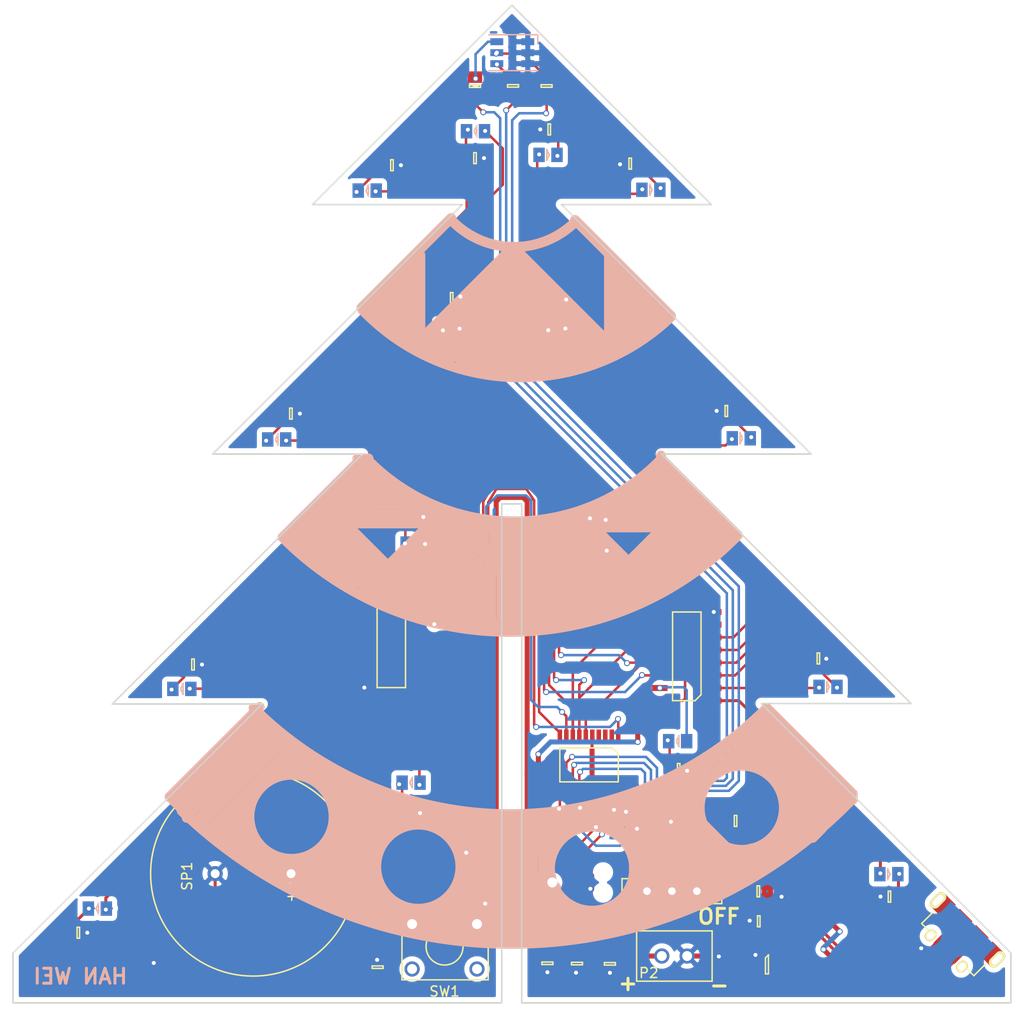
<source format=kicad_pcb>
(kicad_pcb (version 4) (host pcbnew 4.0.4-stable)
  (layers (0 F.Cu signal) (31 B.Cu signal) (34 B.Paste user hide) (35 F.Paste user hide) (36 B.SilkS user hide) (37 F.SilkS user) (38 B.Mask user) (39 F.Mask user) (44 Edge.Cuts user))
  (net 0 "")
  (net 1 3v3)
  (net 2 GND)
  (net 3 5v)
  (net 4 /USB_3V3)
  (net 5 "Net-(D1-Pad1)")
  (net 6 /LED1)
  (net 7 "Net-(D2-Pad1)")
  (net 8 /LED2)
  (net 9 "Net-(D4-Pad1)")
  (net 10 /LED4)
  (net 11 "Net-(D5-Pad1)")
  (net 12 /LED5)
  (net 13 "Net-(D7-Pad1)")
  (net 14 /LED7)
  (net 15 "Net-(D8-Pad1)")
  (net 16 /LED8)
  (net 17 "Net-(D9-Pad1)")
  (net 18 /LED9)
  (net 19 "Net-(D11-Pad1)")
  (net 20 /LED11)
  (net 21 "Net-(D12-Pad1)")
  (net 22 /LED12)
  (net 23 "Net-(D13-Pad1)")
  (net 24 /LED13)
  (net 25 "Net-(D15-Pad1)")
  (net 26 /LED15)
  (net 27 "Net-(D16-Pad1)")
  (net 28 /LED16)
  (net 29 "Net-(D17-Pad4)")
  (net 30 "Net-(IC1-Pad1)")
  (net 31 "Net-(IC1-Pad2)")
  (net 32 "Net-(IC1-Pad3)")
  (net 33 "Net-(IC1-Pad4)")
  (net 34 /RGB_R)
  (net 35 "Net-(IC1-Pad11)")
  (net 36 /RGB_B)
  (net 37 /RGB_G)
  (net 38 /USB_DM)
  (net 39 /USB_DP)
  (net 40 /SWDIO)
  (net 41 /SWCLK)
  (net 42 "Net-(J1-Pad4)")
  (net 43 "Net-(J1-PadS)")
  (net 44 "Net-(P1-Pad3)")
  (net 45 "Net-(P1-Pad6)")
  (net 46 "Net-(D3-Pad1)")
  (net 47 "Net-(D6-Pad1)")
  (net 48 "Net-(D10-Pad1)")
  (net 49 "Net-(D14-Pad1)")
  (net 50 /LED3)
  (net 51 /LED6)
  (net 52 "Net-(U1-Pad9)")
  (net 53 /LED10)
  (net 54 /LED14)
  (net 55 "Net-(U2-Pad9)")
  (net 56 /buzzer)
  (net 57 /SER)
  (net 58 /SRCLK)
  (net 59 /RCLK)
  (net 60 /G)
  (net 61 "Net-(D17-Pad6)")
  (net 62 "Net-(D17-Pad5)")
  (module agg:TSSOP-20 (layer F.Cu) (at 157.7276 126.134 270)
    (fp_text reference IC1)
    (fp_text value STM32F0xxFxPx)
    (pad 1 smd rect (at -2.875 -2.925 270) (size 1.35 0.45) (layers F.Cu F.Paste F.Mask) (net 30 "Net-(IC1-Pad1)"))
    (pad 2 smd rect (at -2.875 -2.275 270) (size 1.35 0.45) (layers F.Cu F.Paste F.Mask) (net 31 "Net-(IC1-Pad2)"))
    (pad 3 smd rect (at -2.875 -1.625 270) (size 1.35 0.45) (layers F.Cu F.Paste F.Mask) (net 32 "Net-(IC1-Pad3)"))
    (pad 4 smd rect (at -2.875 -0.975 270) (size 1.35 0.45) (layers F.Cu F.Paste F.Mask) (net 33 "Net-(IC1-Pad4)"))
    (pad 5 smd rect (at -2.875 -0.325 270) (size 1.35 0.45) (layers F.Cu F.Paste F.Mask) (net 1 3v3))
    (pad 6 smd rect (at -2.875 0.325 270) (size 1.35 0.45) (layers F.Cu F.Paste F.Mask) (net 60 /G))
    (pad 7 smd rect (at -2.875 0.975 270) (size 1.35 0.45) (layers F.Cu F.Paste F.Mask) (net 59 /RCLK))
    (pad 8 smd rect (at -2.875 1.625 270) (size 1.35 0.45) (layers F.Cu F.Paste F.Mask) (net 58 /SRCLK))
    (pad 9 smd rect (at -2.875 2.275 270) (size 1.35 0.45) (layers F.Cu F.Paste F.Mask) (net 57 /SER))
    (pad 10 smd rect (at -2.875 2.925 270) (size 1.35 0.45) (layers F.Cu F.Paste F.Mask) (net 56 /buzzer))
    (pad 11 smd rect (at 2.875 2.925 270) (size 1.35 0.45) (layers F.Cu F.Paste F.Mask) (net 35 "Net-(IC1-Pad11)"))
    (pad 12 smd rect (at 2.875 2.275 270) (size 1.35 0.45) (layers F.Cu F.Paste F.Mask) (net 36 /RGB_B))
    (pad 13 smd rect (at 2.875 1.625 270) (size 1.35 0.45) (layers F.Cu F.Paste F.Mask) (net 34 /RGB_R))
    (pad 14 smd rect (at 2.875 0.975 270) (size 1.35 0.45) (layers F.Cu F.Paste F.Mask) (net 37 /RGB_G))
    (pad 15 smd rect (at 2.875 0.325 270) (size 1.35 0.45) (layers F.Cu F.Paste F.Mask) (net 2 GND))
    (pad 16 smd rect (at 2.875 -0.325 270) (size 1.35 0.45) (layers F.Cu F.Paste F.Mask) (net 1 3v3))
    (pad 17 smd rect (at 2.875 -0.975 270) (size 1.35 0.45) (layers F.Cu F.Paste F.Mask) (net 38 /USB_DM))
    (pad 18 smd rect (at 2.875 -1.625 270) (size 1.35 0.45) (layers F.Cu F.Paste F.Mask) (net 39 /USB_DP))
    (pad 19 smd rect (at 2.875 -2.275 270) (size 1.35 0.45) (layers F.Cu F.Paste F.Mask) (net 40 /SWDIO))
    (pad 20 smd rect (at 2.875 -2.925 270) (size 1.35 0.45) (layers F.Cu F.Paste F.Mask) (net 41 /SWCLK))
  )
  (module agg:0805 (layer F.Cu) (at 153.55824 146.01444 270)
    (fp_text reference C1)
    (fp_text value 10µ)
    (pad 1 smd rect (at -0.9 0 270) (size 1.15 1.45) (layers F.Cu F.Paste F.Mask) (net 1 3v3))
    (pad 2 smd rect (at 0.9 0 270) (size 1.15 1.45) (layers F.Cu F.Paste F.Mask) (net 2 GND))
  )
  (module agg:0805 (layer F.Cu) (at 156.51988 146.04238 270)
    (fp_text reference C2)
    (fp_text value 100n)
    (pad 1 smd rect (at -0.9 0 270) (size 1.15 1.45) (layers F.Cu F.Paste F.Mask) (net 1 3v3))
    (pad 2 smd rect (at 0.9 0 270) (size 1.15 1.45) (layers F.Cu F.Paste F.Mask) (net 2 GND))
  )
  (module agg:0805 (layer F.Cu) (at 159.8168 146.07032 270)
    (fp_text reference C3)
    (fp_text value 100n)
    (pad 1 smd rect (at -0.9 0 270) (size 1.15 1.45) (layers F.Cu F.Paste F.Mask) (net 1 3v3))
    (pad 2 smd rect (at 0.9 0 270) (size 1.15 1.45) (layers F.Cu F.Paste F.Mask) (net 2 GND))
  )
  (module agg:0805 (layer F.Cu) (at 174.7266 141.8082 180)
    (fp_text reference C4)
    (fp_text value 1u)
    (pad 1 smd rect (at -0.9 0 180) (size 1.15 1.45) (layers F.Cu F.Paste F.Mask) (net 3 5v))
    (pad 2 smd rect (at 0.9 0 180) (size 1.15 1.45) (layers F.Cu F.Paste F.Mask) (net 2 GND))
  )
  (module agg:0805 (layer F.Cu) (at 174.68088 138.80592)
    (fp_text reference C5)
    (fp_text value 1u)
    (pad 1 smd rect (at -0.9 0) (size 1.15 1.45) (layers F.Cu F.Paste F.Mask) (net 4 /USB_3V3))
    (pad 2 smd rect (at 0.9 0) (size 1.15 1.45) (layers F.Cu F.Paste F.Mask) (net 2 GND))
  )
  (module agg:0805-LED (layer B.Cu) (at 146.3548 62.6364)
    (fp_text reference D1)
    (fp_text value LED)
    (pad 1 smd rect (at -0.9 0) (size 1.15 1.45) (layers B.Cu B.Paste B.Mask) (net 5 "Net-(D1-Pad1)"))
    (pad 2 smd rect (at 0.9 0) (size 1.15 1.45) (layers B.Cu B.Paste B.Mask) (net 6 /LED1))
  )
  (module agg:0805-LED (layer B.Cu) (at 135.509 68.58)
    (fp_text reference D2)
    (fp_text value LED)
    (pad 1 smd rect (at -0.9 0) (size 1.15 1.45) (layers B.Cu B.Paste B.Mask) (net 7 "Net-(D2-Pad1)"))
    (pad 2 smd rect (at 0.9 0) (size 1.15 1.45) (layers B.Cu B.Paste B.Mask) (net 8 /LED2))
  )
  (module agg:0805-LED (layer B.Cu) (at 126.4412 93.5228)
    (fp_text reference D4)
    (fp_text value LED)
    (pad 1 smd rect (at -0.9 0) (size 1.15 1.45) (layers B.Cu B.Paste B.Mask) (net 9 "Net-(D4-Pad1)"))
    (pad 2 smd rect (at 0.9 0) (size 1.15 1.45) (layers B.Cu B.Paste B.Mask) (net 10 /LED4))
  )
  (module agg:0805-LED (layer B.Cu) (at 140.3096 103.95712)
    (fp_text reference D5)
    (fp_text value LED)
    (pad 1 smd rect (at -0.9 0) (size 1.15 1.45) (layers B.Cu B.Paste B.Mask) (net 11 "Net-(D5-Pad1)"))
    (pad 2 smd rect (at 0.9 0) (size 1.15 1.45) (layers B.Cu B.Paste B.Mask) (net 12 /LED5))
  )
  (module agg:0805-LED (layer B.Cu) (at 139.9032 127.9144)
    (fp_text reference D7)
    (fp_text value LED)
    (pad 1 smd rect (at -0.9 0) (size 1.15 1.45) (layers B.Cu B.Paste B.Mask) (net 13 "Net-(D7-Pad1)"))
    (pad 2 smd rect (at 0.9 0) (size 1.15 1.45) (layers B.Cu B.Paste B.Mask) (net 14 /LED7))
  )
  (module agg:0805-LED (layer B.Cu) (at 108.4776 140.534)
    (fp_text reference D8)
    (fp_text value LED)
    (pad 1 smd rect (at -0.9 0) (size 1.15 1.45) (layers B.Cu B.Paste B.Mask) (net 15 "Net-(D8-Pad1)"))
    (pad 2 smd rect (at 0.9 0) (size 1.15 1.45) (layers B.Cu B.Paste B.Mask) (net 16 /LED8))
  )
  (module agg:0805-LED (layer B.Cu) (at 153.6192 65.00368 180)
    (fp_text reference D9)
    (fp_text value LED)
    (pad 1 smd rect (at -0.9 0 180) (size 1.15 1.45) (layers B.Cu B.Paste B.Mask) (net 17 "Net-(D9-Pad1)"))
    (pad 2 smd rect (at 0.9 0 180) (size 1.15 1.45) (layers B.Cu B.Paste B.Mask) (net 18 /LED9))
  )
  (module agg:0805-LED (layer B.Cu) (at 154.5844 82.4484)
    (fp_text reference D11)
    (fp_text value LED)
    (pad 1 smd rect (at -0.9 0) (size 1.15 1.45) (layers B.Cu B.Paste B.Mask) (net 19 "Net-(D11-Pad1)"))
    (pad 2 smd rect (at 0.9 0) (size 1.15 1.45) (layers B.Cu B.Paste B.Mask) (net 20 /LED11))
  )
  (module agg:0805-LED (layer B.Cu) (at 172.974 93.40596 180)
    (fp_text reference D12)
    (fp_text value LED)
    (pad 1 smd rect (at -0.9 0 180) (size 1.15 1.45) (layers B.Cu B.Paste B.Mask) (net 21 "Net-(D12-Pad1)"))
    (pad 2 smd rect (at 0.9 0 180) (size 1.15 1.45) (layers B.Cu B.Paste B.Mask) (net 22 /LED12))
  )
  (module agg:0805-LED (layer B.Cu) (at 158.6611 101.5619)
    (fp_text reference D13)
    (fp_text value LED)
    (pad 1 smd rect (at -0.9 0) (size 1.15 1.45) (layers B.Cu B.Paste B.Mask) (net 23 "Net-(D13-Pad1)"))
    (pad 2 smd rect (at 0.9 0) (size 1.15 1.45) (layers B.Cu B.Paste B.Mask) (net 24 /LED13))
  )
  (module agg:0805-LED (layer B.Cu) (at 166.60368 123.75896)
    (fp_text reference D15)
    (fp_text value LED)
    (pad 1 smd rect (at -0.9 0) (size 1.15 1.45) (layers B.Cu B.Paste B.Mask) (net 25 "Net-(D15-Pad1)"))
    (pad 2 smd rect (at 0.9 0) (size 1.15 1.45) (layers B.Cu B.Paste B.Mask) (net 26 /LED15))
  )
  (module agg:0805-LED (layer B.Cu) (at 187.7576 137.084 180)
    (fp_text reference D16)
    (fp_text value LED)
    (pad 1 smd rect (at -0.9 0 180) (size 1.15 1.45) (layers B.Cu B.Paste B.Mask) (net 27 "Net-(D16-Pad1)"))
    (pad 2 smd rect (at 0.9 0 180) (size 1.15 1.45) (layers B.Cu B.Paste B.Mask) (net 28 /LED16))
  )
  (module agg:SOT-23 (layer F.Cu) (at 175.54702 146.1262)
    (fp_text reference IC2)
    (fp_text value MCP1700)
    (pad 1 smd rect (at -1.15 -0.95) (size 1 0.6) (layers F.Cu F.Paste F.Mask) (net 2 GND))
    (pad 2 smd rect (at -1.15 0.95) (size 1 0.6) (layers F.Cu F.Paste F.Mask) (net 4 /USB_3V3))
    (pad 3 smd rect (at 1.15 0) (size 1 0.6) (layers F.Cu F.Paste F.Mask) (net 3 5v))
  )
  (module agg:TC2030-NL (layer F.Cu) (at 156.58592 137.91184)
    (fp_text reference P1)
    (fp_text value SWD_TC)
    (pad 1 smd circle (at -1.27 0.64) (size 0.787 0.787) (layers F.Cu F.Mask) (net 1 3v3))
    (pad 2 smd circle (at -1.27 -0.63) (size 0.787 0.787) (layers F.Cu F.Mask) (net 40 /SWDIO))
    (pad 3 smd circle (at 0 0.64) (size 0.787 0.787) (layers F.Cu F.Mask) (net 44 "Net-(P1-Pad3)"))
    (pad 4 smd circle (at 0 -0.63) (size 0.787 0.787) (layers F.Cu F.Mask) (net 41 /SWCLK))
    (pad 5 smd circle (at 1.27 0.64) (size 0.787 0.787) (layers F.Cu F.Mask) (net 2 GND))
    (pad 6 smd circle (at 1.27 -0.63) (size 0.787 0.787) (layers F.Cu F.Mask) (net 45 "Net-(P1-Pad6)"))
    (pad "" np_thru_hole circle (at -2.54 0.005) (size 1 1) (drill 1) (layers *.Cu *.Mask F.SilkS))
    (pad "" np_thru_hole circle (at 2.54 1.021) (size 1 1) (drill 1) (layers *.Cu *.Mask F.SilkS))
    (pad "" np_thru_hole circle (at 2.54 -1.011) (size 1 1) (drill 1) (layers *.Cu *.Mask F.SilkS))
  )
  (module agg:0805 (layer F.Cu) (at 146.304 65.3288)
    (fp_text reference R1)
    (fp_text value 270)
    (pad 1 smd rect (at -0.9 0) (size 1.15 1.45) (layers F.Cu F.Paste F.Mask) (net 5 "Net-(D1-Pad1)"))
    (pad 2 smd rect (at 0.9 0) (size 1.15 1.45) (layers F.Cu F.Paste F.Mask) (net 2 GND))
  )
  (module agg:0805 (layer F.Cu) (at 137.9855 66.04)
    (fp_text reference R2)
    (fp_text value 270)
    (pad 1 smd rect (at -0.9 0) (size 1.15 1.45) (layers F.Cu F.Paste F.Mask) (net 7 "Net-(D2-Pad1)"))
    (pad 2 smd rect (at 0.9 0) (size 1.15 1.45) (layers F.Cu F.Paste F.Mask) (net 2 GND))
  )
  (module agg:0805 (layer F.Cu) (at 143.9672 79.3496)
    (fp_text reference R3)
    (fp_text value 100)
    (pad 1 smd rect (at -0.9 0) (size 1.15 1.45) (layers F.Cu F.Paste F.Mask) (net 46 "Net-(D3-Pad1)"))
    (pad 2 smd rect (at 0.9 0) (size 1.15 1.45) (layers F.Cu F.Paste F.Mask) (net 2 GND))
  )
  (module agg:0805 (layer F.Cu) (at 127.8636 90.932)
    (fp_text reference R4)
    (fp_text value 270)
    (pad 1 smd rect (at -0.9 0) (size 1.15 1.45) (layers F.Cu F.Paste F.Mask) (net 9 "Net-(D4-Pad1)"))
    (pad 2 smd rect (at 0.9 0) (size 1.15 1.45) (layers F.Cu F.Paste F.Mask) (net 2 GND))
  )
  (module agg:0805 (layer F.Cu) (at 140.22832 101.2952)
    (fp_text reference R5)
    (fp_text value 270)
    (pad 1 smd rect (at -0.9 0) (size 1.15 1.45) (layers F.Cu F.Paste F.Mask) (net 11 "Net-(D5-Pad1)"))
    (pad 2 smd rect (at 0.9 0) (size 1.15 1.45) (layers F.Cu F.Paste F.Mask) (net 2 GND))
  )
  (module agg:0805 (layer F.Cu) (at 118.0592 116.078)
    (fp_text reference R6)
    (fp_text value 100)
    (pad 1 smd rect (at -0.9 0) (size 1.15 1.45) (layers F.Cu F.Paste F.Mask) (net 47 "Net-(D6-Pad1)"))
    (pad 2 smd rect (at 0.9 0) (size 1.15 1.45) (layers F.Cu F.Paste F.Mask) (net 2 GND))
  )
  (module agg:0805 (layer F.Cu) (at 139.9032 130.9624)
    (fp_text reference R7)
    (fp_text value 270)
    (pad 1 smd rect (at -0.9 0) (size 1.15 1.45) (layers F.Cu F.Paste F.Mask) (net 13 "Net-(D7-Pad1)"))
    (pad 2 smd rect (at 0.9 0) (size 1.15 1.45) (layers F.Cu F.Paste F.Mask) (net 2 GND))
  )
  (module agg:0805 (layer F.Cu) (at 106.57332 142.9512)
    (fp_text reference R8)
    (fp_text value 270)
    (pad 1 smd rect (at -0.9 0) (size 1.15 1.45) (layers F.Cu F.Paste F.Mask) (net 15 "Net-(D8-Pad1)"))
    (pad 2 smd rect (at 0.9 0) (size 1.15 1.45) (layers F.Cu F.Paste F.Mask) (net 2 GND))
  )
  (module agg:0805 (layer F.Cu) (at 153.74112 62.45352 180)
    (fp_text reference R9)
    (fp_text value 270)
    (pad 1 smd rect (at -0.9 0 180) (size 1.15 1.45) (layers F.Cu F.Paste F.Mask) (net 17 "Net-(D9-Pad1)"))
    (pad 2 smd rect (at 0.9 0 180) (size 1.15 1.45) (layers F.Cu F.Paste F.Mask) (net 2 GND))
  )
  (module agg:0805 (layer F.Cu) (at 161.8488 65.88252 180)
    (fp_text reference R10)
    (fp_text value 100)
    (pad 1 smd rect (at -0.9 0 180) (size 1.15 1.45) (layers F.Cu F.Paste F.Mask) (net 48 "Net-(D10-Pad1)"))
    (pad 2 smd rect (at 0.9 0 180) (size 1.15 1.45) (layers F.Cu F.Paste F.Mask) (net 2 GND))
  )
  (module agg:0805 (layer F.Cu) (at 154.5336 79.502)
    (fp_text reference R11)
    (fp_text value 270)
    (pad 1 smd rect (at -0.9 0) (size 1.15 1.45) (layers F.Cu F.Paste F.Mask) (net 19 "Net-(D11-Pad1)"))
    (pad 2 smd rect (at 0.9 0) (size 1.15 1.45) (layers F.Cu F.Paste F.Mask) (net 2 GND))
  )
  (module agg:0805 (layer F.Cu) (at 171.4754 90.66784 180)
    (fp_text reference R12)
    (fp_text value 270)
    (pad 1 smd rect (at -0.9 0 180) (size 1.15 1.45) (layers F.Cu F.Paste F.Mask) (net 21 "Net-(D12-Pad1)"))
    (pad 2 smd rect (at 0.9 0 180) (size 1.15 1.45) (layers F.Cu F.Paste F.Mask) (net 2 GND))
  )
  (module agg:0805 (layer F.Cu) (at 158.6103 104.6607)
    (fp_text reference R13)
    (fp_text value 270)
    (pad 1 smd rect (at -0.9 0) (size 1.15 1.45) (layers F.Cu F.Paste F.Mask) (net 23 "Net-(D13-Pad1)"))
    (pad 2 smd rect (at 0.9 0) (size 1.15 1.45) (layers F.Cu F.Paste F.Mask) (net 2 GND))
  )
  (module agg:0805 (layer F.Cu) (at 180.6956 115.4684)
    (fp_text reference R14)
    (fp_text value 100)
    (pad 1 smd rect (at -0.9 0) (size 1.15 1.45) (layers F.Cu F.Paste F.Mask) (net 49 "Net-(D14-Pad1)"))
    (pad 2 smd rect (at 0.9 0) (size 1.15 1.45) (layers F.Cu F.Paste F.Mask) (net 2 GND))
  )
  (module agg:0805 (layer F.Cu) (at 166.70528 126.55296)
    (fp_text reference R15)
    (fp_text value 270)
    (pad 1 smd rect (at -0.9 0) (size 1.15 1.45) (layers F.Cu F.Paste F.Mask) (net 25 "Net-(D15-Pad1)"))
    (pad 2 smd rect (at 0.9 0) (size 1.15 1.45) (layers F.Cu F.Paste F.Mask) (net 2 GND))
  )
  (module agg:0805 (layer F.Cu) (at 187.8176 139.334 180)
    (fp_text reference R16)
    (fp_text value 270)
    (pad 1 smd rect (at -0.9 0 180) (size 1.15 1.45) (layers F.Cu F.Paste F.Mask) (net 27 "Net-(D16-Pad1)"))
    (pad 2 smd rect (at 0.9 0 180) (size 1.15 1.45) (layers F.Cu F.Paste F.Mask) (net 2 GND))
  )
  (module agg:0805 (layer F.Cu) (at 146.304 58.1152 90)
    (fp_text reference R17)
    (fp_text value 100)
    (pad 1 smd rect (at -0.9 0 90) (size 1.15 1.45) (layers F.Cu F.Paste F.Mask) (net 36 /RGB_B))
    (pad 2 smd rect (at 0.9 0 90) (size 1.15 1.45) (layers F.Cu F.Paste F.Mask) (net 61 "Net-(D17-Pad6)"))
  )
  (module agg:0805 (layer F.Cu) (at 153.47188 58.09996 90)
    (fp_text reference R18)
    (fp_text value 100)
    (pad 1 smd rect (at -0.9 0 90) (size 1.15 1.45) (layers F.Cu F.Paste F.Mask) (net 37 /RGB_G))
    (pad 2 smd rect (at 0.9 0 90) (size 1.15 1.45) (layers F.Cu F.Paste F.Mask) (net 62 "Net-(D17-Pad5)"))
  )
  (module agg:0805 (layer F.Cu) (at 150.114 58.0898 90)
    (fp_text reference R19)
    (fp_text value 220)
    (pad 1 smd rect (at -0.9 0 90) (size 1.15 1.45) (layers F.Cu F.Paste F.Mask) (net 34 /RGB_R))
    (pad 2 smd rect (at 0.9 0 90) (size 1.15 1.45) (layers F.Cu F.Paste F.Mask) (net 29 "Net-(D17-Pad4)"))
  )
  (module agg:0805 (layer F.Cu) (at 136.5504 146.4056 90)
    (fp_text reference R20)
    (fp_text value 10k)
    (pad 1 smd rect (at -0.9 0 90) (size 1.15 1.45) (layers F.Cu F.Paste F.Mask) (net 30 "Net-(IC1-Pad1)"))
    (pad 2 smd rect (at 0.9 0 90) (size 1.15 1.45) (layers F.Cu F.Paste F.Mask) (net 2 GND))
  )
  (module agg:0805 (layer F.Cu) (at 165.1276 131.734)
    (fp_text reference R21)
    (fp_text value 10k)
    (pad 1 smd rect (at -0.9 0) (size 1.15 1.45) (layers F.Cu F.Paste F.Mask) (net 35 "Net-(IC1-Pad11)"))
    (pad 2 smd rect (at 0.9 0) (size 1.15 1.45) (layers F.Cu F.Paste F.Mask) (net 2 GND))
  )
  (module agg:0805 (layer F.Cu) (at 172.4025 131.7498 180)
    (fp_text reference R22)
    (fp_text value 10k)
    (pad 1 smd rect (at -0.9 0 180) (size 1.15 1.45) (layers F.Cu F.Paste F.Mask) (net 3 5v))
    (pad 2 smd rect (at 0.9 0 180) (size 1.15 1.45) (layers F.Cu F.Paste F.Mask) (net 35 "Net-(IC1-Pad11)"))
  )
  (module agg:switch_spst_hw (layer F.Cu) (at 140.0048 142.0876)
    (fp_text reference SW1 (at 3.25 6.75) (layer F.SilkS))
    (fp_text value SWITCH_SPST)
    (pad 1 thru_hole circle (at 0 0) (size 1.524 1.524) (drill 1) (layers *.Cu *.Mask) (net 30 "Net-(IC1-Pad1)"))
    (pad 2 thru_hole circle (at 6.5 0) (size 1.524 1.524) (drill 1) (layers *.Cu *.Mask) (net 1 3v3))
    (pad 3 thru_hole circle (at 6.5 4.5) (size 1.524 1.524) (drill 1) (layers *.Cu *.Mask))
    (pad 4 thru_hole circle (at 0 4.5) (size 1.524 1.524) (drill 1) (layers *.Cu *.Mask))
  )
  (module agg:SOIC-16 (layer F.Cu) (at 137.922 113.9444)
    (fp_text reference U1)
    (fp_text value 74HC595)
    (pad 1 smd rect (at -2.7 -4.445) (size 1.55 0.6) (layers F.Cu F.Paste F.Mask) (net 50 /LED3))
    (pad 2 smd rect (at -2.7 -3.175) (size 1.55 0.6) (layers F.Cu F.Paste F.Mask) (net 6 /LED1))
    (pad 3 smd rect (at -2.7 -1.905) (size 1.55 0.6) (layers F.Cu F.Paste F.Mask) (net 8 /LED2))
    (pad 4 smd rect (at -2.7 -0.635) (size 1.55 0.6) (layers F.Cu F.Paste F.Mask) (net 10 /LED4))
    (pad 5 smd rect (at -2.7 0.635) (size 1.55 0.6) (layers F.Cu F.Paste F.Mask) (net 51 /LED6))
    (pad 6 smd rect (at -2.7 1.905) (size 1.55 0.6) (layers F.Cu F.Paste F.Mask) (net 16 /LED8))
    (pad 7 smd rect (at -2.7 3.175) (size 1.55 0.6) (layers F.Cu F.Paste F.Mask) (net 14 /LED7))
    (pad 8 smd rect (at -2.7 4.445) (size 1.55 0.6) (layers F.Cu F.Paste F.Mask) (net 2 GND))
    (pad 9 smd rect (at 2.7 4.445) (size 1.55 0.6) (layers F.Cu F.Paste F.Mask) (net 52 "Net-(U1-Pad9)"))
    (pad 10 smd rect (at 2.7 3.175) (size 1.55 0.6) (layers F.Cu F.Paste F.Mask) (net 1 3v3))
    (pad 11 smd rect (at 2.7 1.905) (size 1.55 0.6) (layers F.Cu F.Paste F.Mask) (net 58 /SRCLK))
    (pad 12 smd rect (at 2.7 0.635) (size 1.55 0.6) (layers F.Cu F.Paste F.Mask) (net 59 /RCLK))
    (pad 13 smd rect (at 2.7 -0.635) (size 1.55 0.6) (layers F.Cu F.Paste F.Mask) (net 60 /G))
    (pad 14 smd rect (at 2.7 -1.905) (size 1.55 0.6) (layers F.Cu F.Paste F.Mask) (net 57 /SER))
    (pad 15 smd rect (at 2.7 -3.175) (size 1.55 0.6) (layers F.Cu F.Paste F.Mask) (net 12 /LED5))
    (pad 16 smd rect (at 2.7 -4.445) (size 1.55 0.6) (layers F.Cu F.Paste F.Mask) (net 1 3v3))
  )
  (module agg:SOIC-16 (layer F.Cu) (at 167.51808 115.25504 180)
    (fp_text reference U2)
    (fp_text value 74HC595)
    (pad 1 smd rect (at -2.7 -4.445 180) (size 1.55 0.6) (layers F.Cu F.Paste F.Mask) (net 28 /LED16))
    (pad 2 smd rect (at -2.7 -3.175 180) (size 1.55 0.6) (layers F.Cu F.Paste F.Mask) (net 54 /LED14))
    (pad 3 smd rect (at -2.7 -1.905 180) (size 1.55 0.6) (layers F.Cu F.Paste F.Mask) (net 22 /LED12))
    (pad 4 smd rect (at -2.7 -0.635 180) (size 1.55 0.6) (layers F.Cu F.Paste F.Mask) (net 53 /LED10))
    (pad 5 smd rect (at -2.7 0.635 180) (size 1.55 0.6) (layers F.Cu F.Paste F.Mask) (net 18 /LED9))
    (pad 6 smd rect (at -2.7 1.905 180) (size 1.55 0.6) (layers F.Cu F.Paste F.Mask) (net 20 /LED11))
    (pad 7 smd rect (at -2.7 3.175 180) (size 1.55 0.6) (layers F.Cu F.Paste F.Mask) (net 24 /LED13))
    (pad 8 smd rect (at -2.7 4.445 180) (size 1.55 0.6) (layers F.Cu F.Paste F.Mask) (net 2 GND))
    (pad 9 smd rect (at 2.7 4.445 180) (size 1.55 0.6) (layers F.Cu F.Paste F.Mask) (net 55 "Net-(U2-Pad9)"))
    (pad 10 smd rect (at 2.7 3.175 180) (size 1.55 0.6) (layers F.Cu F.Paste F.Mask) (net 1 3v3))
    (pad 11 smd rect (at 2.7 1.905 180) (size 1.55 0.6) (layers F.Cu F.Paste F.Mask) (net 58 /SRCLK))
    (pad 12 smd rect (at 2.7 0.635 180) (size 1.55 0.6) (layers F.Cu F.Paste F.Mask) (net 59 /RCLK))
    (pad 13 smd rect (at 2.7 -0.635 180) (size 1.55 0.6) (layers F.Cu F.Paste F.Mask) (net 60 /G))
    (pad 14 smd rect (at 2.7 -1.905 180) (size 1.55 0.6) (layers F.Cu F.Paste F.Mask) (net 52 "Net-(U1-Pad9)"))
    (pad 15 smd rect (at 2.7 -3.175 180) (size 1.55 0.6) (layers F.Cu F.Paste F.Mask) (net 26 /LED15))
    (pad 16 smd rect (at 2.7 -4.445 180) (size 1.55 0.6) (layers F.Cu F.Paste F.Mask) (net 1 3v3))
  )
  (module agg:M20_connector_hw (layer F.Cu) (at 165.01364 145.288)
    (fp_text reference P2 (at -1.30302 1.69482) (layer F.SilkS))
    (fp_text value CONN_01X02)
    (pad 1 thru_hole circle (at 0 0) (size 1.524 1.524) (drill 1) (layers *.Cu *.Mask) (net 1 3v3))
    (pad 2 thru_hole circle (at 2.54 0) (size 1.524 1.524) (drill 1) (layers *.Cu *.Mask) (net 2 GND))
  )
  (module agg:0805-LED (layer B.Cu) (at 143.9672 82.3976)
    (fp_text reference D3)
    (fp_text value LED)
    (pad 1 smd rect (at -0.9 0) (size 1.15 1.45) (layers B.Cu B.Paste B.Mask) (net 46 "Net-(D3-Pad1)"))
    (pad 2 smd rect (at 0.9 0) (size 1.15 1.45) (layers B.Cu B.Paste B.Mask) (net 50 /LED3))
  )
  (module agg:0805-LED (layer B.Cu) (at 116.9416 118.5164)
    (fp_text reference D6)
    (fp_text value LED)
    (pad 1 smd rect (at -0.9 0) (size 1.15 1.45) (layers B.Cu B.Paste B.Mask) (net 47 "Net-(D6-Pad1)"))
    (pad 2 smd rect (at 0.9 0) (size 1.15 1.45) (layers B.Cu B.Paste B.Mask) (net 51 /LED6))
  )
  (module agg:0805-LED (layer B.Cu) (at 163.92144 68.5038 180)
    (fp_text reference D10)
    (fp_text value LED)
    (pad 1 smd rect (at -0.9 0 180) (size 1.15 1.45) (layers B.Cu B.Paste B.Mask) (net 48 "Net-(D10-Pad1)"))
    (pad 2 smd rect (at 0.9 0 180) (size 1.15 1.45) (layers B.Cu B.Paste B.Mask) (net 53 /LED10))
  )
  (module agg:0805-LED (layer B.Cu) (at 181.6608 118.3132 180)
    (fp_text reference D14)
    (fp_text value LED)
    (pad 1 smd rect (at -0.9 0 180) (size 1.15 1.45) (layers B.Cu B.Paste B.Mask) (net 49 "Net-(D14-Pad1)"))
    (pad 2 smd rect (at 0.9 0 180) (size 1.15 1.45) (layers B.Cu B.Paste B.Mask) (net 54 /LED14))
  )
  (module agg:MICROUSB_MOLEX_47589-0001 (layer F.Cu) (at 195.6376 142.664 135)
    (fp_text reference J1)
    (fp_text value MICROUSB)
    (pad 3 smd rect (at 0 -2.675 135) (size 0.4 1.35) (layers F.Cu F.Paste F.Mask) (net 39 /USB_DP))
    (pad 4 smd rect (at 0.65 -2.675 135) (size 0.4 1.35) (layers F.Cu F.Paste F.Mask) (net 42 "Net-(J1-Pad4)"))
    (pad 2 smd rect (at -0.65 -2.675 135) (size 0.4 1.35) (layers F.Cu F.Paste F.Mask) (net 38 /USB_DM))
    (pad 1 smd rect (at -1.3 -2.675 135) (size 0.4 1.35) (layers F.Cu F.Paste F.Mask) (net 3 5v))
    (pad 5 smd rect (at 1.3 -2.675 135) (size 0.4 1.35) (layers F.Cu F.Paste F.Mask) (net 2 GND))
    (pad S thru_hole oval (at 2.225 -3 135) (size 1 1.25) (drill oval 0.65 0.85) (layers *.Cu *.Mask F.SilkS) (net 43 "Net-(J1-PadS)"))
    (pad "" thru_hole oval (at -2.225 -3 135) (size 1 1.25) (drill oval 0.65 0.85) (layers *.Cu *.Mask F.SilkS))
    (pad "" smd rect (at 1.15 0 135) (size 1.8 1.9) (layers F.Cu F.Paste F.Mask))
    (pad "" smd rect (at -1.15 0 135) (size 1.8 1.9) (layers F.Cu F.Paste F.Mask))
    (pad "" smd rect (at 3.3875 0 135) (size 1.575 1.9) (layers F.Cu F.Paste F.Mask))
    (pad "" thru_hole oval (at 4.175 0 135) (size 1 1.9) (drill oval 0.6 1.3) (layers *.Cu *.Mask F.SilkS))
    (pad "" smd rect (at -3.3875 0 135) (size 1.575 1.9) (layers F.Cu F.Paste F.Mask))
    (pad "" thru_hole oval (at -4.175 0 135) (size 1 1.9) (drill oval 0.6 1.3) (layers *.Cu *.Mask F.SilkS))
  )
  (module LEDs:LED_RGB_PLLC-6 (layer B.Cu) (at 150.0378 54.7624 180)
    (fp_text reference D17 hide)
    (fp_text value LED_RGB)
    (pad 1 smd rect (at -1.55 1.1 90) (size 0.7 1.3) (layers B.Cu B.Paste B.Mask) (net 2 GND))
    (pad 2 smd rect (at -1.55 0 90) (size 0.7 1.3) (layers B.Cu B.Paste B.Mask) (net 2 GND))
    (pad 3 smd rect (at -1.55 -1.1 90) (size 0.7 1.3) (layers B.Cu B.Paste B.Mask) (net 2 GND))
    (pad 4 smd rect (at 1.55 -1.1 90) (size 0.7 1.3) (layers B.Cu B.Paste B.Mask) (net 29 "Net-(D17-Pad4)"))
    (pad 5 smd rect (at 1.55 0 90) (size 0.7 1.3) (layers B.Cu B.Paste B.Mask) (net 62 "Net-(D17-Pad5)"))
    (pad 6 smd rect (at 1.55 1.1 90) (size 0.7 1.3) (layers B.Cu B.Paste B.Mask) (net 61 "Net-(D17-Pad6)"))
  )
  (module agg:buzzer_hw (layer F.Cu) (at 127.8776 137.034 270)
    (fp_text reference SP1 (at 0.254 10.414 270) (layer F.SilkS))
    (fp_text value Buzzer)
    (fp_text user + (at 2.286 0 270) (layer F.SilkS))
    (pad 1 thru_hole circle (at 0 0 270) (size 1.524 1.524) (drill 0.9) (layers *.Cu *.Mask) (net 56 /buzzer))
    (pad 2 thru_hole circle (at 0 7.6 270) (size 1.524 1.524) (drill 0.9) (layers *.Cu *.Mask) (net 2 GND))
  )
  (module agg:hw_switch (layer F.Cu) (at 166.0276 138.784)
    (fp_text reference SW2 hide)
    (fp_text value SWITCH_SPST)
    (pad 1 thru_hole circle (at 0 0) (size 1.524 1.524) (drill 0.762) (layers *.Cu *.Mask) (net 4 /USB_3V3))
    (pad 2 thru_hole circle (at -2.5 0) (size 1.524 1.524) (drill 0.762) (layers *.Cu *.Mask) (net 1 3v3))
    (pad 3 thru_hole circle (at 2.5 0) (size 1.524 1.524) (drill 0.762) (layers *.Cu *.Mask))
  )
  (gr_text OFF (at 170.7276 141.334) (layer F.SilkS) (effects (font (size 1.5 1.5) (thickness 0.3))))
  (gr_text "ON\n" (at 162.0776 141.384) (layer F.SilkS) (effects (font (size 1.5 1.5) (thickness 0.3))))
  (gr_line (start 150.0276 50.034) (end 149.9776 50.034) (angle 90) (layer Edge.Cuts) (width 0.15))
  (gr_line (start 169.9776 69.984) (end 150.0276 50.034) (angle 90) (layer Edge.Cuts) (width 0.15))
  (gr_line (start 154.9776 69.984) (end 169.9776 69.984) (angle 90) (layer Edge.Cuts) (width 0.15))
  (gr_line (start 179.9776 94.984) (end 154.9776 69.984) (angle 90) (layer Edge.Cuts) (width 0.15))
  (gr_line (start 164.9776 94.984) (end 179.9776 94.984) (angle 90) (layer Edge.Cuts) (width 0.15))
  (gr_line (start 189.9776 119.984) (end 164.9776 94.984) (angle 90) (layer Edge.Cuts) (width 0.15))
  (gr_line (start 174.9776 119.984) (end 189.9776 119.984) (angle 90) (layer Edge.Cuts) (width 0.15))
  (gr_line (start 199.9776 144.984) (end 174.9776 119.984) (angle 90) (layer Edge.Cuts) (width 0.15))
  (gr_line (start 199.9776 149.984) (end 199.9776 144.984) (angle 90) (layer Edge.Cuts) (width 0.15))
  (gr_line (start 150.9776 149.984) (end 199.9776 149.984) (angle 90) (layer Edge.Cuts) (width 0.15))
  (gr_line (start 150.9776 99.984) (end 150.9776 149.984) (angle 90) (layer Edge.Cuts) (width 0.15))
  (gr_line (start 148.9776 99.984) (end 150.9776 99.984) (angle 90) (layer Edge.Cuts) (width 0.15))
  (gr_line (start 148.9776 149.984) (end 148.9776 99.984) (angle 90) (layer Edge.Cuts) (width 0.15))
  (gr_line (start 100.0276 149.984) (end 148.9776 149.984) (angle 90) (layer Edge.Cuts) (width 0.15))
  (gr_line (start 100.0276 144.984) (end 100.0276 149.984) (angle 90) (layer Edge.Cuts) (width 0.15))
  (gr_line (start 124.9776 120.034) (end 100.0276 144.984) (angle 90) (layer Edge.Cuts) (width 0.15))
  (gr_line (start 109.9776 120.034) (end 124.9776 120.034) (angle 90) (layer Edge.Cuts) (width 0.15))
  (gr_line (start 135.0276 94.984) (end 109.9776 120.034) (angle 90) (layer Edge.Cuts) (width 0.15))
  (gr_line (start 120.0276 94.984) (end 135.0276 94.984) (angle 90) (layer Edge.Cuts) (width 0.15))
  (gr_line (start 145.0276 69.984) (end 120.0276 94.984) (angle 90) (layer Edge.Cuts) (width 0.15))
  (gr_line (start 130.0276 69.984) (end 145.0276 69.984) (angle 90) (layer Edge.Cuts) (width 0.15))
  (gr_line (start 149.9776 50.034) (end 130.0276 69.984) (angle 90) (layer Edge.Cuts) (width 0.15))
  (gr_text - (at 170.7776 148.184) (layer F.SilkS) (effects (font (size 1.5 1.5) (thickness 0.3))))
  (gr_text + (at 161.6276 147.984) (layer F.SilkS) (effects (font (size 1.5 1.5) (thickness 0.3))))
  (gr_line (start 159.7276 75.134) (end 161.9276 77.334) (angle 90) (layer B.SilkS) (width 1))
  (gr_line (start 159.7276 83.834) (end 159.7276 75.134) (angle 90) (layer B.SilkS) (width 1))
  (gr_line (start 140.2276 75.834) (end 136.5276 79.534) (angle 90) (layer B.SilkS) (width 1))
  (gr_line (start 145.7276 81.934) (end 153.7276 81.934) (angle 90) (layer B.SilkS) (width 1))
  (gr_line (start 148.8276 80.934) (end 151.5276 80.934) (angle 90) (layer B.SilkS) (width 1))
  (gr_line (start 150.1276 78.334) (end 147.3276 81.134) (angle 90) (layer B.SilkS) (width 1))
  (gr_line (start 150.5276 77.734) (end 150.5276 81.134) (angle 90) (layer B.SilkS) (width 1))
  (gr_line (start 150.5276 79.234) (end 148.8276 80.934) (angle 90) (layer B.SilkS) (width 1))
  (gr_line (start 151.5276 80.934) (end 151.2276 80.634) (angle 90) (layer B.SilkS) (width 1))
  (gr_line (start 152.4276 81.134) (end 150.5276 79.234) (angle 90) (layer B.SilkS) (width 1))
  (gr_line (start 154.5276 81.734) (end 150.5276 77.734) (angle 90) (layer B.SilkS) (width 1))
  (gr_line (start 150.6276 77.034) (end 145.7276 81.934) (angle 90) (layer B.SilkS) (width 1))
  (gr_line (start 150.4276 76.334) (end 143.7276 83.034) (angle 90) (layer B.SilkS) (width 1))
  (gr_line (start 150.5276 81.134) (end 150.2276 81.134) (angle 90) (layer B.SilkS) (width 1))
  (gr_line (start 153.7276 81.934) (end 150.1276 78.334) (angle 90) (layer B.SilkS) (width 1))
  (gr_line (start 150.0276 75.634) (end 143.5276 82.134) (angle 90) (layer B.SilkS) (width 1))
  (gr_line (start 142.0276 83.534) (end 157.9276 83.534) (angle 90) (layer B.SilkS) (width 1))
  (gr_line (start 140.9276 83.834) (end 142.7276 83.834) (angle 90) (layer B.SilkS) (width 1))
  (gr_line (start 150.4276 75.134) (end 142.0276 83.534) (angle 90) (layer B.SilkS) (width 1))
  (gr_line (start 142.7276 83.834) (end 143.1276 84.234) (angle 90) (layer B.SilkS) (width 1))
  (gr_line (start 140.6276 84.434) (end 159.7276 84.434) (angle 90) (layer B.SilkS) (width 1))
  (gr_line (start 140.8276 83.534) (end 150.1276 74.234) (angle 90) (layer B.SilkS) (width 1))
  (gr_line (start 160.9276 76.734) (end 160.9276 77.434) (angle 90) (layer B.SilkS) (width 1))
  (gr_line (start 161.5276 77.334) (end 160.9276 76.734) (angle 90) (layer B.SilkS) (width 1))
  (gr_line (start 162.7276 82.534) (end 162.7276 80.934) (angle 90) (layer B.SilkS) (width 1))
  (gr_line (start 162.5276 82.334) (end 162.7276 82.534) (angle 90) (layer B.SilkS) (width 1))
  (gr_line (start 162.5276 79.434) (end 162.5276 82.334) (angle 90) (layer B.SilkS) (width 1))
  (gr_line (start 162.5276 81.334) (end 162.5276 79.434) (angle 90) (layer B.SilkS) (width 1))
  (gr_line (start 163.3276 82.134) (end 162.5276 81.334) (angle 90) (layer B.SilkS) (width 1))
  (gr_line (start 162.0276 82.134) (end 163.3276 82.134) (angle 90) (layer B.SilkS) (width 1))
  (gr_line (start 162.0276 78.734) (end 162.0276 82.134) (angle 90) (layer B.SilkS) (width 1))
  (gr_line (start 164.1276 80.834) (end 162.0276 78.734) (angle 90) (layer B.SilkS) (width 1))
  (gr_line (start 163.5276 81.434) (end 164.1276 80.834) (angle 90) (layer B.SilkS) (width 1))
  (gr_line (start 162.9276 80.834) (end 163.5276 81.434) (angle 90) (layer B.SilkS) (width 1))
  (gr_line (start 161.3276 82.434) (end 162.9276 80.834) (angle 90) (layer B.SilkS) (width 1))
  (gr_line (start 162.5276 83.634) (end 161.3276 82.434) (angle 90) (layer B.SilkS) (width 1))
  (gr_line (start 165.1276 81.034) (end 162.5276 83.634) (angle 90) (layer B.SilkS) (width 1))
  (gr_line (start 161.4276 77.334) (end 165.1276 81.034) (angle 90) (layer B.SilkS) (width 1))
  (gr_line (start 161.4276 83.834) (end 161.4276 77.334) (angle 90) (layer B.SilkS) (width 1))
  (gr_line (start 147.8276 86.834) (end 148.4276 86.234) (angle 90) (layer B.SilkS) (width 1))
  (gr_line (start 153.7276 86.834) (end 147.8276 86.834) (angle 90) (layer B.SilkS) (width 1))
  (gr_line (start 158.7276 84.134) (end 157.7276 84.134) (angle 90) (layer B.SilkS) (width 1))
  (gr_line (start 157.7276 85.134) (end 158.7276 84.134) (angle 90) (layer B.SilkS) (width 1))
  (gr_line (start 144.8276 86.034) (end 158.1276 86.034) (angle 90) (layer B.SilkS) (width 1))
  (gr_line (start 142.2276 85.234) (end 148.4276 85.234) (angle 90) (layer B.SilkS) (width 1))
  (gr_line (start 159.6276 85.234) (end 142.2276 85.234) (angle 90) (layer B.SilkS) (width 1))
  (gr_line (start 155.1276 81.734) (end 154.5276 81.734) (angle 90) (layer B.SilkS) (width 1))
  (gr_line (start 156.4276 83.034) (end 155.1276 81.734) (angle 90) (layer B.SilkS) (width 1))
  (gr_line (start 143.7276 83.034) (end 156.4276 83.034) (angle 90) (layer B.SilkS) (width 1))
  (gr_line (start 147.3276 81.134) (end 152.4276 81.134) (angle 90) (layer B.SilkS) (width 1))
  (gr_line (start 155.7276 82.134) (end 150.6276 77.034) (angle 90) (layer B.SilkS) (width 1))
  (gr_line (start 143.5276 82.134) (end 155.7276 82.134) (angle 90) (layer B.SilkS) (width 1))
  (gr_line (start 157.9276 83.534) (end 150.0276 75.634) (angle 90) (layer B.SilkS) (width 1))
  (gr_line (start 159.7276 84.434) (end 150.4276 75.134) (angle 90) (layer B.SilkS) (width 1))
  (gr_line (start 140.6276 81.734) (end 140.6276 84.434) (angle 90) (layer B.SilkS) (width 1))
  (gr_line (start 138.0276 81.034) (end 138.0276 79.134) (angle 90) (layer B.SilkS) (width 1))
  (gr_line (start 136.5276 79.534) (end 138.0276 81.034) (angle 90) (layer B.SilkS) (width 1))
  (gr_line (start 140.2276 83.834) (end 140.2276 75.834) (angle 90) (layer B.SilkS) (width 1))
  (gr_line (start 140.3276 76.334) (end 140.4276 76.334) (angle 90) (layer B.SilkS) (width 1))
  (gr_line (start 140.2276 76.434) (end 140.3276 76.334) (angle 90) (layer B.SilkS) (width 1))
  (gr_line (start 140.1276 76.534) (end 140.2276 76.434) (angle 90) (layer B.SilkS) (width 1))
  (gr_line (start 139.0276 76.534) (end 140.1276 76.534) (angle 90) (layer B.SilkS) (width 1))
  (gr_line (start 138.3276 80.234) (end 139.0276 79.534) (angle 90) (layer B.SilkS) (width 1))
  (gr_line (start 137.9276 80.234) (end 138.3276 80.234) (angle 90) (layer B.SilkS) (width 1))
  (gr_line (start 138.1276 80.034) (end 137.9276 80.234) (angle 90) (layer B.SilkS) (width 1))
  (gr_line (start 137.4276 79.334) (end 138.1276 80.034) (angle 90) (layer B.SilkS) (width 1))
  (gr_line (start 138.8276 77.934) (end 137.4276 79.334) (angle 90) (layer B.SilkS) (width 1))
  (gr_line (start 138.8276 82.134) (end 138.8276 77.934) (angle 90) (layer B.SilkS) (width 1))
  (gr_line (start 136.2276 79.534) (end 138.8276 82.134) (angle 90) (layer B.SilkS) (width 1))
  (gr_line (start 139.5276 76.234) (end 136.2276 79.534) (angle 90) (layer B.SilkS) (width 1))
  (gr_line (start 139.5276 83.734) (end 139.5276 76.234) (angle 90) (layer B.SilkS) (width 1))
  (gr_line (start 136.0276 80.234) (end 139.5276 83.734) (angle 90) (layer B.SilkS) (width 1))
  (gr_line (start 160.5276 84.634) (end 160.5276 75.834) (angle 90) (layer B.SilkS) (width 1))
  (gr_line (start 150.1276 74.234) (end 160.5276 84.634) (angle 90) (layer B.SilkS) (width 1))
  (gr_line (start 140.8276 75.034) (end 140.8276 83.534) (angle 90) (layer B.SilkS) (width 1))
  (gr_text "HAN WEI" (at 106.7776 147.334) (layer B.SilkS) (effects (font (size 1.5 1.5) (thickness 0.3)) (justify mirror)))
  (gr_line (start 149.6276 103.134) (end 150.6276 104.134) (angle 90) (layer B.SilkS) (width 1))
  (gr_line (start 149.6276 111.634) (end 149.6276 103.134) (angle 90) (layer B.SilkS) (width 1))
  (gr_line (start 150.4276 112.434) (end 149.6276 111.634) (angle 90) (layer B.SilkS) (width 1))
  (gr_line (start 150.4276 103.534) (end 150.4276 112.434) (angle 90) (layer B.SilkS) (width 1))
  (gr_line (start 149.4276 102.534) (end 150.4276 103.534) (angle 90) (layer B.SilkS) (width 1))
  (gr_line (start 150.4276 102.534) (end 149.4276 102.534) (angle 90) (layer B.SilkS) (width 1))
  (gr_line (start 151.1276 101.834) (end 150.4276 102.534) (angle 90) (layer B.SilkS) (width 1))
  (gr_line (start 151.1276 112.434) (end 151.1276 101.834) (angle 90) (layer B.SilkS) (width 1))
  (gr_line (start 149.3276 112.434) (end 151.1276 112.434) (angle 90) (layer B.SilkS) (width 1))
  (gr_line (start 149.3276 102.134) (end 149.3276 112.434) (angle 90) (layer B.SilkS) (width 1))
  (gr_line (start 175.1276 136.134) (end 169.0276 136.134) (angle 90) (layer B.SilkS) (width 1))
  (gr_line (start 173.9276 136.134) (end 175.1276 136.134) (angle 90) (layer B.SilkS) (width 1))
  (gr_line (start 139.9276 141.934) (end 140.5276 141.334) (angle 90) (layer B.SilkS) (width 1))
  (gr_line (start 139.4276 142.434) (end 139.9276 141.934) (angle 90) (layer B.SilkS) (width 1))
  (gr_line (start 139.6276 142.434) (end 139.4276 142.434) (angle 90) (layer B.SilkS) (width 1))
  (gr_line (start 139.9276 142.134) (end 139.6276 142.434) (angle 90) (layer B.SilkS) (width 1))
  (gr_line (start 140.4276 142.134) (end 139.9276 142.134) (angle 90) (layer B.SilkS) (width 1))
  (gr_line (start 140.1276 142.434) (end 140.4276 142.134) (angle 90) (layer B.SilkS) (width 1))
  (gr_line (start 140.1276 142.734) (end 140.1276 142.434) (angle 90) (layer B.SilkS) (width 1))
  (gr_line (start 139.8276 142.434) (end 140.1276 142.734) (angle 90) (layer B.SilkS) (width 1))
  (gr_line (start 139.3276 141.934) (end 139.8276 142.434) (angle 90) (layer B.SilkS) (width 1))
  (gr_line (start 139.3276 141.434) (end 139.3276 141.934) (angle 90) (layer B.SilkS) (width 1))
  (gr_line (start 139.7276 141.434) (end 139.3276 141.434) (angle 90) (layer B.SilkS) (width 1))
  (gr_line (start 140.2276 141.434) (end 139.7276 141.434) (angle 90) (layer B.SilkS) (width 1))
  (gr_line (start 140.3276 141.334) (end 140.2276 141.434) (angle 90) (layer B.SilkS) (width 1))
  (gr_line (start 140.4276 141.434) (end 140.3276 141.334) (angle 90) (layer B.SilkS) (width 1))
  (gr_line (start 140.7276 141.434) (end 140.4276 141.434) (angle 90) (layer B.SilkS) (width 1))
  (gr_line (start 140.9276 141.634) (end 140.7276 141.434) (angle 90) (layer B.SilkS) (width 1))
  (gr_line (start 140.9276 142.034) (end 140.9276 141.634) (angle 90) (layer B.SilkS) (width 1))
  (gr_line (start 140.7276 142.234) (end 140.9276 142.034) (angle 90) (layer B.SilkS) (width 1))
  (gr_line (start 140.2276 142.734) (end 140.7276 142.234) (angle 90) (layer B.SilkS) (width 1))
  (gr_line (start 140.0276 142.534) (end 140.2276 142.734) (angle 90) (layer B.SilkS) (width 1))
  (gr_line (start 139.2276 141.734) (end 140.0276 142.534) (angle 90) (layer B.SilkS) (width 1))
  (gr_line (start 147.7276 141.734) (end 139.2276 141.734) (angle 90) (layer B.SilkS) (width 1))
  (gr_line (start 146.5276 141.734) (end 147.7276 141.734) (angle 90) (layer B.SilkS) (width 1))
  (gr_line (start 145.5276 142.734) (end 146.5276 141.734) (angle 90) (layer B.SilkS) (width 1))
  (gr_line (start 145.5276 142.034) (end 145.5276 142.734) (angle 90) (layer B.SilkS) (width 1))
  (gr_line (start 146.1276 141.434) (end 145.5276 142.034) (angle 90) (layer B.SilkS) (width 1))
  (gr_line (start 146.7276 142.034) (end 146.1276 141.434) (angle 90) (layer B.SilkS) (width 1))
  (gr_line (start 147.4276 142.734) (end 146.7276 142.034) (angle 90) (layer B.SilkS) (width 1))
  (gr_line (start 146.0276 142.734) (end 147.4276 142.734) (angle 90) (layer B.SilkS) (width 1))
  (gr_line (start 144.3276 141.034) (end 146.0276 142.734) (angle 90) (layer B.SilkS) (width 1))
  (gr_line (start 146.1276 139.234) (end 144.3276 141.034) (angle 90) (layer B.SilkS) (width 1))
  (gr_line (start 146.1276 141.634) (end 146.1276 139.234) (angle 90) (layer B.SilkS) (width 1))
  (gr_line (start 147.9276 143.434) (end 146.1276 141.634) (angle 90) (layer B.SilkS) (width 1))
  (gr_line (start 153.9276 138.334) (end 153.6276 138.634) (angle 90) (layer B.SilkS) (width 1))
  (gr_line (start 153.9276 137.534) (end 153.9276 138.334) (angle 90) (layer B.SilkS) (width 1))
  (gr_line (start 153.9276 137.934) (end 153.9276 137.534) (angle 90) (layer B.SilkS) (width 1))
  (gr_line (start 154.4276 138.434) (end 153.9276 137.934) (angle 90) (layer B.SilkS) (width 1))
  (gr_line (start 153.9276 138.434) (end 154.4276 138.434) (angle 90) (layer B.SilkS) (width 1))
  (gr_line (start 153.9276 137.334) (end 153.9276 138.434) (angle 90) (layer B.SilkS) (width 1))
  (gr_line (start 153.1276 137.334) (end 153.9276 137.334) (angle 90) (layer B.SilkS) (width 1))
  (gr_line (start 152.8276 137.634) (end 153.1276 137.334) (angle 90) (layer B.SilkS) (width 1))
  (gr_line (start 154.2276 139.034) (end 152.8276 137.634) (angle 90) (layer B.SilkS) (width 1))
  (gr_line (start 162.2276 137.734) (end 163.4276 137.734) (angle 90) (layer B.SilkS) (width 1))
  (gr_line (start 162.2276 134.534) (end 162.2276 137.734) (angle 90) (layer B.SilkS) (width 1))
  (gr_line (start 162.2276 136.134) (end 162.2276 134.534) (angle 90) (layer B.SilkS) (width 1))
  (gr_line (start 163.2276 136.134) (end 162.2276 136.134) (angle 90) (layer B.SilkS) (width 1))
  (gr_line (start 163.7276 136.634) (end 163.2276 136.134) (angle 90) (layer B.SilkS) (width 1))
  (gr_line (start 164.2276 136.134) (end 163.7276 136.634) (angle 90) (layer B.SilkS) (width 1))
  (gr_line (start 162.8276 134.734) (end 164.2276 136.134) (angle 90) (layer B.SilkS) (width 1))
  (gr_line (start 162.8276 137.534) (end 162.8276 134.734) (angle 90) (layer B.SilkS) (width 1))
  (gr_line (start 161.8276 141.034) (end 163.5276 139.334) (angle 90) (layer B.SilkS) (width 1))
  (gr_line (start 163.3276 141.034) (end 161.8276 141.034) (angle 90) (layer B.SilkS) (width 1))
  (gr_line (start 163.3276 140.134) (end 163.3276 141.034) (angle 90) (layer B.SilkS) (width 1))
  (gr_line (start 161.7276 140.134) (end 163.3276 140.134) (angle 90) (layer B.SilkS) (width 1))
  (gr_line (start 161.7276 141.434) (end 161.7276 140.134) (angle 90) (layer B.SilkS) (width 1))
  (gr_line (start 164.1276 141.434) (end 161.7276 141.434) (angle 90) (layer B.SilkS) (width 1))
  (gr_line (start 162.9276 137.234) (end 163.7276 138.034) (angle 90) (layer B.SilkS) (width 1))
  (gr_line (start 163.4276 136.734) (end 162.9276 137.234) (angle 90) (layer B.SilkS) (width 1))
  (gr_line (start 162.4276 136.734) (end 163.4276 136.734) (angle 90) (layer B.SilkS) (width 1))
  (gr_line (start 162.4276 135.934) (end 162.4276 136.734) (angle 90) (layer B.SilkS) (width 1))
  (gr_line (start 162.4276 135.134) (end 162.4276 135.934) (angle 90) (layer B.SilkS) (width 1))
  (gr_line (start 163.8276 136.534) (end 162.4276 135.134) (angle 90) (layer B.SilkS) (width 1))
  (gr_line (start 162.5276 137.834) (end 163.8276 136.534) (angle 90) (layer B.SilkS) (width 1))
  (gr_line (start 168.6276 136.034) (end 165.5276 136.034) (angle 90) (layer B.SilkS) (width 1))
  (gr_line (start 168.6276 136.434) (end 168.6276 136.034) (angle 90) (layer B.SilkS) (width 1))
  (gr_line (start 170.2276 136.434) (end 168.6276 136.434) (angle 90) (layer B.SilkS) (width 1))
  (gr_line (start 170.2276 137.034) (end 170.2276 136.434) (angle 90) (layer B.SilkS) (width 1))
  (gr_line (start 169.2276 137.034) (end 170.2276 137.034) (angle 90) (layer B.SilkS) (width 1))
  (gr_line (start 168.9276 136.734) (end 169.2276 137.034) (angle 90) (layer B.SilkS) (width 1))
  (gr_line (start 169.0276 136.634) (end 168.9276 136.734) (angle 90) (layer B.SilkS) (width 1))
  (gr_line (start 169.4276 136.234) (end 169.0276 136.634) (angle 90) (layer B.SilkS) (width 1))
  (gr_line (start 170.0276 135.634) (end 169.4276 136.234) (angle 90) (layer B.SilkS) (width 1))
  (gr_line (start 169.8276 135.434) (end 170.0276 135.634) (angle 90) (layer B.SilkS) (width 1))
  (gr_line (start 168.9276 135.434) (end 169.8276 135.434) (angle 90) (layer B.SilkS) (width 1))
  (gr_line (start 167.3276 137.034) (end 168.9276 135.434) (angle 90) (layer B.SilkS) (width 1))
  (gr_line (start 167.8276 136.534) (end 167.3276 137.034) (angle 90) (layer B.SilkS) (width 1))
  (gr_line (start 168.6276 136.534) (end 167.8276 136.534) (angle 90) (layer B.SilkS) (width 1))
  (gr_line (start 169.8276 136.534) (end 168.6276 136.534) (angle 90) (layer B.SilkS) (width 1))
  (gr_line (start 170.1276 136.534) (end 169.8276 136.534) (angle 90) (layer B.SilkS) (width 1))
  (gr_line (start 170.6276 137.034) (end 170.1276 136.534) (angle 90) (layer B.SilkS) (width 1))
  (gr_line (start 170.2276 137.034) (end 170.6276 137.034) (angle 90) (layer B.SilkS) (width 1))
  (gr_line (start 169.5276 137.034) (end 170.2276 137.034) (angle 90) (layer B.SilkS) (width 1))
  (gr_line (start 169.1276 136.634) (end 169.5276 137.034) (angle 90) (layer B.SilkS) (width 1))
  (gr_line (start 168.7276 136.234) (end 169.1276 136.634) (angle 90) (layer B.SilkS) (width 1))
  (gr_line (start 169.1276 135.834) (end 168.7276 136.234) (angle 90) (layer B.SilkS) (width 1))
  (gr_line (start 169.7276 135.234) (end 169.1276 135.834) (angle 90) (layer B.SilkS) (width 1))
  (gr_line (start 170.3276 135.834) (end 169.7276 135.234) (angle 90) (layer B.SilkS) (width 1))
  (gr_line (start 169.3276 136.834) (end 170.3276 135.834) (angle 90) (layer B.SilkS) (width 1))
  (gr_line (start 168.1276 136.834) (end 169.3276 136.834) (angle 90) (layer B.SilkS) (width 1))
  (gr_line (start 168.1276 134.834) (end 168.1276 136.834) (angle 90) (layer B.SilkS) (width 1))
  (gr_line (start 170.7276 137.434) (end 168.1276 134.834) (angle 90) (layer B.SilkS) (width 1))
  (gr_line (start 180.1276 133.434) (end 180.1276 131.434) (angle 90) (layer B.SilkS) (width 1))
  (gr_line (start 180.5276 133.034) (end 180.1276 133.434) (angle 90) (layer B.SilkS) (width 1))
  (gr_line (start 181.0276 132.534) (end 180.5276 133.034) (angle 90) (layer B.SilkS) (width 1))
  (gr_line (start 180.0276 130.834) (end 180.5276 131.334) (angle 90) (layer B.SilkS) (width 1))
  (gr_line (start 182.4276 128.434) (end 180.0276 130.834) (angle 90) (layer B.SilkS) (width 1))
  (gr_line (start 167.5276 127.634) (end 164.4276 130.734) (angle 90) (layer B.SilkS) (width 1))
  (gr_line (start 168.9276 126.234) (end 167.5276 127.634) (angle 90) (layer B.SilkS) (width 1))
  (gr_line (start 165.2276 129.734) (end 165.1276 129.734) (angle 90) (layer B.SilkS) (width 1))
  (gr_line (start 161.4276 129.734) (end 165.2276 129.734) (angle 90) (layer B.SilkS) (width 1))
  (gr_line (start 160.1276 131.034) (end 161.4276 129.734) (angle 90) (layer B.SilkS) (width 1))
  (gr_line (start 152.4276 131.034) (end 160.1276 131.034) (angle 90) (layer B.SilkS) (width 1))
  (gr_line (start 155.5276 131.034) (end 152.4276 131.034) (angle 90) (layer B.SilkS) (width 1))
  (gr_line (start 177.3276 130.934) (end 181.1276 130.934) (angle 90) (layer B.SilkS) (width 1))
  (gr_line (start 177.3276 130.434) (end 177.3276 130.934) (angle 90) (layer B.SilkS) (width 1))
  (gr_line (start 178.5276 131.634) (end 177.3276 130.434) (angle 90) (layer B.SilkS) (width 1))
  (gr_line (start 179.2276 130.934) (end 178.5276 131.634) (angle 90) (layer B.SilkS) (width 1))
  (gr_line (start 177.2276 131.034) (end 178.3276 132.134) (angle 90) (layer B.SilkS) (width 1))
  (gr_line (start 177.2276 132.634) (end 177.2276 131.034) (angle 90) (layer B.SilkS) (width 1))
  (gr_line (start 172.2276 138.234) (end 172.8276 137.634) (angle 90) (layer B.SilkS) (width 1))
  (gr_line (start 173.9276 136.534) (end 172.2276 138.234) (angle 90) (layer B.SilkS) (width 1))
  (gr_line (start 165.7276 141.034) (end 167.2276 139.534) (angle 90) (layer B.SilkS) (width 1))
  (gr_line (start 167.0276 139.734) (end 165.7276 141.034) (angle 90) (layer B.SilkS) (width 1))
  (gr_line (start 168.3276 139.734) (end 167.0276 139.734) (angle 90) (layer B.SilkS) (width 1))
  (gr_line (start 166.7276 138.134) (end 168.3276 139.734) (angle 90) (layer B.SilkS) (width 1))
  (gr_line (start 167.9276 136.934) (end 166.7276 138.134) (angle 90) (layer B.SilkS) (width 1))
  (gr_line (start 171.0276 135.234) (end 171.9276 136.134) (angle 90) (layer B.SilkS) (width 1))
  (gr_line (start 173.1276 135.234) (end 171.0276 135.234) (angle 90) (layer B.SilkS) (width 1))
  (gr_line (start 171.9276 136.034) (end 173.4276 136.034) (angle 90) (layer B.SilkS) (width 1))
  (gr_line (start 169.2276 138.734) (end 171.9276 136.034) (angle 90) (layer B.SilkS) (width 1))
  (gr_line (start 167.8276 138.734) (end 169.2276 138.734) (angle 90) (layer B.SilkS) (width 1))
  (gr_line (start 170.7276 135.834) (end 167.8276 138.734) (angle 90) (layer B.SilkS) (width 1))
  (gr_line (start 174.1276 135.834) (end 170.7276 135.834) (angle 90) (layer B.SilkS) (width 1))
  (gr_line (start 173.6276 136.334) (end 174.1276 135.834) (angle 90) (layer B.SilkS) (width 1))
  (gr_line (start 174.3276 137.034) (end 173.6276 136.334) (angle 90) (layer B.SilkS) (width 1))
  (gr_line (start 175.3276 136.034) (end 174.3276 137.034) (angle 90) (layer B.SilkS) (width 1))
  (gr_line (start 175.3276 134.634) (end 175.3276 136.034) (angle 90) (layer B.SilkS) (width 1))
  (gr_line (start 177.1276 132.834) (end 175.3276 134.634) (angle 90) (layer B.SilkS) (width 1))
  (gr_line (start 180.2276 132.834) (end 177.1276 132.834) (angle 90) (layer B.SilkS) (width 1))
  (gr_line (start 181.0276 132.034) (end 180.2276 132.834) (angle 90) (layer B.SilkS) (width 1))
  (gr_line (start 183.4276 129.634) (end 181.0276 132.034) (angle 90) (layer B.SilkS) (width 1))
  (gr_line (start 182.8276 129.034) (end 183.4276 129.634) (angle 90) (layer B.SilkS) (width 1))
  (gr_line (start 177.0276 134.834) (end 182.8276 129.034) (angle 90) (layer B.SilkS) (width 1))
  (gr_line (start 171.6276 134.834) (end 171.6276 135.634) (angle 90) (layer B.SilkS) (width 1))
  (gr_line (start 171.9276 135.134) (end 171.6276 134.834) (angle 90) (layer B.SilkS) (width 1))
  (gr_line (start 169.0276 138.034) (end 171.9276 135.134) (angle 90) (layer B.SilkS) (width 1))
  (gr_line (start 170.2276 139.234) (end 169.0276 138.034) (angle 90) (layer B.SilkS) (width 1))
  (gr_line (start 177.3276 132.134) (end 170.2276 139.234) (angle 90) (layer B.SilkS) (width 1))
  (gr_line (start 178.1276 132.934) (end 177.3276 132.134) (angle 90) (layer B.SilkS) (width 1))
  (gr_line (start 178.1276 130.134) (end 178.1276 132.934) (angle 90) (layer B.SilkS) (width 1))
  (gr_line (start 179.2276 130.134) (end 178.1276 130.134) (angle 90) (layer B.SilkS) (width 1))
  (gr_line (start 174.4276 125.334) (end 179.2276 130.134) (angle 90) (layer B.SilkS) (width 1))
  (gr_line (start 173.6276 125.334) (end 174.4276 125.334) (angle 90) (layer B.SilkS) (width 1))
  (gr_line (start 174.3276 124.634) (end 173.6276 125.334) (angle 90) (layer B.SilkS) (width 1))
  (gr_line (start 177.6276 127.934) (end 174.3276 124.634) (angle 90) (layer B.SilkS) (width 1))
  (gr_line (start 177.6276 130.834) (end 177.6276 127.934) (angle 90) (layer B.SilkS) (width 1))
  (gr_line (start 180.4276 130.834) (end 177.6276 130.834) (angle 90) (layer B.SilkS) (width 1))
  (gr_line (start 175.3276 135.934) (end 180.4276 130.834) (angle 90) (layer B.SilkS) (width 1))
  (gr_line (start 173.9276 134.534) (end 175.3276 135.934) (angle 90) (layer B.SilkS) (width 1))
  (gr_line (start 169.3276 139.134) (end 173.9276 134.534) (angle 90) (layer B.SilkS) (width 1))
  (gr_line (start 166.4276 139.134) (end 169.3276 139.134) (angle 90) (layer B.SilkS) (width 1))
  (gr_line (start 165.3276 140.234) (end 166.4276 139.134) (angle 90) (layer B.SilkS) (width 1))
  (gr_line (start 167.1276 140.234) (end 165.3276 140.234) (angle 90) (layer B.SilkS) (width 1))
  (gr_line (start 167.1276 138.234) (end 167.1276 140.234) (angle 90) (layer B.SilkS) (width 1))
  (gr_line (start 166.0276 138.234) (end 167.1276 138.234) (angle 90) (layer B.SilkS) (width 1))
  (gr_line (start 166.0276 133.634) (end 166.0276 138.234) (angle 90) (layer B.SilkS) (width 1))
  (gr_line (start 168.1276 133.634) (end 166.0276 133.634) (angle 90) (layer B.SilkS) (width 1))
  (gr_line (start 167.2276 132.734) (end 168.1276 133.634) (angle 90) (layer B.SilkS) (width 1))
  (gr_line (start 167.2276 134.234) (end 167.2276 132.734) (angle 90) (layer B.SilkS) (width 1))
  (gr_line (start 166.6276 134.834) (end 167.2276 134.234) (angle 90) (layer B.SilkS) (width 1))
  (gr_line (start 168.7276 134.834) (end 166.6276 134.834) (angle 90) (layer B.SilkS) (width 1))
  (gr_line (start 168.7276 133.734) (end 168.7276 134.834) (angle 90) (layer B.SilkS) (width 1))
  (gr_line (start 167.3276 132.334) (end 168.7276 133.734) (angle 90) (layer B.SilkS) (width 1))
  (gr_line (start 165.7276 133.934) (end 167.3276 132.334) (angle 90) (layer B.SilkS) (width 1))
  (gr_line (start 167.6276 135.834) (end 165.7276 133.934) (angle 90) (layer B.SilkS) (width 1))
  (gr_line (start 168.2276 135.234) (end 167.6276 135.834) (angle 90) (layer B.SilkS) (width 1))
  (gr_line (start 165.1276 135.234) (end 168.2276 135.234) (angle 90) (layer B.SilkS) (width 1))
  (gr_line (start 165.1276 139.334) (end 165.1276 135.234) (angle 90) (layer B.SilkS) (width 1))
  (gr_line (start 165.8276 140.034) (end 165.1276 139.334) (angle 90) (layer B.SilkS) (width 1))
  (gr_line (start 165.8276 135.634) (end 165.8276 140.034) (angle 90) (layer B.SilkS) (width 1))
  (gr_line (start 164.2276 134.034) (end 165.8276 135.634) (angle 90) (layer B.SilkS) (width 1))
  (gr_line (start 166.7276 131.534) (end 164.2276 134.034) (angle 90) (layer B.SilkS) (width 1))
  (gr_line (start 169.5276 134.334) (end 166.7276 131.534) (angle 90) (layer B.SilkS) (width 1))
  (gr_line (start 168.6276 135.234) (end 169.5276 134.334) (angle 90) (layer B.SilkS) (width 1))
  (gr_line (start 165.4276 132.034) (end 168.6276 135.234) (angle 90) (layer B.SilkS) (width 1))
  (gr_line (start 163.9276 132.034) (end 165.4276 132.034) (angle 90) (layer B.SilkS) (width 1))
  (gr_line (start 164.9276 133.034) (end 163.9276 132.034) (angle 90) (layer B.SilkS) (width 1))
  (gr_line (start 166.9276 131.034) (end 164.9276 133.034) (angle 90) (layer B.SilkS) (width 1))
  (gr_line (start 170.2276 134.334) (end 166.9276 131.034) (angle 90) (layer B.SilkS) (width 1))
  (gr_line (start 167.8276 136.734) (end 170.2276 134.334) (angle 90) (layer B.SilkS) (width 1))
  (gr_line (start 162.5276 131.434) (end 167.8276 136.734) (angle 90) (layer B.SilkS) (width 1))
  (gr_line (start 165.1276 131.434) (end 162.5276 131.434) (angle 90) (layer B.SilkS) (width 1))
  (gr_line (start 164.0276 130.334) (end 165.1276 131.434) (angle 90) (layer B.SilkS) (width 1))
  (gr_line (start 167.6276 137.934) (end 166.0276 136.334) (angle 90) (layer B.SilkS) (width 1))
  (gr_line (start 165.5276 128.234) (end 169.0276 128.234) (angle 90) (layer B.SilkS) (width 1))
  (gr_line (start 166.4276 127.334) (end 165.5276 128.234) (angle 90) (layer B.SilkS) (width 1))
  (gr_line (start 166.4276 129.234) (end 166.4276 127.334) (angle 90) (layer B.SilkS) (width 1))
  (gr_line (start 170.1276 125.534) (end 166.4276 129.234) (angle 90) (layer B.SilkS) (width 1))
  (gr_line (start 167.0276 127.534) (end 167.0276 129.034) (angle 90) (layer B.SilkS) (width 1))
  (gr_line (start 168.5276 129.034) (end 167.0276 127.534) (angle 90) (layer B.SilkS) (width 1))
  (gr_line (start 168.5276 130.334) (end 168.5276 129.034) (angle 90) (layer B.SilkS) (width 1))
  (gr_line (start 166.9276 130.334) (end 168.5276 130.334) (angle 90) (layer B.SilkS) (width 1))
  (gr_line (start 174.8276 122.434) (end 166.9276 130.334) (angle 90) (layer B.SilkS) (width 1))
  (gr_line (start 181.1276 128.734) (end 174.8276 122.434) (angle 90) (layer B.SilkS) (width 1))
  (gr_line (start 179.9276 129.934) (end 181.1276 128.734) (angle 90) (layer B.SilkS) (width 1))
  (gr_line (start 175.8276 125.834) (end 179.9276 129.934) (angle 90) (layer B.SilkS) (width 1))
  (gr_line (start 172.3276 125.834) (end 175.8276 125.834) (angle 90) (layer B.SilkS) (width 1))
  (gr_line (start 175.6276 122.534) (end 172.3276 125.834) (angle 90) (layer B.SilkS) (width 1))
  (gr_line (start 182.1276 129.034) (end 175.6276 122.534) (angle 90) (layer B.SilkS) (width 1))
  (gr_line (start 182.1276 130.534) (end 182.1276 129.034) (angle 90) (layer B.SilkS) (width 1))
  (gr_line (start 174.2276 122.634) (end 182.1276 130.534) (angle 90) (layer B.SilkS) (width 1))
  (gr_line (start 175.3276 121.534) (end 174.2276 122.634) (angle 90) (layer B.SilkS) (width 1))
  (gr_line (start 182.9276 129.134) (end 175.3276 121.534) (angle 90) (layer B.SilkS) (width 1))
  (gr_line (start 181.3276 130.734) (end 182.9276 129.134) (angle 90) (layer B.SilkS) (width 1))
  (gr_line (start 173.2276 122.634) (end 181.3276 130.734) (angle 90) (layer B.SilkS) (width 1))
  (gr_line (start 165.3276 130.534) (end 173.2276 122.634) (angle 90) (layer B.SilkS) (width 1))
  (gr_line (start 157.6276 130.534) (end 165.3276 130.534) (angle 90) (layer B.SilkS) (width 1))
  (gr_line (start 162.6276 129.434) (end 165.1276 129.434) (angle 90) (layer B.SilkS) (width 1))
  (gr_line (start 163.3276 128.734) (end 162.6276 129.434) (angle 90) (layer B.SilkS) (width 1))
  (gr_line (start 163.3276 129.834) (end 163.3276 128.734) (angle 90) (layer B.SilkS) (width 1))
  (gr_line (start 159.8276 129.834) (end 163.3276 129.834) (angle 90) (layer B.SilkS) (width 1))
  (gr_line (start 158.7276 130.934) (end 159.8276 129.834) (angle 90) (layer B.SilkS) (width 1))
  (gr_line (start 165.4276 130.934) (end 158.7276 130.934) (angle 90) (layer B.SilkS) (width 1))
  (gr_line (start 163.5276 130.934) (end 165.4276 130.934) (angle 90) (layer B.SilkS) (width 1))
  (gr_line (start 164.8276 129.634) (end 163.5276 130.934) (angle 90) (layer B.SilkS) (width 1))
  (gr_line (start 166.3276 131.134) (end 164.8276 129.634) (angle 90) (layer B.SilkS) (width 1))
  (gr_line (start 162.1276 131.134) (end 166.3276 131.134) (angle 90) (layer B.SilkS) (width 1))
  (gr_line (start 164.9276 128.334) (end 162.1276 131.134) (angle 90) (layer B.SilkS) (width 1))
  (gr_line (start 167.7276 131.134) (end 164.9276 128.334) (angle 90) (layer B.SilkS) (width 1))
  (gr_line (start 155.6276 131.134) (end 167.7276 131.134) (angle 90) (layer B.SilkS) (width 1))
  (gr_line (start 153.9276 139.134) (end 148.1276 133.334) (angle 90) (layer B.SilkS) (width 1))
  (gr_line (start 154.7276 139.934) (end 153.9276 139.134) (angle 90) (layer B.SilkS) (width 1))
  (gr_line (start 152.3276 139.934) (end 154.7276 139.934) (angle 90) (layer B.SilkS) (width 1))
  (gr_line (start 146.5276 139.534) (end 151.5276 139.534) (angle 90) (layer B.SilkS) (width 1))
  (gr_line (start 147.8276 138.234) (end 146.5276 139.534) (angle 90) (layer B.SilkS) (width 1))
  (gr_line (start 149.2276 139.634) (end 147.8276 138.234) (angle 90) (layer B.SilkS) (width 1))
  (gr_line (start 150.5276 138.334) (end 149.2276 139.634) (angle 90) (layer B.SilkS) (width 1))
  (gr_line (start 150.5276 139.434) (end 150.5276 138.334) (angle 90) (layer B.SilkS) (width 1))
  (gr_line (start 149.6276 138.534) (end 150.5276 139.434) (angle 90) (layer B.SilkS) (width 1))
  (gr_line (start 151.0276 137.134) (end 149.6276 138.534) (angle 90) (layer B.SilkS) (width 1))
  (gr_line (start 151.0276 139.834) (end 151.0276 137.134) (angle 90) (layer B.SilkS) (width 1))
  (gr_line (start 148.0276 139.834) (end 151.0276 139.834) (angle 90) (layer B.SilkS) (width 1))
  (gr_line (start 151.4276 136.434) (end 148.0276 139.834) (angle 90) (layer B.SilkS) (width 1))
  (gr_line (start 151.4276 140.334) (end 151.4276 136.434) (angle 90) (layer B.SilkS) (width 1))
  (gr_line (start 146.9276 140.334) (end 151.4276 140.334) (angle 90) (layer B.SilkS) (width 1))
  (gr_line (start 153.1276 134.134) (end 146.9276 140.334) (angle 90) (layer B.SilkS) (width 1))
  (gr_line (start 153.1276 138.734) (end 153.1276 134.134) (angle 90) (layer B.SilkS) (width 1))
  (gr_line (start 152.1276 138.734) (end 153.1276 138.734) (angle 90) (layer B.SilkS) (width 1))
  (gr_line (start 152.1276 134.934) (end 152.1276 138.734) (angle 90) (layer B.SilkS) (width 1))
  (gr_line (start 152.9276 134.134) (end 152.1276 134.934) (angle 90) (layer B.SilkS) (width 1))
  (gr_line (start 151.5276 134.134) (end 152.9276 134.134) (angle 90) (layer B.SilkS) (width 1))
  (gr_line (start 151.5276 139.434) (end 151.5276 134.134) (angle 90) (layer B.SilkS) (width 1))
  (gr_line (start 152.7276 140.634) (end 151.5276 139.434) (angle 90) (layer B.SilkS) (width 1))
  (gr_line (start 155.3276 140.634) (end 152.7276 140.634) (angle 90) (layer B.SilkS) (width 1))
  (gr_line (start 145.1276 140.634) (end 155.3276 140.634) (angle 90) (layer B.SilkS) (width 1))
  (gr_line (start 147.1276 138.634) (end 145.1276 140.634) (angle 90) (layer B.SilkS) (width 1))
  (gr_line (start 147.1276 137.334) (end 147.1276 138.634) (angle 90) (layer B.SilkS) (width 1))
  (gr_line (start 143.3276 141.134) (end 147.1276 137.334) (angle 90) (layer B.SilkS) (width 1))
  (gr_line (start 143.3276 139.834) (end 143.3276 141.134) (angle 90) (layer B.SilkS) (width 1))
  (gr_line (start 154.9276 132.734) (end 154.6276 132.734) (angle 90) (layer B.SilkS) (width 1))
  (gr_line (start 153.7276 133.934) (end 154.9276 132.734) (angle 90) (layer B.SilkS) (width 1))
  (gr_line (start 147.9276 133.834) (end 152.2276 133.834) (angle 90) (layer B.SilkS) (width 1))
  (gr_line (start 147.0276 132.934) (end 147.9276 133.834) (angle 90) (layer B.SilkS) (width 1))
  (gr_line (start 156.1276 132.534) (end 154.0276 132.534) (angle 90) (layer B.SilkS) (width 1))
  (gr_line (start 152.1276 132.534) (end 156.1276 132.534) (angle 90) (layer B.SilkS) (width 1))
  (gr_line (start 148.3276 136.334) (end 152.1276 132.534) (angle 90) (layer B.SilkS) (width 1))
  (gr_line (start 148.3276 137.134) (end 148.3276 136.334) (angle 90) (layer B.SilkS) (width 1))
  (gr_line (start 153.3276 132.134) (end 148.3276 137.134) (angle 90) (layer B.SilkS) (width 1))
  (gr_line (start 150.3276 132.134) (end 153.3276 132.134) (angle 90) (layer B.SilkS) (width 1))
  (gr_line (start 146.7276 135.734) (end 150.3276 132.134) (angle 90) (layer B.SilkS) (width 1))
  (gr_line (start 147.5276 134.934) (end 146.7276 135.734) (angle 90) (layer B.SilkS) (width 1))
  (gr_line (start 145.0276 134.934) (end 147.5276 134.934) (angle 90) (layer B.SilkS) (width 1))
  (gr_line (start 145.6276 134.334) (end 145.0276 134.934) (angle 90) (layer B.SilkS) (width 1))
  (gr_line (start 146.9276 134.334) (end 145.6276 134.334) (angle 90) (layer B.SilkS) (width 1))
  (gr_line (start 145.0276 136.234) (end 146.9276 134.334) (angle 90) (layer B.SilkS) (width 1))
  (gr_line (start 146.3276 136.234) (end 145.0276 136.234) (angle 90) (layer B.SilkS) (width 1))
  (gr_line (start 145.0276 137.534) (end 146.3276 136.234) (angle 90) (layer B.SilkS) (width 1))
  (gr_line (start 146.1276 136.034) (end 147.7276 137.634) (angle 90) (layer B.SilkS) (width 1))
  (gr_line (start 148.3276 136.034) (end 146.1276 136.034) (angle 90) (layer B.SilkS) (width 1))
  (gr_line (start 144.2276 131.934) (end 148.3276 136.034) (angle 90) (layer B.SilkS) (width 1))
  (gr_line (start 143.5276 132.634) (end 144.2276 131.934) (angle 90) (layer B.SilkS) (width 1))
  (gr_line (start 144.6276 133.734) (end 143.5276 132.634) (angle 90) (layer B.SilkS) (width 1))
  (gr_line (start 146.5276 133.734) (end 144.6276 133.734) (angle 90) (layer B.SilkS) (width 1))
  (gr_line (start 148.0276 132.234) (end 146.5276 133.734) (angle 90) (layer B.SilkS) (width 1))
  (gr_line (start 149.5276 132.234) (end 148.0276 132.234) (angle 90) (layer B.SilkS) (width 1))
  (gr_line (start 147.9276 133.834) (end 149.5276 132.234) (angle 90) (layer B.SilkS) (width 1))
  (gr_line (start 146.9276 134.834) (end 147.9276 133.834) (angle 90) (layer B.SilkS) (width 1))
  (gr_line (start 146.9276 132.134) (end 146.9276 134.834) (angle 90) (layer B.SilkS) (width 1))
  (gr_line (start 145.3276 132.134) (end 146.9276 132.134) (angle 90) (layer B.SilkS) (width 1))
  (gr_line (start 146.4276 133.234) (end 145.3276 132.134) (angle 90) (layer B.SilkS) (width 1))
  (gr_line (start 148.0276 131.634) (end 146.4276 133.234) (angle 90) (layer B.SilkS) (width 1))
  (gr_line (start 148.0276 135.534) (end 148.0276 131.634) (angle 90) (layer B.SilkS) (width 1))
  (gr_line (start 143.9276 131.434) (end 148.0276 135.534) (angle 90) (layer B.SilkS) (width 1))
  (gr_line (start 153.6276 139.234) (end 151.3276 139.234) (angle 90) (layer B.SilkS) (width 1))
  (gr_line (start 153.6276 132.534) (end 153.6276 139.234) (angle 90) (layer B.SilkS) (width 1))
  (gr_line (start 148.4276 137.734) (end 153.6276 132.534) (angle 90) (layer B.SilkS) (width 1))
  (gr_line (start 142.4276 131.734) (end 148.4276 137.734) (angle 90) (layer B.SilkS) (width 1))
  (gr_line (start 151.6276 131.734) (end 142.4276 131.734) (angle 90) (layer B.SilkS) (width 1))
  (gr_line (start 142.7276 140.634) (end 151.6276 131.734) (angle 90) (layer B.SilkS) (width 1))
  (gr_line (start 137.2276 141.934) (end 147.1276 141.934) (angle 90) (layer B.SilkS) (width 1))
  (gr_line (start 136.5276 141.234) (end 137.2276 141.934) (angle 90) (layer B.SilkS) (width 1))
  (gr_line (start 157.6276 143.234) (end 142.3276 143.234) (angle 90) (layer B.SilkS) (width 1))
  (gr_line (start 140.0276 142.634) (end 159.4276 142.634) (angle 90) (layer B.SilkS) (width 1))
  (gr_line (start 137.3276 142.034) (end 137.6276 142.334) (angle 90) (layer B.SilkS) (width 1))
  (gr_line (start 163.6276 142.034) (end 137.3276 142.034) (angle 90) (layer B.SilkS) (width 1))
  (gr_line (start 161.9276 142.034) (end 163.6276 142.034) (angle 90) (layer B.SilkS) (width 1))
  (gr_line (start 161.4276 141.534) (end 161.9276 142.034) (angle 90) (layer B.SilkS) (width 1))
  (gr_line (start 160.7276 142.234) (end 161.4276 141.534) (angle 90) (layer B.SilkS) (width 1))
  (gr_line (start 160.7276 140.934) (end 160.7276 142.234) (angle 90) (layer B.SilkS) (width 1))
  (gr_line (start 161.7276 139.934) (end 160.7276 140.934) (angle 90) (layer B.SilkS) (width 1))
  (gr_line (start 161.7276 139.234) (end 161.7276 139.934) (angle 90) (layer B.SilkS) (width 1))
  (gr_line (start 161.1276 139.834) (end 161.7276 139.234) (angle 90) (layer B.SilkS) (width 1))
  (gr_line (start 163.0276 141.734) (end 161.1276 139.834) (angle 90) (layer B.SilkS) (width 1))
  (gr_line (start 163.0276 135.134) (end 163.0276 141.734) (angle 90) (layer B.SilkS) (width 1))
  (gr_line (start 163.0276 139.734) (end 163.0276 135.134) (angle 90) (layer B.SilkS) (width 1))
  (gr_line (start 162.5276 140.234) (end 163.0276 139.734) (angle 90) (layer B.SilkS) (width 1))
  (gr_line (start 162.5276 132.834) (end 162.5276 140.234) (angle 90) (layer B.SilkS) (width 1))
  (gr_line (start 163.4276 133.734) (end 162.5276 132.834) (angle 90) (layer B.SilkS) (width 1))
  (gr_line (start 163.4276 134.734) (end 163.4276 133.734) (angle 90) (layer B.SilkS) (width 1))
  (gr_line (start 161.8276 133.134) (end 163.4276 134.734) (angle 90) (layer B.SilkS) (width 1))
  (gr_line (start 161.8276 131.834) (end 161.8276 133.134) (angle 90) (layer B.SilkS) (width 1))
  (gr_line (start 160.0276 131.834) (end 161.8276 131.834) (angle 90) (layer B.SilkS) (width 1))
  (gr_line (start 161.7276 133.534) (end 160.0276 131.834) (angle 90) (layer B.SilkS) (width 1))
  (gr_line (start 162.8276 132.434) (end 161.7276 133.534) (angle 90) (layer B.SilkS) (width 1))
  (gr_line (start 164.0276 133.634) (end 162.8276 132.434) (angle 90) (layer B.SilkS) (width 1))
  (gr_line (start 164.0276 141.134) (end 164.0276 133.634) (angle 90) (layer B.SilkS) (width 1))
  (gr_line (start 158.7276 141.134) (end 164.0276 141.134) (angle 90) (layer B.SilkS) (width 1))
  (gr_line (start 136.1276 141.134) (end 158.7276 141.134) (angle 90) (layer B.SilkS) (width 1))
  (gr_line (start 139.3276 132.034) (end 137.8276 132.034) (angle 90) (layer B.SilkS) (width 1))
  (gr_line (start 140.7276 130.634) (end 139.3276 132.034) (angle 90) (layer B.SilkS) (width 1))
  (gr_line (start 141.4276 130.634) (end 140.7276 130.634) (angle 90) (layer B.SilkS) (width 1))
  (gr_line (start 142.0276 131.234) (end 141.4276 130.634) (angle 90) (layer B.SilkS) (width 1))
  (gr_line (start 139.9276 131.234) (end 142.0276 131.234) (angle 90) (layer B.SilkS) (width 1))
  (gr_line (start 144.4276 131.234) (end 139.9276 131.234) (angle 90) (layer B.SilkS) (width 1))
  (gr_line (start 135.9276 136.334) (end 134.3276 134.734) (angle 90) (layer B.SilkS) (width 1))
  (gr_line (start 135.9276 137.734) (end 135.9276 136.334) (angle 90) (layer B.SilkS) (width 1))
  (gr_line (start 135.9276 132.534) (end 135.9276 137.734) (angle 90) (layer B.SilkS) (width 1))
  (gr_line (start 135.3276 133.134) (end 135.9276 132.534) (angle 90) (layer B.SilkS) (width 1))
  (gr_line (start 135.3276 134.634) (end 135.3276 133.134) (angle 90) (layer B.SilkS) (width 1))
  (gr_line (start 136.8276 133.134) (end 135.3276 134.634) (angle 90) (layer B.SilkS) (width 1))
  (gr_line (start 137.9276 132.034) (end 136.8276 133.134) (angle 90) (layer B.SilkS) (width 1))
  (gr_line (start 137.2276 131.334) (end 137.9276 132.034) (angle 90) (layer B.SilkS) (width 1))
  (gr_line (start 136.5276 132.034) (end 137.2276 131.334) (angle 90) (layer B.SilkS) (width 1))
  (gr_line (start 136.5276 134.034) (end 136.5276 132.034) (angle 90) (layer B.SilkS) (width 1))
  (gr_line (start 131.3276 139.234) (end 136.5276 134.034) (angle 90) (layer B.SilkS) (width 1))
  (gr_line (start 131.3276 138.134) (end 131.3276 139.234) (angle 90) (layer B.SilkS) (width 1))
  (gr_line (start 129.9276 139.534) (end 131.3276 138.134) (angle 90) (layer B.SilkS) (width 1))
  (gr_line (start 135.5276 139.534) (end 129.9276 139.534) (angle 90) (layer B.SilkS) (width 1))
  (gr_line (start 135.5276 138.534) (end 135.5276 139.534) (angle 90) (layer B.SilkS) (width 1))
  (gr_line (start 136.9276 139.934) (end 135.5276 138.534) (angle 90) (layer B.SilkS) (width 1))
  (gr_line (start 135.0276 139.934) (end 136.9276 139.934) (angle 90) (layer B.SilkS) (width 1))
  (gr_line (start 135.0276 137.534) (end 135.0276 139.934) (angle 90) (layer B.SilkS) (width 1))
  (gr_line (start 137.7276 140.234) (end 135.0276 137.534) (angle 90) (layer B.SilkS) (width 1))
  (gr_line (start 132.1276 140.234) (end 137.7276 140.234) (angle 90) (layer B.SilkS) (width 1))
  (gr_line (start 129.6276 137.734) (end 132.1276 140.234) (angle 90) (layer B.SilkS) (width 1))
  (gr_line (start 132.8276 137.734) (end 129.6276 137.734) (angle 90) (layer B.SilkS) (width 1))
  (gr_line (start 133.3276 138.234) (end 132.8276 137.734) (angle 90) (layer B.SilkS) (width 1))
  (gr_line (start 133.3276 137.134) (end 133.3276 138.234) (angle 90) (layer B.SilkS) (width 1))
  (gr_line (start 133.3276 135.834) (end 133.3276 137.134) (angle 90) (layer B.SilkS) (width 1))
  (gr_line (start 132.0276 137.134) (end 133.3276 135.834) (angle 90) (layer B.SilkS) (width 1))
  (gr_line (start 134.1276 139.234) (end 132.0276 137.134) (angle 90) (layer B.SilkS) (width 1))
  (gr_line (start 134.1276 136.134) (end 134.1276 139.234) (angle 90) (layer B.SilkS) (width 1))
  (gr_line (start 132.9276 134.934) (end 134.1276 136.134) (angle 90) (layer B.SilkS) (width 1))
  (gr_line (start 131.0276 136.834) (end 132.9276 134.934) (angle 90) (layer B.SilkS) (width 1))
  (gr_line (start 134.5276 140.334) (end 131.0276 136.834) (angle 90) (layer B.SilkS) (width 1))
  (gr_line (start 134.5276 130.634) (end 134.5276 140.334) (angle 90) (layer B.SilkS) (width 1))
  (gr_line (start 136.4276 128.734) (end 134.5276 130.634) (angle 90) (layer B.SilkS) (width 1))
  (gr_line (start 134.3276 128.734) (end 136.4276 128.734) (angle 90) (layer B.SilkS) (width 1))
  (gr_line (start 135.8276 128.734) (end 134.3276 128.734) (angle 90) (layer B.SilkS) (width 1))
  (gr_line (start 132.6276 131.934) (end 135.8276 128.734) (angle 90) (layer B.SilkS) (width 1))
  (gr_line (start 132.6276 130.034) (end 132.6276 131.934) (angle 90) (layer B.SilkS) (width 1))
  (gr_line (start 133.6276 129.034) (end 132.6276 130.034) (angle 90) (layer B.SilkS) (width 1))
  (gr_line (start 133.6276 131.834) (end 133.6276 129.034) (angle 90) (layer B.SilkS) (width 1))
  (gr_line (start 132.4276 133.034) (end 133.6276 131.834) (angle 90) (layer B.SilkS) (width 1))
  (gr_line (start 132.4276 128.634) (end 132.4276 133.034) (angle 90) (layer B.SilkS) (width 1))
  (gr_line (start 132.4276 129.734) (end 132.4276 128.634) (angle 90) (layer B.SilkS) (width 1))
  (gr_line (start 134.0276 128.134) (end 132.4276 129.734) (angle 90) (layer B.SilkS) (width 1))
  (gr_line (start 134.0276 132.734) (end 134.0276 128.134) (angle 90) (layer B.SilkS) (width 1))
  (gr_line (start 128.2276 125.634) (end 127.7276 126.134) (angle 90) (layer B.SilkS) (width 1))
  (gr_line (start 129.3276 126.734) (end 128.2276 125.634) (angle 90) (layer B.SilkS) (width 1))
  (gr_line (start 126.5276 126.734) (end 129.3276 126.734) (angle 90) (layer B.SilkS) (width 1))
  (gr_line (start 132.3276 127.234) (end 131.5276 126.434) (angle 90) (layer B.SilkS) (width 1))
  (gr_line (start 128.9276 124.934) (end 131.2276 127.234) (angle 90) (layer B.SilkS) (width 1))
  (gr_line (start 133.1276 127.534) (end 130.9276 127.534) (angle 90) (layer B.SilkS) (width 1))
  (gr_line (start 135.0276 129.434) (end 133.1276 127.534) (angle 90) (layer B.SilkS) (width 1))
  (gr_line (start 133.9276 128.334) (end 135.0276 129.434) (angle 90) (layer B.SilkS) (width 1))
  (gr_line (start 131.5276 128.334) (end 133.9276 128.334) (angle 90) (layer B.SilkS) (width 1))
  (gr_line (start 128.1276 124.934) (end 131.5276 128.334) (angle 90) (layer B.SilkS) (width 1))
  (gr_line (start 126.1276 126.934) (end 128.1276 124.934) (angle 90) (layer B.SilkS) (width 1))
  (gr_line (start 165.3276 128.234) (end 166.9276 129.834) (angle 90) (layer B.SilkS) (width 1))
  (gr_line (start 171.3276 134.234) (end 165.3276 128.234) (angle 90) (layer B.SilkS) (width 1))
  (gr_line (start 164.5276 141.034) (end 171.3276 134.234) (angle 90) (layer B.SilkS) (width 1))
  (gr_line (start 164.5276 134.234) (end 164.5276 141.034) (angle 90) (layer B.SilkS) (width 1))
  (gr_line (start 161.9276 131.634) (end 164.5276 134.234) (angle 90) (layer B.SilkS) (width 1))
  (gr_line (start 156.7276 131.634) (end 161.9276 131.634) (angle 90) (layer B.SilkS) (width 1))
  (gr_line (start 152.6276 131.634) (end 156.7276 131.634) (angle 90) (layer B.SilkS) (width 1))
  (gr_line (start 147.8276 131.634) (end 152.6276 131.634) (angle 90) (layer B.SilkS) (width 1))
  (gr_line (start 139.9276 131.634) (end 147.8276 131.634) (angle 90) (layer B.SilkS) (width 1))
  (gr_line (start 139.9276 130.934) (end 139.9276 131.634) (angle 90) (layer B.SilkS) (width 1))
  (gr_line (start 140.5276 130.334) (end 139.9276 130.934) (angle 90) (layer B.SilkS) (width 1))
  (gr_line (start 138.8276 130.334) (end 140.5276 130.334) (angle 90) (layer B.SilkS) (width 1))
  (gr_line (start 138.1276 131.034) (end 138.8276 130.334) (angle 90) (layer B.SilkS) (width 1))
  (gr_line (start 139.3276 132.234) (end 138.1276 131.034) (angle 90) (layer B.SilkS) (width 1))
  (gr_line (start 139.3276 130.534) (end 139.3276 132.234) (angle 90) (layer B.SilkS) (width 1))
  (gr_line (start 138.5276 129.734) (end 139.3276 130.534) (angle 90) (layer B.SilkS) (width 1))
  (gr_line (start 133.2276 135.034) (end 138.5276 129.734) (angle 90) (layer B.SilkS) (width 1))
  (gr_line (start 139.1276 140.934) (end 133.2276 135.034) (angle 90) (layer B.SilkS) (width 1))
  (gr_line (start 134.4276 140.934) (end 139.1276 140.934) (angle 90) (layer B.SilkS) (width 1))
  (gr_line (start 130.2276 136.734) (end 134.4276 140.934) (angle 90) (layer B.SilkS) (width 1))
  (gr_line (start 137.5276 129.434) (end 130.2276 136.734) (angle 90) (layer B.SilkS) (width 1))
  (gr_line (start 136.5276 129.434) (end 137.5276 129.434) (angle 90) (layer B.SilkS) (width 1))
  (gr_line (start 129.2276 136.734) (end 136.5276 129.434) (angle 90) (layer B.SilkS) (width 1))
  (gr_line (start 129.2276 138.334) (end 129.2276 136.734) (angle 90) (layer B.SilkS) (width 1))
  (gr_line (start 129.7276 138.834) (end 129.2276 138.334) (angle 90) (layer B.SilkS) (width 1))
  (gr_line (start 129.7276 135.934) (end 129.7276 138.834) (angle 90) (layer B.SilkS) (width 1))
  (gr_line (start 128.6276 135.934) (end 129.7276 135.934) (angle 90) (layer B.SilkS) (width 1))
  (gr_line (start 128.6276 138.334) (end 128.6276 135.934) (angle 90) (layer B.SilkS) (width 1))
  (gr_line (start 128.3276 138.034) (end 128.6276 138.334) (angle 90) (layer B.SilkS) (width 1))
  (gr_line (start 128.3276 136.234) (end 128.3276 138.034) (angle 90) (layer B.SilkS) (width 1))
  (gr_line (start 127.1276 136.234) (end 128.3276 136.234) (angle 90) (layer B.SilkS) (width 1))
  (gr_line (start 126.5276 136.234) (end 127.1276 136.234) (angle 90) (layer B.SilkS) (width 1))
  (gr_line (start 126.5276 137.534) (end 126.5276 136.234) (angle 90) (layer B.SilkS) (width 1))
  (gr_line (start 127.5276 137.534) (end 126.5276 137.534) (angle 90) (layer B.SilkS) (width 1))
  (gr_line (start 127.5276 135.634) (end 127.5276 137.534) (angle 90) (layer B.SilkS) (width 1))
  (gr_line (start 126.3276 135.634) (end 127.5276 135.634) (angle 90) (layer B.SilkS) (width 1))
  (gr_line (start 126.3276 137.134) (end 126.3276 135.634) (angle 90) (layer B.SilkS) (width 1))
  (gr_line (start 125.5276 136.334) (end 126.3276 137.134) (angle 90) (layer B.SilkS) (width 1))
  (gr_line (start 125.7276 136.534) (end 125.5276 136.334) (angle 90) (layer B.SilkS) (width 1))
  (gr_line (start 125.7276 135.834) (end 125.7276 136.534) (angle 90) (layer B.SilkS) (width 1))
  (gr_line (start 125.3276 135.434) (end 125.7276 135.834) (angle 90) (layer B.SilkS) (width 1))
  (gr_line (start 124.5276 136.234) (end 125.3276 135.434) (angle 90) (layer B.SilkS) (width 1))
  (gr_line (start 123.8276 135.534) (end 124.5276 136.234) (angle 90) (layer B.SilkS) (width 1))
  (gr_line (start 124.7276 134.634) (end 123.8276 135.534) (angle 90) (layer B.SilkS) (width 1))
  (gr_line (start 124.2276 134.134) (end 124.7276 134.634) (angle 90) (layer B.SilkS) (width 1))
  (gr_line (start 123.1276 135.234) (end 124.2276 134.134) (angle 90) (layer B.SilkS) (width 1))
  (gr_line (start 122.4276 134.534) (end 123.1276 135.234) (angle 90) (layer B.SilkS) (width 1))
  (gr_line (start 123.4276 133.534) (end 122.4276 134.534) (angle 90) (layer B.SilkS) (width 1))
  (gr_line (start 123.4276 132.234) (end 123.4276 133.534) (angle 90) (layer B.SilkS) (width 1))
  (gr_line (start 121.8276 133.834) (end 123.4276 132.234) (angle 90) (layer B.SilkS) (width 1))
  (gr_line (start 121.2276 133.234) (end 121.8276 133.834) (angle 90) (layer B.SilkS) (width 1))
  (gr_line (start 123.7276 130.734) (end 121.2276 133.234) (angle 90) (layer B.SilkS) (width 1))
  (gr_line (start 123.7276 129.834) (end 123.7276 130.734) (angle 90) (layer B.SilkS) (width 1))
  (gr_line (start 120.4276 133.134) (end 123.7276 129.834) (angle 90) (layer B.SilkS) (width 1))
  (gr_line (start 119.8276 132.534) (end 120.4276 133.134) (angle 90) (layer B.SilkS) (width 1))
  (gr_line (start 127.7276 124.634) (end 119.8276 132.534) (angle 90) (layer B.SilkS) (width 1))
  (gr_line (start 127.0276 123.934) (end 127.7276 124.634) (angle 90) (layer B.SilkS) (width 1))
  (gr_line (start 119.1276 131.834) (end 127.0276 123.934) (angle 90) (layer B.SilkS) (width 1))
  (gr_line (start 118.7276 131.434) (end 119.1276 131.834) (angle 90) (layer B.SilkS) (width 1))
  (gr_line (start 126.6276 123.534) (end 118.7276 131.434) (angle 90) (layer B.SilkS) (width 1))
  (gr_line (start 125.9276 122.834) (end 126.6276 123.534) (angle 90) (layer B.SilkS) (width 1))
  (gr_line (start 117.7276 131.034) (end 125.9276 122.834) (angle 90) (layer B.SilkS) (width 1))
  (gr_line (start 117.2276 130.534) (end 117.7276 131.034) (angle 90) (layer B.SilkS) (width 1))
  (gr_line (start 124.9276 122.834) (end 117.2276 130.534) (angle 90) (layer B.SilkS) (width 1))
  (gr_line (start 125.9276 122.834) (end 124.9276 122.834) (angle 90) (layer B.SilkS) (width 1))
  (gr_line (start 125.0276 121.934) (end 125.9276 122.834) (angle 90) (layer B.SilkS) (width 1))
  (gr_line (start 117.5276 129.434) (end 125.0276 121.934) (angle 90) (layer B.SilkS) (width 1))
  (gr_line (start 117.5276 130.434) (end 117.5276 129.434) (angle 90) (layer B.SilkS) (width 1))
  (gr_line (start 116.5276 129.434) (end 117.5276 130.434) (angle 90) (layer B.SilkS) (width 1))
  (gr_line (start 124.8276 121.134) (end 116.5276 129.434) (angle 90) (layer B.SilkS) (width 1))
  (gr_line (start 137.7276 108.134) (end 136.3276 106.734) (angle 90) (layer B.SilkS) (width 1))
  (gr_line (start 137.7276 110.234) (end 137.7276 108.134) (angle 90) (layer B.SilkS) (width 1))
  (gr_line (start 139.8276 110.234) (end 137.7276 110.234) (angle 90) (layer B.SilkS) (width 1))
  (gr_line (start 137.1276 107.534) (end 139.8276 110.234) (angle 90) (layer B.SilkS) (width 1))
  (gr_line (start 141.0276 109.434) (end 139.8276 110.634) (angle 90) (layer B.SilkS) (width 1))
  (gr_line (start 136.2276 109.434) (end 141.0276 109.434) (angle 90) (layer B.SilkS) (width 1))
  (gr_line (start 137.8276 107.834) (end 136.2276 109.434) (angle 90) (layer B.SilkS) (width 1))
  (gr_line (start 141.5276 111.534) (end 137.8276 107.834) (angle 90) (layer B.SilkS) (width 1))
  (gr_line (start 144.0276 111.534) (end 141.5276 111.534) (angle 90) (layer B.SilkS) (width 1))
  (gr_line (start 144.0276 101.034) (end 144.0276 111.534) (angle 90) (layer B.SilkS) (width 1))
  (gr_line (start 134.9276 101.034) (end 144.0276 101.034) (angle 90) (layer B.SilkS) (width 1))
  (gr_line (start 140.3276 101.034) (end 134.9276 101.034) (angle 90) (layer B.SilkS) (width 1))
  (gr_line (start 138.4276 99.134) (end 140.3276 101.034) (angle 90) (layer B.SilkS) (width 1))
  (gr_line (start 137.1276 99.134) (end 138.4276 99.134) (angle 90) (layer B.SilkS) (width 1))
  (gr_line (start 136.2276 100.034) (end 137.1276 99.134) (angle 90) (layer B.SilkS) (width 1))
  (gr_line (start 139.6276 100.034) (end 136.2276 100.034) (angle 90) (layer B.SilkS) (width 1))
  (gr_line (start 141.4276 100.034) (end 139.6276 100.034) (angle 90) (layer B.SilkS) (width 1))
  (gr_line (start 142.5276 101.134) (end 141.4276 100.034) (angle 90) (layer B.SilkS) (width 1))
  (gr_line (start 142.5276 101.634) (end 142.5276 101.134) (angle 90) (layer B.SilkS) (width 1))
  (gr_line (start 141.4276 100.534) (end 142.5276 101.634) (angle 90) (layer B.SilkS) (width 1))
  (gr_line (start 140.4276 101.534) (end 141.4276 100.534) (angle 90) (layer B.SilkS) (width 1))
  (gr_line (start 143.1276 101.534) (end 140.4276 101.534) (angle 90) (layer B.SilkS) (width 1))
  (gr_line (start 141.4276 101.534) (end 143.1276 101.534) (angle 90) (layer B.SilkS) (width 1))
  (gr_line (start 138.3276 98.434) (end 141.4276 101.534) (angle 90) (layer B.SilkS) (width 1))
  (gr_line (start 137.2276 98.434) (end 138.3276 98.434) (angle 90) (layer B.SilkS) (width 1))
  (gr_line (start 133.6276 98.434) (end 137.2276 98.434) (angle 90) (layer B.SilkS) (width 1))
  (gr_line (start 135.1276 96.934) (end 133.6276 98.434) (angle 90) (layer B.SilkS) (width 1))
  (gr_line (start 136.3276 98.134) (end 135.1276 96.934) (angle 90) (layer B.SilkS) (width 1))
  (gr_line (start 131.3276 103.134) (end 136.3276 98.134) (angle 90) (layer B.SilkS) (width 1))
  (gr_line (start 130.4276 102.234) (end 131.3276 103.134) (angle 90) (layer B.SilkS) (width 1))
  (gr_line (start 131.4276 101.234) (end 130.4276 102.234) (angle 90) (layer B.SilkS) (width 1))
  (gr_line (start 132.8276 102.634) (end 131.4276 101.234) (angle 90) (layer B.SilkS) (width 1))
  (gr_line (start 131.5276 102.634) (end 132.8276 102.634) (angle 90) (layer B.SilkS) (width 1))
  (gr_line (start 135.8276 106.934) (end 131.5276 102.634) (angle 90) (layer B.SilkS) (width 1))
  (gr_line (start 132.5276 103.634) (end 135.8276 106.934) (angle 90) (layer B.SilkS) (width 1))
  (gr_line (start 133.3276 102.834) (end 132.5276 103.634) (angle 90) (layer B.SilkS) (width 1))
  (gr_line (start 136.3276 105.834) (end 133.3276 102.834) (angle 90) (layer B.SilkS) (width 1))
  (gr_line (start 135.9276 106.234) (end 136.3276 105.834) (angle 90) (layer B.SilkS) (width 1))
  (gr_line (start 132.7276 103.034) (end 135.9276 106.234) (angle 90) (layer B.SilkS) (width 1))
  (gr_line (start 135.8276 99.934) (end 132.7276 103.034) (angle 90) (layer B.SilkS) (width 1))
  (gr_line (start 133.7276 99.934) (end 135.8276 99.934) (angle 90) (layer B.SilkS) (width 1))
  (gr_line (start 134.7276 99.934) (end 133.7276 99.934) (angle 90) (layer B.SilkS) (width 1))
  (gr_line (start 133.2276 101.434) (end 134.7276 99.934) (angle 90) (layer B.SilkS) (width 1))
  (gr_line (start 133.2276 98.234) (end 133.2276 101.434) (angle 90) (layer B.SilkS) (width 1))
  (gr_line (start 135.2276 98.234) (end 133.2276 98.234) (angle 90) (layer B.SilkS) (width 1))
  (gr_line (start 134.6276 98.834) (end 135.2276 98.234) (angle 90) (layer B.SilkS) (width 1))
  (gr_line (start 134.0276 98.234) (end 134.6276 98.834) (angle 90) (layer B.SilkS) (width 1))
  (gr_line (start 134.9276 97.334) (end 134.0276 98.234) (angle 90) (layer B.SilkS) (width 1))
  (gr_line (start 136.2276 98.634) (end 134.9276 97.334) (angle 90) (layer B.SilkS) (width 1))
  (gr_line (start 135.6276 99.234) (end 136.2276 98.634) (angle 90) (layer B.SilkS) (width 1))
  (gr_line (start 132.2276 99.234) (end 135.6276 99.234) (angle 90) (layer B.SilkS) (width 1))
  (gr_line (start 132.2276 101.334) (end 132.2276 99.234) (angle 90) (layer B.SilkS) (width 1))
  (gr_line (start 133.4276 102.534) (end 132.2276 101.334) (angle 90) (layer B.SilkS) (width 1))
  (gr_line (start 132.0276 103.934) (end 133.4276 102.534) (angle 90) (layer B.SilkS) (width 1))
  (gr_line (start 135.9276 107.834) (end 132.0276 103.934) (angle 90) (layer B.SilkS) (width 1))
  (gr_line (start 137.0276 106.734) (end 135.9276 107.834) (angle 90) (layer B.SilkS) (width 1))
  (gr_line (start 136.2276 105.934) (end 137.0276 106.734) (angle 90) (layer B.SilkS) (width 1))
  (gr_line (start 133.8276 108.334) (end 136.2276 105.934) (angle 90) (layer B.SilkS) (width 1))
  (gr_line (start 128.6276 103.134) (end 133.8276 108.334) (angle 90) (layer B.SilkS) (width 1))
  (gr_line (start 131.6276 106.134) (end 128.6276 103.134) (angle 90) (layer B.SilkS) (width 1))
  (gr_line (start 132.8276 107.334) (end 131.6276 106.134) (angle 90) (layer B.SilkS) (width 1))
  (gr_line (start 132.8276 105.934) (end 132.8276 107.334) (angle 90) (layer B.SilkS) (width 1))
  (gr_line (start 130.2276 105.934) (end 132.8276 105.934) (angle 90) (layer B.SilkS) (width 1))
  (gr_line (start 127.8276 103.534) (end 130.2276 105.934) (angle 90) (layer B.SilkS) (width 1))
  (gr_line (start 128.5276 102.834) (end 127.8276 103.534) (angle 90) (layer B.SilkS) (width 1))
  (gr_line (start 129.2276 102.134) (end 128.5276 102.834) (angle 90) (layer B.SilkS) (width 1))
  (gr_line (start 130.5276 102.134) (end 129.2276 102.134) (angle 90) (layer B.SilkS) (width 1))
  (gr_line (start 131.3276 102.934) (end 130.5276 102.134) (angle 90) (layer B.SilkS) (width 1))
  (gr_line (start 131.3276 100.434) (end 131.3276 102.934) (angle 90) (layer B.SilkS) (width 1))
  (gr_line (start 129.8276 101.934) (end 131.3276 100.434) (angle 90) (layer B.SilkS) (width 1))
  (gr_line (start 132.0276 104.134) (end 129.8276 101.934) (angle 90) (layer B.SilkS) (width 1))
  (gr_line (start 132.0276 100.334) (end 132.0276 104.134) (angle 90) (layer B.SilkS) (width 1))
  (gr_line (start 133.8276 102.134) (end 132.0276 100.334) (angle 90) (layer B.SilkS) (width 1))
  (gr_line (start 137.5276 98.434) (end 133.8276 102.134) (angle 90) (layer B.SilkS) (width 1))
  (gr_line (start 135.2276 96.134) (end 137.5276 98.434) (angle 90) (layer B.SilkS) (width 1))
  (gr_line (start 129.1276 102.234) (end 135.2276 96.134) (angle 90) (layer B.SilkS) (width 1))
  (gr_line (start 135.7276 108.834) (end 129.1276 102.234) (angle 90) (layer B.SilkS) (width 1))
  (gr_line (start 137.9276 106.634) (end 135.7276 108.834) (angle 90) (layer B.SilkS) (width 1))
  (gr_line (start 142.7276 111.434) (end 137.9276 106.634) (angle 90) (layer B.SilkS) (width 1))
  (gr_line (start 143.6276 110.534) (end 142.7276 111.434) (angle 90) (layer B.SilkS) (width 1))
  (gr_line (start 138.7276 105.634) (end 143.6276 110.534) (angle 90) (layer B.SilkS) (width 1))
  (gr_line (start 139.8276 104.534) (end 138.7276 105.634) (angle 90) (layer B.SilkS) (width 1))
  (gr_line (start 143.2276 107.934) (end 139.8276 104.534) (angle 90) (layer B.SilkS) (width 1))
  (gr_line (start 142.6276 107.334) (end 143.2276 107.934) (angle 90) (layer B.SilkS) (width 1))
  (gr_line (start 142.6276 108.234) (end 142.6276 107.334) (angle 90) (layer B.SilkS) (width 1))
  (gr_line (start 143.6276 109.234) (end 142.6276 108.234) (angle 90) (layer B.SilkS) (width 1))
  (gr_line (start 139.2276 104.834) (end 143.6276 109.234) (angle 90) (layer B.SilkS) (width 1))
  (gr_line (start 138.0276 106.034) (end 139.2276 104.834) (angle 90) (layer B.SilkS) (width 1))
  (gr_line (start 143.3276 111.334) (end 138.0276 106.034) (angle 90) (layer B.SilkS) (width 1))
  (gr_line (start 144.7276 109.934) (end 143.3276 111.334) (angle 90) (layer B.SilkS) (width 1))
  (gr_line (start 146.2276 111.434) (end 144.7276 109.934) (angle 90) (layer B.SilkS) (width 1))
  (gr_line (start 144.5276 111.434) (end 146.2276 111.434) (angle 90) (layer B.SilkS) (width 1))
  (gr_line (start 144.5276 108.734) (end 144.5276 111.434) (angle 90) (layer B.SilkS) (width 1))
  (gr_line (start 147.6276 111.834) (end 144.5276 108.734) (angle 90) (layer B.SilkS) (width 1))
  (gr_line (start 143.7276 111.834) (end 147.6276 111.834) (angle 90) (layer B.SilkS) (width 1))
  (gr_line (start 143.7276 102.734) (end 143.7276 111.834) (angle 90) (layer B.SilkS) (width 1))
  (gr_line (start 143.1276 103.334) (end 143.7276 102.734) (angle 90) (layer B.SilkS) (width 1))
  (gr_line (start 145.3276 105.534) (end 143.1276 103.334) (angle 90) (layer B.SilkS) (width 1))
  (gr_line (start 147.1276 107.334) (end 145.3276 105.534) (angle 90) (layer B.SilkS) (width 1))
  (gr_line (start 147.1276 108.834) (end 147.1276 107.334) (angle 90) (layer B.SilkS) (width 1))
  (gr_line (start 145.5276 107.234) (end 147.1276 108.834) (angle 90) (layer B.SilkS) (width 1))
  (gr_line (start 147.4276 107.234) (end 145.5276 107.234) (angle 90) (layer B.SilkS) (width 1))
  (gr_line (start 147.4276 109.834) (end 147.4276 107.234) (angle 90) (layer B.SilkS) (width 1))
  (gr_line (start 144.6276 107.034) (end 147.4276 109.834) (angle 90) (layer B.SilkS) (width 1))
  (gr_line (start 147.9276 107.034) (end 144.6276 107.034) (angle 90) (layer B.SilkS) (width 1))
  (gr_line (start 147.9276 111.434) (end 147.9276 107.034) (angle 90) (layer B.SilkS) (width 1))
  (gr_line (start 144.0276 107.534) (end 147.9276 111.434) (angle 90) (layer B.SilkS) (width 1))
  (gr_line (start 144.9276 107.534) (end 144.0276 107.534) (angle 90) (layer B.SilkS) (width 1))
  (gr_line (start 144.9276 105.634) (end 144.9276 107.534) (angle 90) (layer B.SilkS) (width 1))
  (gr_line (start 145.6276 104.934) (end 144.9276 105.634) (angle 90) (layer B.SilkS) (width 1))
  (gr_line (start 146.9276 106.234) (end 145.6276 104.934) (angle 90) (layer B.SilkS) (width 1))
  (gr_line (start 144.2276 106.234) (end 146.9276 106.234) (angle 90) (layer B.SilkS) (width 1))
  (gr_line (start 142.8276 104.834) (end 144.2276 106.234) (angle 90) (layer B.SilkS) (width 1))
  (gr_line (start 143.6276 104.034) (end 142.8276 104.834) (angle 90) (layer B.SilkS) (width 1))
  (gr_line (start 142.4276 104.034) (end 143.6276 104.034) (angle 90) (layer B.SilkS) (width 1))
  (gr_line (start 141.2276 104.034) (end 142.4276 104.034) (angle 90) (layer B.SilkS) (width 1))
  (gr_line (start 142.8276 105.634) (end 141.2276 104.034) (angle 90) (layer B.SilkS) (width 1))
  (gr_line (start 144.9276 103.534) (end 142.8276 105.634) (angle 90) (layer B.SilkS) (width 1))
  (gr_line (start 144.0276 102.634) (end 144.9276 103.534) (angle 90) (layer B.SilkS) (width 1))
  (gr_line (start 143.4276 102.034) (end 144.0276 102.634) (angle 90) (layer B.SilkS) (width 1))
  (gr_line (start 142.1276 103.334) (end 143.4276 102.034) (angle 90) (layer B.SilkS) (width 1))
  (gr_line (start 146.7276 103.334) (end 142.1276 103.334) (angle 90) (layer B.SilkS) (width 1))
  (gr_line (start 145.0276 101.634) (end 146.7276 103.334) (angle 90) (layer B.SilkS) (width 1))
  (gr_line (start 145.0276 102.134) (end 145.0276 101.634) (angle 90) (layer B.SilkS) (width 1))
  (gr_line (start 147.2276 102.134) (end 145.0276 102.134) (angle 90) (layer B.SilkS) (width 1))
  (gr_line (start 147.2276 104.234) (end 147.2276 102.134) (angle 90) (layer B.SilkS) (width 1))
  (gr_line (start 144.0276 101.034) (end 147.2276 104.234) (angle 90) (layer B.SilkS) (width 1))
  (gr_line (start 147.2276 104.234) (end 144.0276 101.034) (angle 90) (layer B.SilkS) (width 1))
  (gr_line (start 147.2276 103.034) (end 147.2276 104.234) (angle 90) (layer B.SilkS) (width 1))
  (gr_line (start 146.5276 103.734) (end 147.2276 103.034) (angle 90) (layer B.SilkS) (width 1))
  (gr_line (start 148.2276 105.434) (end 146.5276 103.734) (angle 90) (layer B.SilkS) (width 1))
  (gr_line (start 148.2276 102.434) (end 148.2276 105.434) (angle 90) (layer B.SilkS) (width 1))
  (gr_line (start 147.8276 102.034) (end 148.2276 102.434) (angle 90) (layer B.SilkS) (width 1))
  (gr_line (start 143.3276 106.534) (end 147.8276 102.034) (angle 90) (layer B.SilkS) (width 1))
  (gr_line (start 148.6276 106.534) (end 143.3276 106.534) (angle 90) (layer B.SilkS) (width 1))
  (gr_line (start 143.3276 101.234) (end 148.6276 106.534) (angle 90) (layer B.SilkS) (width 1))
  (gr_line (start 140.4276 104.134) (end 143.3276 101.234) (angle 90) (layer B.SilkS) (width 1))
  (gr_line (start 148.9276 112.634) (end 140.4276 104.134) (angle 90) (layer B.SilkS) (width 1))
  (gr_line (start 148.9276 101.734) (end 148.9276 112.634) (angle 90) (layer B.SilkS) (width 1))
  (gr_line (start 158.9276 106.034) (end 158.9276 106.334) (angle 90) (layer B.SilkS) (width 1))
  (gr_line (start 158.4276 105.534) (end 158.9276 106.034) (angle 90) (layer B.SilkS) (width 1))
  (gr_line (start 156.2276 103.334) (end 158.4276 105.534) (angle 90) (layer B.SilkS) (width 1))
  (gr_line (start 157.3276 103.334) (end 156.2276 103.334) (angle 90) (layer B.SilkS) (width 1))
  (gr_line (start 159.6276 105.634) (end 157.3276 103.334) (angle 90) (layer B.SilkS) (width 1))
  (gr_line (start 158.2276 105.634) (end 159.6276 105.634) (angle 90) (layer B.SilkS) (width 1))
  (gr_line (start 155.6276 103.034) (end 158.2276 105.634) (angle 90) (layer B.SilkS) (width 1))
  (gr_line (start 157.8276 103.034) (end 155.6276 103.034) (angle 90) (layer B.SilkS) (width 1))
  (gr_line (start 160.9276 106.134) (end 157.8276 103.034) (angle 90) (layer B.SilkS) (width 1))
  (gr_line (start 157.8276 106.134) (end 160.9276 106.134) (angle 90) (layer B.SilkS) (width 1))
  (gr_line (start 154.4276 102.734) (end 157.8276 106.134) (angle 90) (layer B.SilkS) (width 1))
  (gr_line (start 155.2276 102.734) (end 154.4276 102.734) (angle 90) (layer B.SilkS) (width 1))
  (gr_line (start 155.2276 106.434) (end 155.2276 102.734) (angle 90) (layer B.SilkS) (width 1))
  (gr_line (start 153.8276 106.434) (end 155.2276 106.434) (angle 90) (layer B.SilkS) (width 1))
  (gr_line (start 153.8276 110.034) (end 153.8276 106.434) (angle 90) (layer B.SilkS) (width 1))
  (gr_line (start 153.8276 108.334) (end 153.8276 110.034) (angle 90) (layer B.SilkS) (width 1))
  (gr_line (start 155.2276 106.934) (end 153.8276 108.334) (angle 90) (layer B.SilkS) (width 1))
  (gr_line (start 153.3276 106.934) (end 155.2276 106.934) (angle 90) (layer B.SilkS) (width 1))
  (gr_line (start 153.3276 108.934) (end 153.3276 106.934) (angle 90) (layer B.SilkS) (width 1))
  (gr_line (start 156.3276 108.934) (end 153.3276 108.934) (angle 90) (layer B.SilkS) (width 1))
  (gr_line (start 155.3276 107.934) (end 156.3276 108.934) (angle 90) (layer B.SilkS) (width 1))
  (gr_line (start 157.5276 107.934) (end 155.3276 107.934) (angle 90) (layer B.SilkS) (width 1))
  (gr_line (start 155.5276 109.934) (end 157.5276 107.934) (angle 90) (layer B.SilkS) (width 1))
  (gr_line (start 155.5276 106.534) (end 155.5276 109.934) (angle 90) (layer B.SilkS) (width 1))
  (gr_line (start 154.1276 105.134) (end 155.5276 106.534) (angle 90) (layer B.SilkS) (width 1))
  (gr_line (start 154.1276 107.234) (end 154.1276 105.134) (angle 90) (layer B.SilkS) (width 1))
  (gr_line (start 156.7276 107.234) (end 154.1276 107.234) (angle 90) (layer B.SilkS) (width 1))
  (gr_line (start 156.7276 109.634) (end 156.7276 107.234) (angle 90) (layer B.SilkS) (width 1))
  (gr_line (start 157.2276 110.134) (end 156.7276 109.634) (angle 90) (layer B.SilkS) (width 1))
  (gr_line (start 155.6276 110.134) (end 157.2276 110.134) (angle 90) (layer B.SilkS) (width 1))
  (gr_line (start 157.7276 108.034) (end 155.6276 110.134) (angle 90) (layer B.SilkS) (width 1))
  (gr_line (start 156.2276 106.534) (end 157.7276 108.034) (angle 90) (layer B.SilkS) (width 1))
  (gr_line (start 153.3276 103.634) (end 156.2276 106.534) (angle 90) (layer B.SilkS) (width 1))
  (gr_line (start 153.3276 110.934) (end 153.3276 103.634) (angle 90) (layer B.SilkS) (width 1))
  (gr_line (start 154.1276 110.134) (end 153.3276 110.934) (angle 90) (layer B.SilkS) (width 1))
  (gr_line (start 154.1276 111.934) (end 154.1276 110.134) (angle 90) (layer B.SilkS) (width 1))
  (gr_line (start 154.1276 110.634) (end 154.1276 111.934) (angle 90) (layer B.SilkS) (width 1))
  (gr_line (start 159.3276 110.634) (end 154.1276 110.634) (angle 90) (layer B.SilkS) (width 1))
  (gr_line (start 158.3276 109.634) (end 159.3276 110.634) (angle 90) (layer B.SilkS) (width 1))
  (gr_line (start 157.6276 108.934) (end 158.3276 109.634) (angle 90) (layer B.SilkS) (width 1))
  (gr_line (start 157.6276 110.734) (end 157.6276 108.934) (angle 90) (layer B.SilkS) (width 1))
  (gr_line (start 159.2276 110.734) (end 157.6276 110.734) (angle 90) (layer B.SilkS) (width 1))
  (gr_line (start 158.6276 110.134) (end 159.2276 110.734) (angle 90) (layer B.SilkS) (width 1))
  (gr_line (start 157.3276 111.434) (end 158.6276 110.134) (angle 90) (layer B.SilkS) (width 1))
  (gr_line (start 153.7276 111.434) (end 157.3276 111.434) (angle 90) (layer B.SilkS) (width 1))
  (gr_line (start 152.9276 112.234) (end 153.7276 111.434) (angle 90) (layer B.SilkS) (width 1))
  (gr_line (start 152.9276 109.034) (end 152.9276 112.234) (angle 90) (layer B.SilkS) (width 1))
  (gr_line (start 152.9276 106.034) (end 152.9276 109.034) (angle 90) (layer B.SilkS) (width 1))
  (gr_line (start 152.9276 102.734) (end 152.9276 106.034) (angle 90) (layer B.SilkS) (width 1))
  (gr_line (start 152.3276 103.334) (end 152.9276 102.734) (angle 90) (layer B.SilkS) (width 1))
  (gr_line (start 153.3276 103.334) (end 152.3276 103.334) (angle 90) (layer B.SilkS) (width 1))
  (gr_line (start 153.8276 102.834) (end 153.3276 103.334) (angle 90) (layer B.SilkS) (width 1))
  (gr_line (start 158.7276 107.734) (end 153.8276 102.834) (angle 90) (layer B.SilkS) (width 1))
  (gr_line (start 160.1276 107.734) (end 158.7276 107.734) (angle 90) (layer B.SilkS) (width 1))
  (gr_line (start 160.7276 108.334) (end 160.1276 107.734) (angle 90) (layer B.SilkS) (width 1))
  (gr_line (start 159.5276 108.334) (end 160.7276 108.334) (angle 90) (layer B.SilkS) (width 1))
  (gr_line (start 158.2276 107.034) (end 159.5276 108.334) (angle 90) (layer B.SilkS) (width 1))
  (gr_line (start 160.8276 107.034) (end 158.2276 107.034) (angle 90) (layer B.SilkS) (width 1))
  (gr_line (start 160.8276 108.834) (end 160.8276 107.034) (angle 90) (layer B.SilkS) (width 1))
  (gr_line (start 161.7276 108.834) (end 160.8276 108.834) (angle 90) (layer B.SilkS) (width 1))
  (gr_line (start 161.7276 107.234) (end 161.7276 108.834) (angle 90) (layer B.SilkS) (width 1))
  (gr_line (start 159.4276 109.534) (end 161.7276 107.234) (angle 90) (layer B.SilkS) (width 1))
  (gr_line (start 161.9276 109.534) (end 159.4276 109.534) (angle 90) (layer B.SilkS) (width 1))
  (gr_line (start 163.2276 109.534) (end 161.9276 109.534) (angle 90) (layer B.SilkS) (width 1))
  (gr_line (start 163.2276 107.834) (end 163.2276 109.534) (angle 90) (layer B.SilkS) (width 1))
  (gr_line (start 165.7276 107.834) (end 163.2276 107.834) (angle 90) (layer B.SilkS) (width 1))
  (gr_line (start 164.8276 108.734) (end 165.7276 107.834) (angle 90) (layer B.SilkS) (width 1))
  (gr_line (start 162.3276 108.734) (end 164.8276 108.734) (angle 90) (layer B.SilkS) (width 1))
  (gr_line (start 162.3276 106.234) (end 162.3276 108.734) (angle 90) (layer B.SilkS) (width 1))
  (gr_line (start 165.5276 103.034) (end 162.3276 106.234) (angle 90) (layer B.SilkS) (width 1))
  (gr_line (start 165.8276 103.334) (end 165.5276 103.034) (angle 90) (layer B.SilkS) (width 1))
  (gr_line (start 165.8276 100.634) (end 165.8276 103.334) (angle 90) (layer B.SilkS) (width 1))
  (gr_line (start 157.7276 100.634) (end 165.8276 100.634) (angle 90) (layer B.SilkS) (width 1))
  (gr_line (start 157.0276 101.334) (end 157.7276 100.634) (angle 90) (layer B.SilkS) (width 1))
  (gr_line (start 157.4276 101.734) (end 157.0276 101.334) (angle 90) (layer B.SilkS) (width 1))
  (gr_line (start 155.0276 101.734) (end 157.4276 101.734) (angle 90) (layer B.SilkS) (width 1))
  (gr_line (start 157.5276 101.734) (end 155.0276 101.734) (angle 90) (layer B.SilkS) (width 1))
  (gr_line (start 159.0276 100.234) (end 157.5276 101.734) (angle 90) (layer B.SilkS) (width 1))
  (gr_line (start 162.2276 100.234) (end 159.0276 100.234) (angle 90) (layer B.SilkS) (width 1))
  (gr_line (start 163.0276 100.234) (end 162.2276 100.234) (angle 90) (layer B.SilkS) (width 1))
  (gr_line (start 162.4276 99.634) (end 163.0276 100.234) (angle 90) (layer B.SilkS) (width 1))
  (gr_line (start 161.1276 100.934) (end 162.4276 99.634) (angle 90) (layer B.SilkS) (width 1))
  (gr_line (start 163.8276 100.934) (end 161.1276 100.934) (angle 90) (layer B.SilkS) (width 1))
  (gr_line (start 163.8276 99.734) (end 163.8276 100.934) (angle 90) (layer B.SilkS) (width 1))
  (gr_line (start 161.3276 99.734) (end 163.8276 99.734) (angle 90) (layer B.SilkS) (width 1))
  (gr_line (start 159.5276 101.534) (end 161.3276 99.734) (angle 90) (layer B.SilkS) (width 1))
  (gr_line (start 164.6276 101.534) (end 159.5276 101.534) (angle 90) (layer B.SilkS) (width 1))
  (gr_line (start 164.6276 99.934) (end 164.6276 101.534) (angle 90) (layer B.SilkS) (width 1))
  (gr_line (start 166.3276 99.934) (end 164.6276 99.934) (angle 90) (layer B.SilkS) (width 1))
  (gr_line (start 165.1276 101.134) (end 166.3276 99.934) (angle 90) (layer B.SilkS) (width 1))
  (gr_line (start 163.3276 99.334) (end 165.1276 101.134) (angle 90) (layer B.SilkS) (width 1))
  (gr_line (start 164.6276 102.834) (end 161.8276 105.634) (angle 90) (layer B.SilkS) (width 1))
  (gr_line (start 164.6276 106.634) (end 164.6276 102.834) (angle 90) (layer B.SilkS) (width 1))
  (gr_line (start 156.5276 106.634) (end 164.6276 106.634) (angle 90) (layer B.SilkS) (width 1))
  (gr_line (start 160.4276 110.534) (end 156.5276 106.634) (angle 90) (layer B.SilkS) (width 1))
  (gr_line (start 165.4276 105.534) (end 160.4276 110.534) (angle 90) (layer B.SilkS) (width 1))
  (gr_line (start 165.4276 106.834) (end 165.4276 105.534) (angle 90) (layer B.SilkS) (width 1))
  (gr_line (start 164.8276 106.234) (end 165.4276 106.834) (angle 90) (layer B.SilkS) (width 1))
  (gr_line (start 166.1276 104.934) (end 164.8276 106.234) (angle 90) (layer B.SilkS) (width 1))
  (gr_line (start 166.1276 106.134) (end 166.1276 104.934) (angle 90) (layer B.SilkS) (width 1))
  (gr_line (start 166.8276 106.834) (end 166.1276 106.134) (angle 90) (layer B.SilkS) (width 1))
  (gr_line (start 166.8276 104.034) (end 166.8276 106.834) (angle 90) (layer B.SilkS) (width 1))
  (gr_line (start 164.0276 106.834) (end 166.8276 104.034) (angle 90) (layer B.SilkS) (width 1))
  (gr_line (start 166.9276 106.834) (end 164.0276 106.834) (angle 90) (layer B.SilkS) (width 1))
  (gr_line (start 166.4276 106.334) (end 166.9276 106.834) (angle 90) (layer B.SilkS) (width 1))
  (gr_line (start 167.2276 105.534) (end 166.4276 106.334) (angle 90) (layer B.SilkS) (width 1))
  (gr_line (start 166.2276 104.534) (end 167.2276 105.534) (angle 90) (layer B.SilkS) (width 1))
  (gr_line (start 167.4276 103.334) (end 166.2276 104.534) (angle 90) (layer B.SilkS) (width 1))
  (gr_line (start 167.4276 107.234) (end 167.4276 103.334) (angle 90) (layer B.SilkS) (width 1))
  (gr_line (start 162.8276 107.234) (end 167.4276 107.234) (angle 90) (layer B.SilkS) (width 1))
  (gr_line (start 166.5276 103.534) (end 162.8276 107.234) (angle 90) (layer B.SilkS) (width 1))
  (gr_line (start 167.9276 103.534) (end 166.5276 103.534) (angle 90) (layer B.SilkS) (width 1))
  (gr_line (start 165.8276 101.434) (end 167.9276 103.534) (angle 90) (layer B.SilkS) (width 1))
  (gr_line (start 165.8276 100.434) (end 165.8276 101.434) (angle 90) (layer B.SilkS) (width 1))
  (gr_line (start 167.4276 102.034) (end 165.8276 100.434) (angle 90) (layer B.SilkS) (width 1))
  (gr_line (start 165.4276 102.034) (end 167.4276 102.034) (angle 90) (layer B.SilkS) (width 1))
  (gr_line (start 165.4276 98.634) (end 165.4276 102.034) (angle 90) (layer B.SilkS) (width 1))
  (gr_line (start 164.5276 97.734) (end 165.4276 98.634) (angle 90) (layer B.SilkS) (width 1))
  (gr_line (start 163.7276 98.534) (end 164.5276 97.734) (angle 90) (layer B.SilkS) (width 1))
  (gr_line (start 166.7276 98.534) (end 163.7276 98.534) (angle 90) (layer B.SilkS) (width 1))
  (gr_line (start 164.5276 96.334) (end 166.7276 98.534) (angle 90) (layer B.SilkS) (width 1))
  (gr_line (start 161.9276 98.934) (end 164.5276 96.334) (angle 90) (layer B.SilkS) (width 1))
  (gr_line (start 162.9276 98.934) (end 161.9276 98.934) (angle 90) (layer B.SilkS) (width 1))
  (gr_line (start 165.4276 96.434) (end 162.9276 98.934) (angle 90) (layer B.SilkS) (width 1))
  (gr_line (start 167.4276 98.434) (end 165.4276 96.434) (angle 90) (layer B.SilkS) (width 1))
  (gr_line (start 167.4276 99.934) (end 167.4276 98.434) (angle 90) (layer B.SilkS) (width 1))
  (gr_line (start 167.0276 100.334) (end 167.4276 99.934) (angle 90) (layer B.SilkS) (width 1))
  (gr_line (start 166.4276 99.734) (end 167.0276 100.334) (angle 90) (layer B.SilkS) (width 1))
  (gr_line (start 169.3276 102.634) (end 166.4276 99.734) (angle 90) (layer B.SilkS) (width 1))
  (gr_line (start 170.0276 103.334) (end 169.3276 102.634) (angle 90) (layer B.SilkS) (width 1))
  (gr_line (start 169.1276 104.234) (end 170.0276 103.334) (angle 90) (layer B.SilkS) (width 1))
  (gr_line (start 169.1276 101.634) (end 169.1276 104.234) (angle 90) (layer B.SilkS) (width 1))
  (gr_line (start 170.8276 103.334) (end 169.1276 101.634) (angle 90) (layer B.SilkS) (width 1))
  (gr_line (start 168.7276 105.434) (end 170.8276 103.334) (angle 90) (layer B.SilkS) (width 1))
  (gr_line (start 168.7276 99.934) (end 168.7276 105.434) (angle 90) (layer B.SilkS) (width 1))
  (gr_line (start 171.6276 102.834) (end 168.7276 99.934) (angle 90) (layer B.SilkS) (width 1))
  (gr_line (start 168.0276 106.434) (end 171.6276 102.834) (angle 90) (layer B.SilkS) (width 1))
  (gr_line (start 168.0276 99.334) (end 168.0276 106.434) (angle 90) (layer B.SilkS) (width 1))
  (gr_line (start 161.1276 99.334) (end 168.0276 99.334) (angle 90) (layer B.SilkS) (width 1))
  (gr_line (start 158.2276 102.234) (end 161.1276 99.334) (angle 90) (layer B.SilkS) (width 1))
  (gr_line (start 151.5276 102.234) (end 158.2276 102.234) (angle 90) (layer B.SilkS) (width 1))
  (gr_line (start 151.5276 112.534) (end 151.5276 102.234) (angle 90) (layer B.SilkS) (width 1))
  (gr_line (start 152.1276 112.534) (end 151.5276 112.534) (angle 90) (layer B.SilkS) (width 1))
  (gr_line (start 152.1276 101.834) (end 152.1276 112.534) (angle 90) (layer B.SilkS) (width 1))
  (gr_line (start 154.6276 107.134) (end 154.6276 112.134) (angle 90) (layer B.SilkS) (width 1))
  (gr_line (start 137.6276 106.234) (end 133.6276 102.234) (angle 90) (layer B.SilkS) (width 1))
  (gr_line (start 141.8276 101.934) (end 137.5276 106.234) (angle 90) (layer B.SilkS) (width 1))
  (gr_line (start 134.0276 101.934) (end 141.8276 101.934) (angle 90) (layer B.SilkS) (width 1))
  (gr_line (start 162.5276 106.634) (end 158.5276 102.634) (angle 90) (layer B.SilkS) (width 1))
  (gr_line (start 166.8276 102.334) (end 162.5276 106.634) (angle 90) (layer B.SilkS) (width 1))
  (gr_line (start 159.0276 102.334) (end 166.8276 102.334) (angle 90) (layer B.SilkS) (width 1))
  (gr_circle (center 173.0276 130.434) (end 176.6276 132.634) (layer B.SilkS) (width 1))
  (gr_circle (center 158.0276 136.534) (end 161.6276 138.734) (layer B.SilkS) (width 1))
  (gr_circle (center 140.6276 136.334) (end 144.2276 138.534) (layer B.SilkS) (width 1))
  (gr_circle (center 127.9276 131.334) (end 131.5276 133.534) (layer B.SilkS) (width 1))
  (gr_line (start 184.1276 129.034) (end 184.1276 129.634) (angle 90) (layer B.SilkS) (width 1))
  (gr_line (start 175.5276 120.434) (end 184.1276 129.034) (angle 90) (layer B.SilkS) (width 1))
  (gr_line (start 117.4276 131.034) (end 117.4276 131.434) (angle 90) (layer B.SilkS) (width 1))
  (gr_line (start 115.7276 129.334) (end 117.4276 131.034) (angle 90) (layer B.SilkS) (width 1))
  (gr_line (start 124.7276 120.334) (end 115.7276 129.334) (angle 90) (layer B.SilkS) (width 1))
  (gr_line (start 164.9276 95.434) (end 164.9276 95.134) (angle 90) (layer B.SilkS) (width 1))
  (gr_line (start 172.6276 103.134) (end 164.9276 95.434) (angle 90) (layer B.SilkS) (width 1))
  (gr_line (start 134.9276 95.434) (end 135.0276 95.434) (angle 90) (layer B.SilkS) (width 1))
  (gr_line (start 127.0276 103.334) (end 134.9276 95.434) (angle 90) (layer B.SilkS) (width 1))
  (gr_arc (start 149.7276 80.834) (end 172.4276 103.334) (angle 90) (layer B.SilkS) (width 1))
  (gr_arc (start 149.9276 96.534) (end 184.1276 129.534) (angle 90) (layer B.SilkS) (width 1))
  (gr_arc (start 149.8276 94.734) (end 175.5276 120.434) (angle 90) (layer B.SilkS) (width 1))
  (gr_line (start 135.6276 95.434) (end 135.6276 95.634) (angle 90) (layer B.SilkS) (width 1))
  (gr_line (start 134.5276 95.434) (end 135.6276 95.434) (angle 90) (layer B.SilkS) (width 1))
  (gr_arc (start 150.2276 81.234) (end 164.9276 95.534) (angle 90) (layer B.SilkS) (width 1))
  (gr_line (start 156.3276 71.534) (end 165.9276 81.134) (angle 90) (layer B.SilkS) (width 1))
  (gr_line (start 143.9276 71.334) (end 134.9276 80.334) (angle 90) (layer B.SilkS) (width 1))
  (gr_arc (start 150.8276 65.434) (end 165.9276 81.234) (angle 90) (layer B.SilkS) (width 1))
  (gr_arc (start 150.2276 65.534) (end 156.3276 71.734) (angle 90) (layer B.SilkS) (width 1))
  (segment (start 175.58004 138.81354) (end 175.58004 138.80592) (width 0.25) (layer B.Cu) (net 0))
  (segment (start 175.58004 138.80592) (end 175.58088 138.80592) (width 0.25) (layer B.Cu) (net 0))
  (segment (start 175.6266 146.2064) (end 175.8004 146.3802) (width 0.25) (layer F.Cu) (net 0))
  (segment (start 142.3289 103.6574) (end 142.2273 103.759) (width 0.25) (layer F.Cu) (net 0))
  (segment (start 142.2273 103.759) (end 142.2256 103.759) (width 0.25) (layer F.Cu) (net 0))
  (segment (start 164.20338 131.70916) (end 164.20338 131.71254) (width 0.25) (layer B.Cu) (net 0))
  (segment (start 164.20338 131.71254) (end 164.21016 131.71932) (width 0.25) (layer B.Cu) (net 0))
  (segment (start 148.43192 52.72768) (end 147.90692 52.72768) (width 0.25) (layer B.Cu) (net 0))
  (segment (start 163.5276 138.784) (end 163.5276 139.634) (width 0.5) (layer F.Cu) (net 1))
  (segment (start 159.8168 143.3448) (end 159.8168 145.17032) (width 0.5) (layer F.Cu) (net 1))
  (segment (start 163.5276 139.634) (end 159.8168 143.3448) (width 0.5) (layer F.Cu) (net 1))
  (segment (start 164.81808 119.70004) (end 162.6026 121.91552) (width 0.5) (layer F.Cu) (net 1))
  (segment (start 152.6526 125.934) (end 151.5276 127.059) (width 0.5) (layer F.Cu) (net 1))
  (segment (start 152.6526 125.059) (end 152.6526 125.934) (width 0.5) (layer F.Cu) (net 1))
  (via (at 152.6526 125.059) (size 0.6) (drill 0.4) (layers F.Cu B.Cu) (net 1))
  (segment (start 153.8776 123.834) (end 152.6526 125.059) (width 0.5) (layer B.Cu) (net 1))
  (segment (start 162.6026 123.834) (end 153.8776 123.834) (width 0.5) (layer B.Cu) (net 1))
  (via (at 162.6026 123.834) (size 0.6) (drill 0.4) (layers F.Cu B.Cu) (net 1))
  (segment (start 162.6026 121.91552) (end 162.6026 123.834) (width 0.5) (layer F.Cu) (net 1))
  (segment (start 158.0276 124.534) (end 158.0276 127.734) (width 0.5) (layer F.Cu) (net 1))
  (segment (start 158.0276 123.284) (end 158.0276 124.534) (width 0.3) (layer F.Cu) (net 1))
  (segment (start 158.0276 127.734) (end 158.0276 128.984) (width 0.3) (layer F.Cu) (net 1))
  (segment (start 158.0526 129.009) (end 158.0276 128.984) (width 0.3) (layer F.Cu) (net 1))
  (segment (start 158.0526 123.259) (end 158.0276 123.284) (width 0.3) (layer F.Cu) (net 1))
  (segment (start 158.0526 123.259) (end 158.0276 123.234) (width 0.3) (layer F.Cu) (net 1))
  (segment (start 158.0526 129.009) (end 158.0526 130.209) (width 0.3) (layer F.Cu) (net 1))
  (segment (start 154.5276 134.434) (end 158.0276 130.934) (width 0.5) (layer F.Cu) (net 1))
  (segment (start 158.0276 130.934) (end 158.0276 130.234) (width 0.5) (layer F.Cu) (net 1))
  (segment (start 154.5276 134.434) (end 151.5276 134.434) (width 0.5) (layer F.Cu) (net 1))
  (segment (start 158.0526 130.209) (end 158.0276 130.234) (width 0.3) (layer F.Cu) (net 1))
  (segment (start 138.6276 117.1194) (end 138.3276 116.8194) (width 0.5) (layer F.Cu) (net 1))
  (segment (start 139.1622 109.4994) (end 140.622 109.4994) (width 0.5) (layer F.Cu) (net 1))
  (segment (start 138.3276 110.334) (end 139.1622 109.4994) (width 0.5) (layer F.Cu) (net 1))
  (segment (start 138.3276 116.8194) (end 138.3276 110.334) (width 0.5) (layer F.Cu) (net 1))
  (segment (start 138.513 117.1194) (end 138.6276 117.1194) (width 0.5) (layer F.Cu) (net 1))
  (segment (start 138.6276 117.1194) (end 140.622 117.1194) (width 0.5) (layer F.Cu) (net 1))
  (segment (start 148.4276 101.334) (end 148.4276 139.034) (width 0.5) (layer F.Cu) (net 1))
  (segment (start 148.8276 99.334) (end 148.4276 99.734) (width 0.5) (layer F.Cu) (net 1))
  (segment (start 151.1276 99.334) (end 148.8276 99.334) (width 0.5) (layer F.Cu) (net 1))
  (segment (start 151.5276 127.059) (end 151.5276 99.734) (width 0.5) (layer F.Cu) (net 1))
  (segment (start 151.5276 99.734) (end 151.1276 99.334) (width 0.5) (layer F.Cu) (net 1))
  (segment (start 148.4276 99.734) (end 148.4276 101.334) (width 0.5) (layer F.Cu) (net 1))
  (segment (start 148.3276 139.034) (end 147.3276 140.034) (width 0.5) (layer F.Cu) (net 1))
  (segment (start 148.4276 139.034) (end 148.3276 139.034) (width 0.5) (layer F.Cu) (net 1))
  (segment (start 151.5276 134.434) (end 151.5276 127.059) (width 0.5) (layer F.Cu) (net 1))
  (segment (start 153.55824 145.11444) (end 151.5276 143.0838) (width 0.5) (layer F.Cu) (net 1))
  (segment (start 151.5276 143.0838) (end 151.5276 134.434) (width 0.5) (layer F.Cu) (net 1))
  (segment (start 138.513 117.1194) (end 138.2276 117.4048) (width 0.5) (layer F.Cu) (net 1))
  (segment (start 138.2276 117.4048) (end 138.2276 119.434) (width 0.5) (layer F.Cu) (net 1))
  (segment (start 138.2276 119.434) (end 138.2276 120.634) (width 0.5) (layer F.Cu) (net 1))
  (segment (start 138.2276 120.634) (end 141.5276 123.934) (width 0.5) (layer F.Cu) (net 1))
  (segment (start 141.5276 123.934) (end 143.9276 123.934) (width 0.5) (layer F.Cu) (net 1))
  (segment (start 143.9276 123.934) (end 144.7276 124.734) (width 0.5) (layer F.Cu) (net 1))
  (segment (start 144.7276 124.734) (end 144.7276 134.234) (width 0.5) (layer F.Cu) (net 1))
  (segment (start 144.7276 134.234) (end 145.4276 134.934) (width 0.5) (layer F.Cu) (net 1))
  (via (at 145.4276 134.934) (size 0.6) (drill 0.4) (layers F.Cu B.Cu) (net 1))
  (segment (start 145.4276 134.934) (end 147.3276 136.834) (width 0.5) (layer B.Cu) (net 1))
  (segment (start 147.3276 136.834) (end 147.3276 140.034) (width 0.5) (layer B.Cu) (net 1))
  (via (at 147.3276 140.034) (size 0.6) (drill 0.4) (layers F.Cu B.Cu) (net 1))
  (segment (start 147.3276 140.034) (end 146.5048 140.8568) (width 0.5) (layer F.Cu) (net 1))
  (segment (start 146.5048 140.8568) (end 146.5048 142.0876) (width 0.5) (layer F.Cu) (net 1))
  (segment (start 155.31592 138.55184) (end 158.45028 141.6862) (width 0.5) (layer F.Cu) (net 1))
  (segment (start 158.45028 141.6862) (end 158.45028 143.21198) (width 0.5) (layer F.Cu) (net 1))
  (segment (start 158.45028 143.21198) (end 156.51988 145.14238) (width 0.5) (layer F.Cu) (net 1))
  (segment (start 159.8168 145.17032) (end 159.93448 145.288) (width 0.5) (layer F.Cu) (net 1))
  (segment (start 159.93448 145.288) (end 165.01364 145.288) (width 0.5) (layer F.Cu) (net 1))
  (segment (start 153.55824 145.11444) (end 153.58618 145.14238) (width 0.5) (layer F.Cu) (net 1))
  (segment (start 153.58618 145.14238) (end 156.51988 145.14238) (width 0.5) (layer F.Cu) (net 1))
  (segment (start 156.51988 145.14238) (end 156.54782 145.17032) (width 0.5) (layer F.Cu) (net 1))
  (segment (start 156.54782 145.17032) (end 159.8168 145.17032) (width 0.5) (layer F.Cu) (net 1))
  (segment (start 164.89596 145.17032) (end 165.01364 145.288) (width 0.25) (layer F.Cu) (net 1))
  (segment (start 156.49194 145.11444) (end 156.54782 145.17032) (width 0.25) (layer F.Cu) (net 1))
  (segment (start 164.81808 112.08004) (end 167.0939 112.08004) (width 0.25) (layer F.Cu) (net 1))
  (segment (start 167.0939 112.08004) (end 167.3479 112.33404) (width 0.25) (layer F.Cu) (net 1))
  (segment (start 167.3479 112.33404) (end 167.3479 119.47652) (width 0.25) (layer F.Cu) (net 1))
  (segment (start 167.3479 119.47652) (end 167.12438 119.70004) (width 0.25) (layer F.Cu) (net 1))
  (segment (start 167.12438 119.70004) (end 164.81808 119.70004) (width 0.25) (layer F.Cu) (net 1))
  (via (at 186.9176 139.334) (size 0.6) (drill 0.4) (layers F.Cu B.Cu) (net 2))
  (segment (start 186.9176 139.334) (end 186.9276 139.334) (width 0.3) (layer B.Cu) (net 2))
  (segment (start 192.826851 143.636272) (end 192.825328 143.636272) (width 0.3) (layer F.Cu) (net 2))
  (segment (start 192.825328 143.636272) (end 191.9476 144.514) (width 0.3) (layer F.Cu) (net 2))
  (segment (start 191.9476 144.514) (end 190.9976 144.514) (width 0.3) (layer F.Cu) (net 2))
  (via (at 190.9976 144.514) (size 0.6) (drill 0.4) (layers F.Cu B.Cu) (net 2))
  (segment (start 120.2776 137.034) (end 120.2776 139.834) (width 0.3) (layer F.Cu) (net 2))
  (via (at 114.1276 145.984) (size 0.6) (drill 0.4) (layers F.Cu B.Cu) (net 2))
  (segment (start 120.2776 139.834) (end 114.1276 145.984) (width 0.3) (layer F.Cu) (net 2))
  (segment (start 175.58088 138.80592) (end 176.1219 139.34694) (width 0.3) (layer F.Cu) (net 2))
  (via (at 177.0126 139.34694) (size 0.6) (drill 0.4) (layers F.Cu B.Cu) (net 2))
  (segment (start 176.1219 139.34694) (end 177.0126 139.34694) (width 0.3) (layer F.Cu) (net 2))
  (via (at 173.81728 141.7447) (size 0.6) (drill 0.4) (layers F.Cu B.Cu) (net 2))
  (segment (start 173.81728 141.7447) (end 173.8266 141.75402) (width 0.25) (layer F.Cu) (net 2))
  (segment (start 173.8266 141.75402) (end 173.8266 141.8082) (width 0.25) (layer F.Cu) (net 2))
  (segment (start 173.87316 141.8082) (end 173.8266 141.8082) (width 0.25) (layer F.Cu) (net 2))
  (segment (start 173.8266 141.77094) (end 173.8266 141.8082) (width 0.25) (layer F.Cu) (net 2))
  (segment (start 173.86554 141.732) (end 173.8266 141.77094) (width 0.25) (layer F.Cu) (net 2))
  (segment (start 174.39894 145.1737) (end 174.39894 145.17428) (width 0.25) (layer B.Cu) (net 2))
  (segment (start 174.39894 145.17428) (end 174.39702 145.1762) (width 0.25) (layer B.Cu) (net 2))
  (via (at 174.39702 145.1762) (size 0.6) (drill 0.4) (layers F.Cu B.Cu) (net 2))
  (segment (start 157.4026 129.009) (end 157.4026 129.859) (width 0.3) (layer F.Cu) (net 2))
  (via (at 156.8276 130.434) (size 0.6) (drill 0.4) (layers F.Cu B.Cu) (net 2))
  (segment (start 157.4026 129.859) (end 156.8276 130.434) (width 0.3) (layer F.Cu) (net 2))
  (segment (start 167.55364 145.288) (end 170.6816 145.288) (width 0.5) (layer F.Cu) (net 2))
  (via (at 170.7276 145.334) (size 0.6) (drill 0.4) (layers F.Cu B.Cu) (net 2))
  (segment (start 170.6816 145.288) (end 170.7276 145.334) (width 0.5) (layer F.Cu) (net 2))
  (via (at 165.9276 131.834) (size 0.6) (drill 0.4) (layers F.Cu B.Cu) (net 2))
  (segment (start 165.9276 131.834) (end 166.0276 131.734) (width 0.25) (layer F.Cu) (net 2))
  (via (at 157.85592 138.55184) (size 0.6) (drill 0.4) (layers F.Cu B.Cu) (net 2))
  (segment (start 157.86608 138.54176) (end 157.866 138.54176) (width 0.25) (layer B.Cu) (net 2))
  (segment (start 157.866 138.54176) (end 157.85592 138.55184) (width 0.25) (layer B.Cu) (net 2))
  (via (at 167.55364 145.288) (size 0.6) (drill 0.4) (layers F.Cu B.Cu) (net 2))
  (via (at 159.8168 146.97032) (size 0.6) (drill 0.4) (layers F.Cu B.Cu) (net 2))
  (segment (start 159.82188 146.97456) (end 159.82104 146.97456) (width 0.25) (layer B.Cu) (net 2))
  (segment (start 159.82104 146.97456) (end 159.8168 146.97032) (width 0.25) (layer B.Cu) (net 2))
  (via (at 156.42336 146.95932) (size 0.6) (drill 0.4) (layers F.Cu B.Cu) (net 2))
  (segment (start 156.42336 146.95932) (end 156.4403 146.94238) (width 0.25) (layer F.Cu) (net 2))
  (segment (start 156.4403 146.94238) (end 156.51988 146.94238) (width 0.25) (layer F.Cu) (net 2))
  (via (at 153.55824 146.91444) (size 0.6) (drill 0.4) (layers F.Cu B.Cu) (net 2))
  (segment (start 153.543 146.9136) (end 153.5574 146.9136) (width 0.25) (layer B.Cu) (net 2))
  (segment (start 153.5574 146.9136) (end 153.55824 146.91444) (width 0.25) (layer B.Cu) (net 2))
  (via (at 141.12832 101.2952) (size 0.6) (drill 0.4) (layers F.Cu B.Cu) (net 2))
  (segment (start 141.12748 101.29266) (end 141.12748 101.29436) (width 0.25) (layer B.Cu) (net 2))
  (segment (start 141.12748 101.29436) (end 141.12832 101.2952) (width 0.25) (layer B.Cu) (net 2))
  (via (at 107.47332 142.9512) (size 0.6) (drill 0.4) (layers F.Cu B.Cu) (net 2))
  (segment (start 107.47248 142.95882) (end 107.47248 142.9512) (width 0.25) (layer B.Cu) (net 2))
  (segment (start 107.47248 142.9512) (end 107.47332 142.9512) (width 0.25) (layer B.Cu) (net 2))
  (via (at 135.222 118.3894) (size 0.6) (drill 0.4) (layers F.Cu B.Cu) (net 2))
  (segment (start 135.2296 118.38432) (end 135.22708 118.38432) (width 0.25) (layer B.Cu) (net 2))
  (segment (start 135.22708 118.38432) (end 135.222 118.3894) (width 0.25) (layer B.Cu) (net 2))
  (via (at 159.50184 104.6607) (size 0.6) (drill 0.4) (layers F.Cu B.Cu) (net 2))
  (segment (start 159.50184 104.6607) (end 159.5103 104.6607) (width 0.25) (layer F.Cu) (net 2))
  (via (at 152.84112 62.45352) (size 0.6) (drill 0.4) (layers F.Cu B.Cu) (net 2))
  (segment (start 152.84112 62.45352) (end 152.84196 62.45352) (width 0.25) (layer B.Cu) (net 2))
  (via (at 160.8328 65.9511) (size 0.6) (drill 0.4) (layers F.Cu B.Cu) (net 2))
  (segment (start 160.8328 65.9511) (end 160.90138 65.88252) (width 0.25) (layer F.Cu) (net 2))
  (segment (start 160.90138 65.88252) (end 160.9488 65.88252) (width 0.25) (layer F.Cu) (net 2))
  (via (at 170.50512 90.65768) (size 0.6) (drill 0.4) (layers F.Cu B.Cu) (net 2))
  (segment (start 170.50512 90.65768) (end 170.51528 90.66784) (width 0.25) (layer F.Cu) (net 2))
  (segment (start 170.51528 90.66784) (end 170.5754 90.66784) (width 0.25) (layer F.Cu) (net 2))
  (via (at 170.21808 110.81004) (size 0.6) (drill 0.4) (layers F.Cu B.Cu) (net 2))
  (segment (start 170.24604 110.79988) (end 170.22824 110.79988) (width 0.25) (layer B.Cu) (net 2))
  (segment (start 170.22824 110.79988) (end 170.21808 110.81004) (width 0.25) (layer B.Cu) (net 2))
  (via (at 167.55364 126.72568) (size 0.6) (drill 0.4) (layers F.Cu B.Cu) (net 2))
  (segment (start 167.55364 126.72568) (end 167.60528 126.67404) (width 0.25) (layer F.Cu) (net 2))
  (segment (start 167.60528 126.67404) (end 167.60528 126.55296) (width 0.25) (layer F.Cu) (net 2))
  (via (at 181.49316 115.49634) (size 0.6) (drill 0.4) (layers F.Cu B.Cu) (net 2))
  (segment (start 181.49316 115.49634) (end 181.5211 115.4684) (width 0.25) (layer F.Cu) (net 2))
  (segment (start 181.5211 115.4684) (end 181.5956 115.4684) (width 0.25) (layer F.Cu) (net 2))
  (via (at 138.8855 66.04) (size 0.6) (drill 0.4) (layers F.Cu B.Cu) (net 2))
  (segment (start 138.8855 66.04) (end 138.8872 66.04) (width 0.25) (layer B.Cu) (net 2))
  (via (at 147.204 65.3288) (size 0.6) (drill 0.4) (layers F.Cu B.Cu) (net 2))
  (segment (start 147.204 65.3288) (end 147.2057 65.3288) (width 0.25) (layer B.Cu) (net 2))
  (via (at 155.4336 79.502) (size 0.6) (drill 0.4) (layers F.Cu B.Cu) (net 2))
  (segment (start 155.4336 79.502) (end 155.4353 79.502) (width 0.25) (layer B.Cu) (net 2))
  (via (at 144.8435 79.2099) (size 0.6) (drill 0.4) (layers F.Cu B.Cu) (net 2))
  (segment (start 144.8435 79.2099) (end 144.8672 79.2336) (width 0.25) (layer F.Cu) (net 2))
  (segment (start 144.8672 79.2336) (end 144.8672 79.3496) (width 0.25) (layer F.Cu) (net 2))
  (via (at 128.7636 90.932) (size 0.6) (drill 0.4) (layers F.Cu B.Cu) (net 2))
  (segment (start 128.7636 90.932) (end 128.7653 90.932) (width 0.25) (layer B.Cu) (net 2))
  (via (at 118.9592 116.078) (size 0.6) (drill 0.4) (layers F.Cu B.Cu) (net 2))
  (segment (start 118.9592 116.078) (end 118.9609 116.078) (width 0.25) (layer B.Cu) (net 2))
  (via (at 140.8032 130.9624) (size 0.6) (drill 0.4) (layers F.Cu B.Cu) (net 2))
  (segment (start 140.8032 130.9624) (end 140.8049 130.9624) (width 0.25) (layer B.Cu) (net 2))
  (via (at 136.4996 145.669) (size 0.6) (drill 0.4) (layers F.Cu B.Cu) (net 2))
  (segment (start 136.4996 145.669) (end 136.5504 145.6182) (width 0.25) (layer F.Cu) (net 2))
  (segment (start 136.5504 145.6182) (end 136.5504 145.5056) (width 0.25) (layer F.Cu) (net 2))
  (segment (start 166.04064 131.7498) (end 166.01016 131.71932) (width 0.25) (layer F.Cu) (net 2))
  (segment (start 173.3025 131.7498) (end 176.2934 131.7498) (width 0.5) (layer F.Cu) (net 3))
  (segment (start 181.9676 145.384) (end 181.9676 146.1262) (width 0.5) (layer F.Cu) (net 3))
  (segment (start 181.2076 144.624) (end 181.9676 145.384) (width 0.5) (layer F.Cu) (net 3))
  (via (at 181.2076 144.624) (size 0.6) (drill 0.4) (layers F.Cu B.Cu) (net 3))
  (segment (start 181.2076 144.464) (end 181.2076 144.624) (width 0.5) (layer B.Cu) (net 3))
  (segment (start 182.8376 142.834) (end 181.2076 144.464) (width 0.5) (layer B.Cu) (net 3))
  (via (at 182.8376 142.834) (size 0.6) (drill 0.4) (layers F.Cu B.Cu) (net 3))
  (segment (start 180.7076 140.704) (end 182.8376 142.834) (width 0.5) (layer F.Cu) (net 3))
  (segment (start 180.7076 136.164) (end 180.7076 140.704) (width 0.5) (layer F.Cu) (net 3))
  (segment (start 176.2934 131.7498) (end 180.7076 136.164) (width 0.5) (layer F.Cu) (net 3))
  (segment (start 175.6266 141.8082) (end 177.6518 141.8082) (width 0.5) (layer F.Cu) (net 3))
  (segment (start 180.0476 144.204) (end 180.0476 146.1262) (width 0.5) (layer F.Cu) (net 3))
  (segment (start 177.6518 141.8082) (end 180.0476 144.204) (width 0.5) (layer F.Cu) (net 3))
  (segment (start 176.69702 146.1262) (end 180.0476 146.1262) (width 0.5) (layer F.Cu) (net 3))
  (segment (start 180.0476 146.1262) (end 181.9676 146.1262) (width 0.5) (layer F.Cu) (net 3))
  (segment (start 181.9676 146.1262) (end 181.9898 146.1262) (width 0.5) (layer F.Cu) (net 3))
  (segment (start 181.9898 146.1262) (end 183.5776 147.714) (width 0.5) (layer F.Cu) (net 3))
  (segment (start 183.5776 147.714) (end 192.3976 147.714) (width 0.5) (layer F.Cu) (net 3))
  (segment (start 192.3976 147.714) (end 193.4176 146.694) (width 0.5) (layer F.Cu) (net 3))
  (segment (start 194.665328 145.474749) (end 194.636851 145.474749) (width 0.3) (layer F.Cu) (net 3))
  (segment (start 194.636851 145.474749) (end 193.4176 146.694) (width 0.3) (layer F.Cu) (net 3))
  (segment (start 193.4176 146.694) (end 193.4076 146.694) (width 0.3) (layer F.Cu) (net 3))
  (segment (start 175.6266 141.8082) (end 175.895 141.8082) (width 0.25) (layer F.Cu) (net 3))
  (segment (start 173.78088 138.80592) (end 173.78088 138.38728) (width 0.5) (layer F.Cu) (net 4))
  (segment (start 173.78088 138.38728) (end 171.7776 136.384) (width 0.5) (layer F.Cu) (net 4))
  (segment (start 168.4276 136.384) (end 166.0276 138.784) (width 0.5) (layer F.Cu) (net 4))
  (segment (start 171.7776 136.384) (end 168.4276 136.384) (width 0.5) (layer F.Cu) (net 4))
  (segment (start 174.39702 147.0762) (end 171.22706 143.90624) (width 0.5) (layer F.Cu) (net 4))
  (segment (start 171.22706 143.90624) (end 171.22706 141.35974) (width 0.5) (layer F.Cu) (net 4))
  (segment (start 171.22706 141.35974) (end 173.78088 138.80592) (width 0.5) (layer F.Cu) (net 4))
  (segment (start 145.404 65.3288) (end 145.404 62.6601) (width 0.25) (layer F.Cu) (net 5))
  (segment (start 145.58772 62.47638) (end 145.4548 62.6093) (width 0.25) (layer B.Cu) (net 5))
  (via (at 145.58772 62.47638) (size 0.6) (drill 0.4) (layers F.Cu B.Cu) (net 5))
  (segment (start 145.404 62.6601) (end 145.58772 62.47638) (width 0.25) (layer F.Cu) (net 5))
  (segment (start 145.4548 62.6093) (end 145.4548 62.6364) (width 0.25) (layer B.Cu) (net 5))
  (segment (start 135.222 110.7694) (end 131.6863 110.7694) (width 0.25) (layer F.Cu) (net 6))
  (segment (start 147.32 62.60592) (end 147.28952 62.6364) (width 0.25) (layer B.Cu) (net 6))
  (via (at 147.32 62.60592) (size 0.6) (drill 0.4) (layers F.Cu B.Cu) (net 6))
  (segment (start 149.08784 64.37376) (end 147.32 62.60592) (width 0.25) (layer F.Cu) (net 6))
  (segment (start 149.08784 67.99072) (end 149.08784 64.37376) (width 0.25) (layer F.Cu) (net 6))
  (segment (start 137.52068 79.55788) (end 149.08784 67.99072) (width 0.25) (layer F.Cu) (net 6))
  (segment (start 137.52068 96.22536) (end 137.52068 79.55788) (width 0.25) (layer F.Cu) (net 6))
  (segment (start 128.3589 105.38714) (end 137.52068 96.22536) (width 0.25) (layer F.Cu) (net 6))
  (segment (start 128.3589 107.442) (end 128.3589 105.38714) (width 0.25) (layer F.Cu) (net 6))
  (segment (start 131.6863 110.7694) (end 128.3589 107.442) (width 0.25) (layer F.Cu) (net 6))
  (segment (start 147.28952 62.6364) (end 147.2548 62.6364) (width 0.25) (layer B.Cu) (net 6))
  (segment (start 137.0855 66.04) (end 137.0855 66.07132) (width 0.25) (layer F.Cu) (net 7))
  (segment (start 137.0855 66.07132) (end 134.43966 68.71716) (width 0.25) (layer F.Cu) (net 7))
  (via (at 134.43966 68.71716) (size 0.6) (drill 0.4) (layers F.Cu B.Cu) (net 7))
  (segment (start 134.43966 68.71716) (end 134.57682 68.58) (width 0.25) (layer B.Cu) (net 7))
  (segment (start 134.57682 68.58) (end 134.609 68.58) (width 0.25) (layer B.Cu) (net 7))
  (segment (start 135.222 112.0394) (end 131.7498 112.0394) (width 0.25) (layer F.Cu) (net 8))
  (segment (start 136.3472 68.66128) (end 136.409 68.59948) (width 0.25) (layer B.Cu) (net 8))
  (via (at 136.3472 68.66128) (size 0.6) (drill 0.4) (layers F.Cu B.Cu) (net 8))
  (segment (start 144.9832 68.66128) (end 136.3472 68.66128) (width 0.25) (layer F.Cu) (net 8))
  (segment (start 145.47088 69.14896) (end 144.9832 68.66128) (width 0.25) (layer F.Cu) (net 8))
  (segment (start 145.47088 70.46976) (end 145.47088 69.14896) (width 0.25) (layer F.Cu) (net 8))
  (segment (start 136.5504 79.39024) (end 145.47088 70.46976) (width 0.25) (layer F.Cu) (net 8))
  (segment (start 136.5504 96.1263) (end 136.5504 79.39024) (width 0.25) (layer F.Cu) (net 8))
  (segment (start 127.02032 105.65638) (end 136.5504 96.1263) (width 0.25) (layer F.Cu) (net 8))
  (segment (start 127.02032 107.30992) (end 127.02032 105.65638) (width 0.25) (layer F.Cu) (net 8))
  (segment (start 131.7498 112.0394) (end 127.02032 107.30992) (width 0.25) (layer F.Cu) (net 8))
  (segment (start 136.409 68.59948) (end 136.409 68.58) (width 0.25) (layer B.Cu) (net 8))
  (segment (start 126.9636 90.932) (end 126.9636 92.06568) (width 0.25) (layer F.Cu) (net 9))
  (segment (start 125.3871 93.64218) (end 125.50648 93.5228) (width 0.25) (layer B.Cu) (net 9))
  (via (at 125.3871 93.64218) (size 0.6) (drill 0.4) (layers F.Cu B.Cu) (net 9))
  (segment (start 126.9636 92.06568) (end 125.3871 93.64218) (width 0.25) (layer F.Cu) (net 9))
  (segment (start 125.50648 93.5228) (end 125.5412 93.5228) (width 0.25) (layer B.Cu) (net 9))
  (segment (start 135.222 113.3094) (end 131.72186 113.3094) (width 0.25) (layer F.Cu) (net 10))
  (segment (start 127.38608 93.63456) (end 127.3412 93.58968) (width 0.25) (layer B.Cu) (net 10))
  (via (at 127.38608 93.63456) (size 0.6) (drill 0.4) (layers F.Cu B.Cu) (net 10))
  (segment (start 134.88416 93.63456) (end 127.38608 93.63456) (width 0.25) (layer F.Cu) (net 10))
  (segment (start 135.92048 94.67088) (end 134.88416 93.63456) (width 0.25) (layer F.Cu) (net 10))
  (segment (start 135.92048 95.66656) (end 135.92048 94.67088) (width 0.25) (layer F.Cu) (net 10))
  (segment (start 125.92558 105.66146) (end 135.92048 95.66656) (width 0.25) (layer F.Cu) (net 10))
  (segment (start 125.92558 107.51312) (end 125.92558 105.66146) (width 0.25) (layer F.Cu) (net 10))
  (segment (start 131.72186 113.3094) (end 125.92558 107.51312) (width 0.25) (layer F.Cu) (net 10))
  (segment (start 127.3412 93.58968) (end 127.3412 93.5228) (width 0.25) (layer B.Cu) (net 10))
  (segment (start 139.32832 101.2952) (end 139.32832 103.90208) (width 0.25) (layer F.Cu) (net 11))
  (segment (start 139.28598 103.94442) (end 139.29868 103.95712) (width 0.25) (layer B.Cu) (net 11))
  (via (at 139.28598 103.94442) (size 0.6) (drill 0.4) (layers F.Cu B.Cu) (net 11))
  (segment (start 139.32832 103.90208) (end 139.28598 103.94442) (width 0.25) (layer F.Cu) (net 11))
  (segment (start 139.29868 103.95712) (end 139.4096 103.95712) (width 0.25) (layer B.Cu) (net 11))
  (segment (start 140.622 110.7694) (end 141.986 110.7694) (width 0.25) (layer F.Cu) (net 12))
  (segment (start 141.30528 103.99776) (end 141.26464 103.95712) (width 0.25) (layer B.Cu) (net 12))
  (via (at 141.30528 103.99776) (size 0.6) (drill 0.4) (layers F.Cu B.Cu) (net 12))
  (segment (start 142.61592 105.3084) (end 141.30528 103.99776) (width 0.25) (layer F.Cu) (net 12))
  (segment (start 142.61592 110.13948) (end 142.61592 105.3084) (width 0.25) (layer F.Cu) (net 12))
  (segment (start 141.986 110.7694) (end 142.61592 110.13948) (width 0.25) (layer F.Cu) (net 12))
  (segment (start 141.26464 103.95712) (end 141.2096 103.95712) (width 0.25) (layer B.Cu) (net 12))
  (segment (start 139.0032 130.9624) (end 139.0032 128.37584) (width 0.25) (layer F.Cu) (net 13))
  (segment (start 138.70432 128.07696) (end 138.86688 127.9144) (width 0.25) (layer B.Cu) (net 13))
  (via (at 138.70432 128.07696) (size 0.6) (drill 0.4) (layers F.Cu B.Cu) (net 13))
  (segment (start 139.0032 128.37584) (end 138.70432 128.07696) (width 0.25) (layer F.Cu) (net 13))
  (segment (start 138.86688 127.9144) (end 139.0032 127.9144) (width 0.25) (layer B.Cu) (net 13))
  (segment (start 135.222 117.1194) (end 133.50748 117.1194) (width 0.25) (layer F.Cu) (net 14))
  (segment (start 140.73632 128.13792) (end 140.8032 128.07104) (width 0.25) (layer B.Cu) (net 14))
  (via (at 140.73632 128.13792) (size 0.6) (drill 0.4) (layers F.Cu B.Cu) (net 14))
  (segment (start 140.73632 125.0696) (end 140.73632 128.13792) (width 0.25) (layer F.Cu) (net 14))
  (segment (start 139.9032 124.23648) (end 140.73632 125.0696) (width 0.25) (layer F.Cu) (net 14))
  (segment (start 133.21792 124.23648) (end 139.9032 124.23648) (width 0.25) (layer F.Cu) (net 14))
  (segment (start 132.83184 123.8504) (end 133.21792 124.23648) (width 0.25) (layer F.Cu) (net 14))
  (segment (start 132.83184 117.79504) (end 132.83184 123.8504) (width 0.25) (layer F.Cu) (net 14))
  (segment (start 133.50748 117.1194) (end 132.83184 117.79504) (width 0.25) (layer F.Cu) (net 14))
  (segment (start 140.8032 128.07104) (end 140.8032 127.9144) (width 0.25) (layer B.Cu) (net 14))
  (segment (start 105.67332 142.9512) (end 105.67332 142.48828) (width 0.3) (layer F.Cu) (net 15))
  (segment (start 105.67332 142.48828) (end 107.6276 140.534) (width 0.3) (layer F.Cu) (net 15))
  (via (at 107.6276 140.534) (size 0.6) (drill 0.4) (layers F.Cu B.Cu) (net 15))
  (segment (start 107.6276 140.534) (end 107.5776 140.534) (width 0.3) (layer B.Cu) (net 15))
  (segment (start 108.11172 140.5128) (end 108.11256 140.5128) (width 0.25) (layer B.Cu) (net 15))
  (segment (start 108.11256 140.5128) (end 108.11256 140.48994) (width 0.25) (layer B.Cu) (net 15))
  (segment (start 109.91172 138.88128) (end 109.3276 139.4654) (width 0.3) (layer F.Cu) (net 16))
  (segment (start 109.3276 140.634) (end 109.3276 140.584) (width 0.3) (layer B.Cu) (net 16))
  (via (at 109.3276 140.634) (size 0.6) (drill 0.4) (layers F.Cu B.Cu) (net 16))
  (segment (start 109.3276 139.4654) (end 109.3276 140.634) (width 0.3) (layer F.Cu) (net 16))
  (segment (start 109.3276 140.584) (end 109.3776 140.534) (width 0.3) (layer B.Cu) (net 16))
  (segment (start 135.222 115.8494) (end 132.9436 115.8494) (width 0.25) (layer F.Cu) (net 16))
  (segment (start 109.91172 138.88128) (end 109.9276 138.884) (width 0.25) (layer F.Cu) (net 16))
  (segment (start 132.9436 115.8494) (end 109.91172 138.88128) (width 0.25) (layer F.Cu) (net 16))
  (segment (start 109.91172 140.5128) (end 109.9185 140.5128) (width 0.25) (layer B.Cu) (net 16))
  (segment (start 154.64112 62.45352) (end 154.64112 65.02062) (width 0.25) (layer F.Cu) (net 17))
  (segment (start 154.55646 65.10528) (end 154.5192 65.06802) (width 0.25) (layer B.Cu) (net 17))
  (via (at 154.55646 65.10528) (size 0.6) (drill 0.4) (layers F.Cu B.Cu) (net 17))
  (segment (start 154.64112 65.02062) (end 154.55646 65.10528) (width 0.25) (layer F.Cu) (net 17))
  (segment (start 154.5192 65.06802) (end 154.5192 65.00368) (width 0.25) (layer B.Cu) (net 17))
  (segment (start 152.53462 67.19824) (end 152.53462 65.15354) (width 0.25) (layer F.Cu) (net 18))
  (segment (start 152.7302 64.95796) (end 152.7192 64.96896) (width 0.25) (layer B.Cu) (net 18))
  (via (at 152.7302 64.95796) (size 0.6) (drill 0.4) (layers F.Cu B.Cu) (net 18))
  (segment (start 152.53462 65.15354) (end 152.7302 64.95796) (width 0.25) (layer F.Cu) (net 18))
  (segment (start 152.7192 64.96896) (end 152.7192 65.00368) (width 0.25) (layer B.Cu) (net 18))
  (segment (start 170.21808 114.62004) (end 172.65396 114.62004) (width 0.25) (layer F.Cu) (net 18))
  (segment (start 152.53462 70.39102) (end 152.53462 67.19824) (width 0.25) (layer F.Cu) (net 18))
  (segment (start 152.53462 67.19824) (end 152.53462 67.13982) (width 0.25) (layer F.Cu) (net 18))
  (segment (start 162.306 80.1624) (end 152.53462 70.39102) (width 0.25) (layer F.Cu) (net 18))
  (segment (start 162.306 95.4405) (end 162.306 80.1624) (width 0.25) (layer F.Cu) (net 18))
  (segment (start 176.95926 110.09376) (end 162.306 95.4405) (width 0.25) (layer F.Cu) (net 18))
  (segment (start 176.95926 110.31474) (end 176.95926 110.09376) (width 0.25) (layer F.Cu) (net 18))
  (segment (start 172.65396 114.62004) (end 176.95926 110.31474) (width 0.25) (layer F.Cu) (net 18))
  (segment (start 153.6336 79.502) (end 153.6336 82.56948) (width 0.25) (layer F.Cu) (net 19))
  (segment (start 153.64206 82.57794) (end 153.6844 82.5356) (width 0.25) (layer B.Cu) (net 19))
  (via (at 153.64206 82.57794) (size 0.6) (drill 0.4) (layers F.Cu B.Cu) (net 19))
  (segment (start 153.6336 82.56948) (end 153.64206 82.57794) (width 0.25) (layer F.Cu) (net 19))
  (segment (start 153.6844 82.5356) (end 153.6844 82.4484) (width 0.25) (layer B.Cu) (net 19))
  (segment (start 170.21808 113.35004) (end 172.20184 113.35004) (width 0.25) (layer F.Cu) (net 20))
  (segment (start 155.35402 82.40776) (end 155.39466 82.4484) (width 0.25) (layer B.Cu) (net 20))
  (via (at 155.35402 82.40776) (size 0.6) (drill 0.4) (layers F.Cu B.Cu) (net 20))
  (segment (start 160.62706 82.40776) (end 155.35402 82.40776) (width 0.3) (layer F.Cu) (net 20))
  (segment (start 161.4678 83.2485) (end 160.62706 82.40776) (width 0.25) (layer F.Cu) (net 20))
  (segment (start 161.4678 95.8977) (end 161.4678 83.2485) (width 0.25) (layer F.Cu) (net 20))
  (segment (start 175.51908 109.94898) (end 161.4678 95.8977) (width 0.25) (layer F.Cu) (net 20))
  (segment (start 175.51908 110.0328) (end 175.51908 109.94898) (width 0.25) (layer F.Cu) (net 20))
  (segment (start 172.20184 113.35004) (end 175.51908 110.0328) (width 0.25) (layer F.Cu) (net 20))
  (segment (start 155.39466 82.4484) (end 155.4844 82.4484) (width 0.25) (layer B.Cu) (net 20))
  (segment (start 172.3754 90.66784) (end 172.3754 91.69484) (width 0.25) (layer F.Cu) (net 21))
  (segment (start 173.97476 93.2942) (end 173.874 93.39496) (width 0.25) (layer B.Cu) (net 21))
  (via (at 173.97476 93.2942) (size 0.6) (drill 0.4) (layers F.Cu B.Cu) (net 21))
  (segment (start 172.3754 91.69484) (end 173.97476 93.2942) (width 0.25) (layer F.Cu) (net 21))
  (segment (start 173.874 93.39496) (end 173.874 93.40596) (width 0.25) (layer B.Cu) (net 21))
  (segment (start 168.402 94.12224) (end 171.39666 94.12224) (width 0.25) (layer F.Cu) (net 22))
  (segment (start 172.02912 93.48978) (end 172.074 93.4449) (width 0.25) (layer B.Cu) (net 22))
  (via (at 172.02912 93.48978) (size 0.6) (drill 0.4) (layers F.Cu B.Cu) (net 22))
  (segment (start 171.39666 94.12224) (end 172.02912 93.48978) (width 0.25) (layer F.Cu) (net 22))
  (segment (start 172.074 93.4449) (end 172.074 93.40596) (width 0.25) (layer B.Cu) (net 22))
  (segment (start 170.21808 117.16004) (end 172.36186 117.16004) (width 0.25) (layer F.Cu) (net 22))
  (segment (start 163.98748 94.12224) (end 168.402 94.12224) (width 0.25) (layer F.Cu) (net 22))
  (segment (start 168.402 94.12224) (end 168.53916 94.12224) (width 0.25) (layer F.Cu) (net 22))
  (segment (start 163.95192 94.1578) (end 163.98748 94.12224) (width 0.25) (layer F.Cu) (net 22))
  (segment (start 163.95192 95.10776) (end 163.95192 94.1578) (width 0.25) (layer F.Cu) (net 22))
  (segment (start 178.689 109.84484) (end 163.95192 95.10776) (width 0.25) (layer F.Cu) (net 22))
  (segment (start 178.689 110.8329) (end 178.689 109.84484) (width 0.25) (layer F.Cu) (net 22))
  (segment (start 172.36186 117.16004) (end 178.689 110.8329) (width 0.25) (layer F.Cu) (net 22))
  (segment (start 157.7103 104.6607) (end 157.7103 101.52972) (width 0.25) (layer F.Cu) (net 23))
  (segment (start 157.81782 101.4222) (end 157.7611 101.47892) (width 0.25) (layer B.Cu) (net 23))
  (via (at 157.81782 101.4222) (size 0.6) (drill 0.4) (layers F.Cu B.Cu) (net 23))
  (segment (start 157.7103 101.52972) (end 157.81782 101.4222) (width 0.25) (layer F.Cu) (net 23))
  (segment (start 157.7611 101.47892) (end 157.7611 101.5619) (width 0.25) (layer B.Cu) (net 23))
  (segment (start 170.21808 112.08004) (end 169.89044 112.08004) (width 0.25) (layer F.Cu) (net 24))
  (segment (start 169.89044 112.08004) (end 159.39008 101.57968) (width 0.25) (layer F.Cu) (net 24))
  (via (at 159.39008 101.57968) (size 0.6) (drill 0.4) (layers F.Cu B.Cu) (net 24))
  (segment (start 159.39008 101.57968) (end 159.40786 101.5619) (width 0.25) (layer B.Cu) (net 24))
  (segment (start 159.40786 101.5619) (end 159.5611 101.5619) (width 0.25) (layer B.Cu) (net 24))
  (segment (start 165.80528 126.55296) (end 165.80528 123.86734) (width 0.25) (layer F.Cu) (net 25))
  (segment (start 165.61054 123.6726) (end 165.6969 123.75896) (width 0.25) (layer B.Cu) (net 25))
  (via (at 165.61054 123.6726) (size 0.6) (drill 0.4) (layers F.Cu B.Cu) (net 25))
  (segment (start 165.80528 123.86734) (end 165.61054 123.6726) (width 0.25) (layer F.Cu) (net 25))
  (segment (start 165.6969 123.75896) (end 165.70368 123.75896) (width 0.25) (layer B.Cu) (net 25))
  (via (at 164.81808 118.43004) (size 0.6) (drill 0.4) (layers F.Cu B.Cu) (net 26))
  (segment (start 167.50368 123.75896) (end 167.50368 118.64424) (width 0.25) (layer B.Cu) (net 26))
  (segment (start 167.21328 118.35384) (end 167.50368 118.64424) (width 0.25) (layer B.Cu) (net 26))
  (segment (start 164.89428 118.35384) (end 167.21328 118.35384) (width 0.25) (layer B.Cu) (net 26))
  (segment (start 164.89428 118.35384) (end 164.81808 118.43004) (width 0.25) (layer B.Cu) (net 26))
  (segment (start 188.7176 139.334) (end 188.7176 137.134) (width 0.3) (layer F.Cu) (net 27))
  (segment (start 188.7976 137.054) (end 188.7676 137.084) (width 0.3) (layer B.Cu) (net 27))
  (via (at 188.7976 137.054) (size 0.6) (drill 0.4) (layers F.Cu B.Cu) (net 27))
  (segment (start 188.7176 137.134) (end 188.7976 137.054) (width 0.3) (layer F.Cu) (net 27))
  (segment (start 188.7676 137.084) (end 188.6576 137.084) (width 0.3) (layer B.Cu) (net 27))
  (segment (start 170.21808 119.70004) (end 172.73364 119.70004) (width 0.3) (layer F.Cu) (net 28))
  (segment (start 186.9076 137.004) (end 186.8576 137.054) (width 0.3) (layer B.Cu) (net 28))
  (via (at 186.9076 137.004) (size 0.6) (drill 0.4) (layers F.Cu B.Cu) (net 28))
  (segment (start 186.9076 133.874) (end 186.9076 137.004) (width 0.3) (layer F.Cu) (net 28))
  (segment (start 172.73364 119.70004) (end 186.9076 133.874) (width 0.3) (layer F.Cu) (net 28))
  (segment (start 186.8576 137.054) (end 186.8576 137.084) (width 0.3) (layer B.Cu) (net 28))
  (segment (start 150.114 57.1898) (end 149.75756 57.1898) (width 0.25) (layer F.Cu) (net 29))
  (segment (start 149.75756 57.1898) (end 148.49856 55.9308) (width 0.25) (layer F.Cu) (net 29))
  (segment (start 148.49856 55.9308) (end 148.4878 55.92004) (width 0.25) (layer B.Cu) (net 29))
  (via (at 148.49856 55.9308) (size 0.6) (drill 0.4) (layers F.Cu B.Cu) (net 29))
  (segment (start 148.4878 55.92004) (end 148.4878 55.8624) (width 0.25) (layer B.Cu) (net 29))
  (segment (start 150.114 57.29224) (end 150.114 57.1898) (width 0.25) (layer F.Cu) (net 29))
  (segment (start 150.5585 56.7453) (end 150.114 57.1898) (width 0.25) (layer F.Cu) (net 29))
  (segment (start 160.6526 123.259) (end 160.6526 121.559) (width 0.25) (layer F.Cu) (net 30))
  (segment (start 143.974 142.0876) (end 140.0048 142.0876) (width 0.25) (layer F.Cu) (net 30))
  (segment (start 147.6276 138.234) (end 143.974 142.0876) (width 0.25) (layer F.Cu) (net 30))
  (segment (start 147.6276 99.834) (end 147.6276 138.234) (width 0.25) (layer F.Cu) (net 30))
  (segment (start 148.44472 98.48536) (end 147.6276 99.834) (width 0.25) (layer F.Cu) (net 30))
  (segment (start 151.44472 98.48536) (end 148.44472 98.48536) (width 0.25) (layer F.Cu) (net 30))
  (segment (start 152.2276 99.634) (end 151.44472 98.48536) (width 0.25) (layer F.Cu) (net 30))
  (segment (start 152.2276 122.134) (end 152.2276 99.634) (width 0.25) (layer F.Cu) (net 30))
  (segment (start 152.4276 122.334) (end 152.2276 122.134) (width 0.25) (layer F.Cu) (net 30))
  (via (at 152.4276 122.334) (size 0.6) (drill 0.4) (layers F.Cu B.Cu) (net 30))
  (segment (start 159.8276 122.334) (end 152.4276 122.334) (width 0.25) (layer B.Cu) (net 30))
  (segment (start 160.6276 121.534) (end 159.8276 122.334) (width 0.25) (layer B.Cu) (net 30))
  (via (at 160.6276 121.534) (size 0.6) (drill 0.4) (layers F.Cu B.Cu) (net 30))
  (segment (start 160.6526 121.559) (end 160.6276 121.534) (width 0.25) (layer F.Cu) (net 30))
  (segment (start 136.5504 147.3056) (end 137.9999 147.3056) (width 0.25) (layer F.Cu) (net 30))
  (segment (start 138.176 143.9164) (end 140.0048 142.0876) (width 0.25) (layer F.Cu) (net 30))
  (segment (start 138.176 147.1295) (end 138.176 143.9164) (width 0.25) (layer F.Cu) (net 30))
  (segment (start 137.9999 147.3056) (end 138.176 147.1295) (width 0.25) (layer F.Cu) (net 30))
  (segment (start 156.1026 129.009) (end 156.1026 126.259) (width 0.25) (layer F.Cu) (net 34))
  (segment (start 150.114 59.8476) (end 150.114 58.9898) (width 0.25) (layer F.Cu) (net 34))
  (segment (start 149.4276 60.534) (end 150.114 59.8476) (width 0.25) (layer F.Cu) (net 34))
  (via (at 149.4276 60.534) (size 0.6) (drill 0.4) (layers F.Cu B.Cu) (net 34))
  (segment (start 149.4276 85.934) (end 149.4276 60.534) (width 0.25) (layer B.Cu) (net 34))
  (segment (start 172.1276 108.634) (end 149.4276 85.934) (width 0.25) (layer B.Cu) (net 34))
  (segment (start 172.1276 127.534) (end 172.1276 108.634) (width 0.25) (layer B.Cu) (net 34))
  (segment (start 171.4276 128.234) (end 172.1276 127.534) (width 0.25) (layer B.Cu) (net 34))
  (segment (start 164.3276 128.234) (end 171.4276 128.234) (width 0.25) (layer B.Cu) (net 34))
  (segment (start 163.9276 127.834) (end 164.3276 128.234) (width 0.25) (layer B.Cu) (net 34))
  (segment (start 163.9276 126.634) (end 163.9276 127.834) (width 0.25) (layer B.Cu) (net 34))
  (segment (start 163.2276 125.934) (end 163.9276 126.634) (width 0.25) (layer B.Cu) (net 34))
  (segment (start 156.4276 125.934) (end 163.2276 125.934) (width 0.25) (layer B.Cu) (net 34))
  (segment (start 156.2276 126.134) (end 156.4276 125.934) (width 0.25) (layer B.Cu) (net 34))
  (via (at 156.2276 126.134) (size 0.6) (drill 0.4) (layers F.Cu B.Cu) (net 34))
  (segment (start 156.1026 126.259) (end 156.2276 126.134) (width 0.25) (layer F.Cu) (net 34))
  (segment (start 171.5025 131.7498) (end 168.9118 131.7498) (width 0.25) (layer F.Cu) (net 35))
  (segment (start 168.9118 131.7498) (end 167.1276 133.534) (width 0.25) (layer F.Cu) (net 35))
  (segment (start 167.1276 133.534) (end 164.5276 133.534) (width 0.25) (layer F.Cu) (net 35))
  (segment (start 164.5276 133.534) (end 164.2276 133.234) (width 0.25) (layer F.Cu) (net 35))
  (segment (start 164.2276 133.234) (end 164.2276 131.734) (width 0.25) (layer F.Cu) (net 35))
  (segment (start 164.2276 131.734) (end 163.3276 131.734) (width 0.25) (layer F.Cu) (net 35))
  (segment (start 154.8026 130.459) (end 154.8026 129.009) (width 0.25) (layer F.Cu) (net 35))
  (segment (start 154.7276 130.534) (end 154.8026 130.459) (width 0.25) (layer F.Cu) (net 35))
  (via (at 154.7276 130.534) (size 0.6) (drill 0.4) (layers F.Cu B.Cu) (net 35))
  (segment (start 158.4276 134.234) (end 154.7276 130.534) (width 0.25) (layer B.Cu) (net 35))
  (segment (start 160.8276 134.234) (end 158.4276 134.234) (width 0.25) (layer B.Cu) (net 35))
  (segment (start 162.5276 132.534) (end 160.8276 134.234) (width 0.25) (layer B.Cu) (net 35))
  (via (at 162.5276 132.534) (size 0.6) (drill 0.4) (layers F.Cu B.Cu) (net 35))
  (segment (start 163.3276 131.734) (end 162.5276 132.534) (width 0.25) (layer F.Cu) (net 35))
  (segment (start 155.4526 129.009) (end 155.4526 125.909) (width 0.25) (layer F.Cu) (net 36))
  (segment (start 146.304 59.9104) (end 146.304 59.0152) (width 0.25) (layer F.Cu) (net 36))
  (segment (start 147.1276 60.734) (end 146.304 59.9104) (width 0.25) (layer F.Cu) (net 36))
  (via (at 147.1276 60.734) (size 0.6) (drill 0.4) (layers F.Cu B.Cu) (net 36))
  (segment (start 148.2276 60.734) (end 147.1276 60.734) (width 0.25) (layer B.Cu) (net 36))
  (segment (start 148.8276 61.334) (end 148.2276 60.734) (width 0.25) (layer B.Cu) (net 36))
  (segment (start 148.8276 86.234) (end 148.8276 61.334) (width 0.25) (layer B.Cu) (net 36))
  (segment (start 171.5276 108.934) (end 148.8276 86.234) (width 0.25) (layer B.Cu) (net 36))
  (segment (start 171.5276 127.434) (end 171.5276 108.934) (width 0.25) (layer B.Cu) (net 36))
  (segment (start 171.2276 127.734) (end 171.5276 127.434) (width 0.25) (layer B.Cu) (net 36))
  (segment (start 164.6276 127.734) (end 171.2276 127.734) (width 0.25) (layer B.Cu) (net 36))
  (segment (start 164.5276 127.634) (end 164.6276 127.734) (width 0.25) (layer B.Cu) (net 36))
  (segment (start 164.5276 126.434) (end 164.5276 127.634) (width 0.25) (layer B.Cu) (net 36))
  (segment (start 163.4276 125.334) (end 164.5276 126.434) (width 0.25) (layer B.Cu) (net 36))
  (segment (start 156.0276 125.334) (end 163.4276 125.334) (width 0.25) (layer B.Cu) (net 36))
  (via (at 156.0276 125.334) (size 0.6) (drill 0.4) (layers F.Cu B.Cu) (net 36))
  (segment (start 155.4526 125.909) (end 156.0276 125.334) (width 0.25) (layer F.Cu) (net 36))
  (segment (start 146.304 58.8576) (end 146.304 59.0152) (width 0.25) (layer F.Cu) (net 36))
  (segment (start 156.7526 129.009) (end 156.7526 126.909) (width 0.25) (layer F.Cu) (net 37))
  (segment (start 156.7526 126.909) (end 156.8276 126.834) (width 0.25) (layer F.Cu) (net 37))
  (via (at 156.8276 126.834) (size 0.6) (drill 0.4) (layers F.Cu B.Cu) (net 37))
  (segment (start 156.8276 126.834) (end 157.1276 126.534) (width 0.25) (layer B.Cu) (net 37))
  (segment (start 157.1276 126.534) (end 162.9276 126.534) (width 0.25) (layer B.Cu) (net 37))
  (segment (start 162.9276 126.534) (end 163.3276 126.934) (width 0.25) (layer B.Cu) (net 37))
  (segment (start 163.3276 126.934) (end 163.3276 127.934) (width 0.25) (layer B.Cu) (net 37))
  (segment (start 163.3276 127.934) (end 164.1276 128.734) (width 0.25) (layer B.Cu) (net 37))
  (segment (start 164.1276 128.734) (end 171.7276 128.734) (width 0.25) (layer B.Cu) (net 37))
  (segment (start 171.7276 128.734) (end 172.7276 127.734) (width 0.25) (layer B.Cu) (net 37))
  (segment (start 172.7276 127.734) (end 172.7276 108.234) (width 0.25) (layer B.Cu) (net 37))
  (segment (start 172.7276 108.234) (end 150.0276 85.534) (width 0.25) (layer B.Cu) (net 37))
  (segment (start 150.0276 85.534) (end 150.0276 61.534) (width 0.25) (layer B.Cu) (net 37))
  (segment (start 150.0276 61.534) (end 150.7276 60.834) (width 0.25) (layer B.Cu) (net 37))
  (segment (start 150.7276 60.834) (end 153.4276 60.834) (width 0.25) (layer B.Cu) (net 37))
  (via (at 153.4276 60.834) (size 0.6) (drill 0.4) (layers F.Cu B.Cu) (net 37))
  (segment (start 153.4276 60.834) (end 153.4922 60.7694) (width 0.25) (layer F.Cu) (net 37))
  (segment (start 153.4922 60.7694) (end 153.45918 58.8772) (width 0.25) (layer F.Cu) (net 37))
  (segment (start 158.7026 129.009) (end 158.7026 131.059) (width 0.3) (layer F.Cu) (net 38))
  (segment (start 192.736839 146.484) (end 194.205709 145.01513) (width 0.3) (layer F.Cu) (net 38))
  (segment (start 184.0876 146.484) (end 192.736839 146.484) (width 0.3) (layer F.Cu) (net 38))
  (segment (start 179.0376 141.434) (end 184.0876 146.484) (width 0.3) (layer F.Cu) (net 38))
  (segment (start 179.0376 137.544) (end 179.0376 141.434) (width 0.3) (layer F.Cu) (net 38))
  (segment (start 176.2876 134.794) (end 179.0376 137.544) (width 0.3) (layer F.Cu) (net 38))
  (segment (start 162.4376 134.794) (end 176.2876 134.794) (width 0.3) (layer F.Cu) (net 38))
  (segment (start 158.7026 131.059) (end 162.4376 134.794) (width 0.3) (layer F.Cu) (net 38))
  (segment (start 193.746089 144.555511) (end 193.726089 144.555511) (width 0.3) (layer F.Cu) (net 39))
  (segment (start 193.726089 144.555511) (end 192.386155 145.895445) (width 0.3) (layer F.Cu) (net 39))
  (segment (start 192.386155 145.895445) (end 184.206155 145.895445) (width 0.3) (layer F.Cu) (net 39))
  (segment (start 184.206155 145.895445) (end 179.5776 141.26689) (width 0.3) (layer F.Cu) (net 39))
  (segment (start 179.5776 141.26689) (end 179.5776 137.244) (width 0.3) (layer F.Cu) (net 39))
  (segment (start 179.5776 137.244) (end 176.4576 134.124) (width 0.3) (layer F.Cu) (net 39))
  (segment (start 176.4576 134.124) (end 162.7376 134.124) (width 0.3) (layer F.Cu) (net 39))
  (segment (start 162.7376 134.124) (end 159.3526 130.739) (width 0.3) (layer F.Cu) (net 39))
  (segment (start 159.3526 130.739) (end 159.3526 129.009) (width 0.3) (layer F.Cu) (net 39))
  (segment (start 155.31592 137.28184) (end 155.31592 135.64568) (width 0.25) (layer F.Cu) (net 40))
  (segment (start 160.0026 130.409) (end 160.0026 129.009) (width 0.25) (layer F.Cu) (net 40))
  (segment (start 160.2276 130.634) (end 160.0026 130.409) (width 0.25) (layer F.Cu) (net 40))
  (via (at 160.2276 130.634) (size 0.6) (drill 0.4) (layers F.Cu B.Cu) (net 40))
  (segment (start 160.2276 130.734) (end 160.2276 130.634) (width 0.25) (layer B.Cu) (net 40))
  (segment (start 158.4176 132.374) (end 160.2276 130.734) (width 0.25) (layer B.Cu) (net 40))
  (via (at 158.4176 132.374) (size 0.6) (drill 0.4) (layers F.Cu B.Cu) (net 40))
  (segment (start 155.31592 135.64568) (end 158.4176 132.374) (width 0.25) (layer F.Cu) (net 40))
  (segment (start 156.58592 137.28184) (end 156.58592 135.57568) (width 0.25) (layer F.Cu) (net 41))
  (segment (start 160.6526 130.059) (end 160.6526 129.009) (width 0.25) (layer F.Cu) (net 41))
  (segment (start 161.4276 130.834) (end 160.6526 130.059) (width 0.25) (layer F.Cu) (net 41))
  (via (at 161.4276 130.834) (size 0.6) (drill 0.4) (layers F.Cu B.Cu) (net 41))
  (segment (start 161.3276 130.834) (end 161.4276 130.834) (width 0.25) (layer B.Cu) (net 41))
  (segment (start 159.0176 133.094) (end 161.3276 130.834) (width 0.25) (layer B.Cu) (net 41))
  (via (at 159.0176 133.094) (size 0.6) (drill 0.4) (layers F.Cu B.Cu) (net 41))
  (segment (start 156.58592 135.57568) (end 159.0176 133.094) (width 0.25) (layer F.Cu) (net 41))
  (segment (start 143.0672 79.3496) (end 143.0672 82.56694) (width 0.25) (layer F.Cu) (net 46))
  (segment (start 143.0672 82.56694) (end 143.09344 82.59318) (width 0.25) (layer F.Cu) (net 46))
  (via (at 143.09344 82.59318) (size 0.6) (drill 0.4) (layers F.Cu B.Cu) (net 46))
  (segment (start 143.09344 82.59318) (end 143.0672 82.56694) (width 0.25) (layer B.Cu) (net 46))
  (segment (start 143.0672 82.56694) (end 143.0672 82.3976) (width 0.25) (layer B.Cu) (net 46))
  (segment (start 117.1592 116.078) (end 117.1592 117.34122) (width 0.25) (layer F.Cu) (net 47))
  (segment (start 115.9129 118.58752) (end 115.98402 118.5164) (width 0.25) (layer B.Cu) (net 47))
  (via (at 115.9129 118.58752) (size 0.6) (drill 0.4) (layers F.Cu B.Cu) (net 47))
  (segment (start 117.1592 117.34122) (end 115.9129 118.58752) (width 0.25) (layer F.Cu) (net 47))
  (segment (start 115.98402 118.5164) (end 116.0416 118.5164) (width 0.25) (layer B.Cu) (net 47))
  (segment (start 162.7488 65.88252) (end 162.7488 66.18816) (width 0.25) (layer F.Cu) (net 48))
  (segment (start 162.7488 66.18816) (end 164.88918 68.32854) (width 0.25) (layer F.Cu) (net 48))
  (via (at 164.88918 68.32854) (size 0.6) (drill 0.4) (layers F.Cu B.Cu) (net 48))
  (segment (start 164.88918 68.32854) (end 164.82144 68.39628) (width 0.25) (layer B.Cu) (net 48))
  (segment (start 164.82144 68.39628) (end 164.82144 68.5038) (width 0.25) (layer B.Cu) (net 48))
  (segment (start 162.8775 65.8876) (end 162.7488 65.8876) (width 0.25) (layer F.Cu) (net 48))
  (segment (start 179.7956 115.4684) (end 179.7956 115.6352) (width 0.25) (layer F.Cu) (net 49))
  (segment (start 179.7956 115.6352) (end 182.55996 118.39956) (width 0.25) (layer F.Cu) (net 49))
  (via (at 182.55996 118.39956) (size 0.6) (drill 0.4) (layers F.Cu B.Cu) (net 49))
  (segment (start 182.55996 118.39956) (end 182.5608 118.39872) (width 0.25) (layer B.Cu) (net 49))
  (segment (start 182.5608 118.39872) (end 182.5608 118.3132) (width 0.25) (layer B.Cu) (net 49))
  (segment (start 135.222 109.4994) (end 134.1501 109.4994) (width 0.25) (layer F.Cu) (net 50))
  (segment (start 144.75714 82.423) (end 144.78254 82.3976) (width 0.25) (layer B.Cu) (net 50))
  (via (at 144.75714 82.423) (size 0.6) (drill 0.4) (layers F.Cu B.Cu) (net 50))
  (segment (start 144.75714 91.53144) (end 144.75714 82.423) (width 0.25) (layer F.Cu) (net 50))
  (segment (start 131.3307 104.95788) (end 144.75714 91.53144) (width 0.25) (layer F.Cu) (net 50))
  (segment (start 131.3307 106.68) (end 131.3307 104.95788) (width 0.25) (layer F.Cu) (net 50))
  (segment (start 134.1501 109.4994) (end 131.3307 106.68) (width 0.25) (layer F.Cu) (net 50))
  (segment (start 144.78254 82.3976) (end 144.8672 82.3976) (width 0.25) (layer B.Cu) (net 50))
  (segment (start 135.222 114.5794) (end 131.4323 114.5794) (width 0.25) (layer F.Cu) (net 51))
  (segment (start 117.729 118.49608) (end 117.74932 118.5164) (width 0.25) (layer B.Cu) (net 51))
  (via (at 117.729 118.49608) (size 0.6) (drill 0.4) (layers F.Cu B.Cu) (net 51))
  (segment (start 127.51562 118.49608) (end 117.729 118.49608) (width 0.25) (layer F.Cu) (net 51))
  (segment (start 131.4323 114.5794) (end 127.51562 118.49608) (width 0.25) (layer F.Cu) (net 51))
  (segment (start 117.74932 118.5164) (end 117.8416 118.5164) (width 0.25) (layer B.Cu) (net 51))
  (segment (start 164.81808 117.16004) (end 163.05364 117.16004) (width 0.25) (layer F.Cu) (net 52))
  (segment (start 144.9722 118.3894) (end 140.622 118.3894) (width 0.25) (layer F.Cu) (net 52))
  (segment (start 146.6276 116.734) (end 144.9722 118.3894) (width 0.25) (layer F.Cu) (net 52))
  (segment (start 146.6276 99.434) (end 146.6276 116.734) (width 0.25) (layer F.Cu) (net 52))
  (segment (start 147.98536 97.34472) (end 146.6276 99.434) (width 0.25) (layer F.Cu) (net 52))
  (segment (start 151.98536 97.34472) (end 147.98536 97.34472) (width 0.25) (layer F.Cu) (net 52))
  (segment (start 153.2276 99.034) (end 151.98536 97.34472) (width 0.25) (layer F.Cu) (net 52))
  (segment (start 153.2276 118.634) (end 153.2276 99.034) (width 0.25) (layer F.Cu) (net 52))
  (segment (start 153.4276 118.834) (end 153.2276 118.634) (width 0.25) (layer F.Cu) (net 52))
  (via (at 153.4276 118.834) (size 0.6) (drill 0.4) (layers F.Cu B.Cu) (net 52))
  (segment (start 161.3276 118.834) (end 153.4276 118.834) (width 0.25) (layer B.Cu) (net 52))
  (segment (start 163.0276 117.134) (end 161.3276 118.834) (width 0.25) (layer B.Cu) (net 52))
  (via (at 163.0276 117.134) (size 0.6) (drill 0.4) (layers F.Cu B.Cu) (net 52))
  (segment (start 163.05364 117.16004) (end 163.0276 117.134) (width 0.25) (layer F.Cu) (net 52))
  (segment (start 140.64488 118.3894) (end 140.622 118.3894) (width 0.25) (layer F.Cu) (net 52))
  (segment (start 160.44164 68.90766) (end 162.61334 68.90766) (width 0.25) (layer F.Cu) (net 53))
  (segment (start 163.06292 68.45808) (end 163.02144 68.49956) (width 0.25) (layer B.Cu) (net 53))
  (via (at 163.06292 68.45808) (size 0.6) (drill 0.4) (layers F.Cu B.Cu) (net 53))
  (segment (start 162.61334 68.90766) (end 163.06292 68.45808) (width 0.25) (layer F.Cu) (net 53))
  (segment (start 163.02144 68.49956) (end 163.02144 68.5038) (width 0.25) (layer B.Cu) (net 53))
  (segment (start 170.21808 115.89004) (end 172.4787 115.89004) (width 0.25) (layer F.Cu) (net 53))
  (segment (start 154.85364 68.90766) (end 160.44164 68.90766) (width 0.25) (layer F.Cu) (net 53))
  (segment (start 160.44164 68.90766) (end 160.7058 68.90766) (width 0.25) (layer F.Cu) (net 53))
  (segment (start 153.8478 69.9135) (end 154.85364 68.90766) (width 0.25) (layer F.Cu) (net 53))
  (segment (start 153.8478 70.4088) (end 153.8478 69.9135) (width 0.25) (layer F.Cu) (net 53))
  (segment (start 163.01466 79.57566) (end 153.8478 70.4088) (width 0.25) (layer F.Cu) (net 53))
  (segment (start 163.01466 95.06458) (end 163.01466 79.57566) (width 0.25) (layer F.Cu) (net 53))
  (segment (start 177.94986 109.99978) (end 163.01466 95.06458) (width 0.25) (layer F.Cu) (net 53))
  (segment (start 177.94986 110.41888) (end 177.94986 109.99978) (width 0.25) (layer F.Cu) (net 53))
  (segment (start 172.4787 115.89004) (end 177.94986 110.41888) (width 0.25) (layer F.Cu) (net 53))
  (segment (start 170.21808 118.43004) (end 180.74132 118.43004) (width 0.25) (layer F.Cu) (net 54))
  (segment (start 180.7718 118.39956) (end 180.7608 118.38856) (width 0.25) (layer B.Cu) (net 54))
  (via (at 180.7718 118.39956) (size 0.6) (drill 0.4) (layers F.Cu B.Cu) (net 54))
  (segment (start 180.74132 118.43004) (end 180.7718 118.39956) (width 0.25) (layer F.Cu) (net 54))
  (segment (start 180.7608 118.38856) (end 180.7608 118.3132) (width 0.25) (layer B.Cu) (net 54))
  (segment (start 127.8776 137.034) (end 127.8776 137.034) (width 0.3) (layer F.Cu) (net 56))
  (segment (start 144.7159 137.0457) (end 131.6355 137.0457) (width 0.25) (layer F.Cu) (net 56))
  (segment (start 147.1276 134.634) (end 144.7159 137.0457) (width 0.25) (layer F.Cu) (net 56))
  (segment (start 147.1276 99.734) (end 147.1276 134.634) (width 0.25) (layer F.Cu) (net 56))
  (segment (start 148.2244 97.926) (end 147.1276 99.734) (width 0.25) (layer F.Cu) (net 56))
  (segment (start 151.6244 97.926) (end 148.2244 97.926) (width 0.25) (layer F.Cu) (net 56))
  (segment (start 152.7276 99.334) (end 151.6244 97.926) (width 0.25) (layer F.Cu) (net 56))
  (segment (start 152.7276 120.834) (end 152.7276 99.334) (width 0.25) (layer F.Cu) (net 56))
  (segment (start 152.7276 120.834) (end 154.8026 122.909) (width 0.25) (layer F.Cu) (net 56))
  (segment (start 127.8776 137.034) (end 131.6355 137.0457) (width 0.3) (layer F.Cu) (net 56))
  (segment (start 154.8026 123.259) (end 154.8026 122.909) (width 0.25) (layer F.Cu) (net 56))
  (segment (start 155.4526 123.259) (end 155.4526 121.259) (width 0.25) (layer F.Cu) (net 57))
  (segment (start 142.2222 112.0394) (end 140.622 112.0394) (width 0.25) (layer F.Cu) (net 57))
  (segment (start 142.2276 112.034) (end 142.2222 112.0394) (width 0.25) (layer F.Cu) (net 57))
  (via (at 142.2276 112.034) (size 0.6) (drill 0.4) (layers F.Cu B.Cu) (net 57))
  (segment (start 144.5276 112.034) (end 142.2276 112.034) (width 0.25) (layer B.Cu) (net 57))
  (segment (start 147.4276 109.134) (end 144.5276 112.034) (width 0.25) (layer B.Cu) (net 57))
  (segment (start 147.4276 100.234) (end 147.4276 109.134) (width 0.25) (layer B.Cu) (net 57))
  (segment (start 148.5276 99.134) (end 147.4276 100.234) (width 0.25) (layer B.Cu) (net 57))
  (segment (start 151.4276 99.134) (end 148.5276 99.134) (width 0.25) (layer B.Cu) (net 57))
  (segment (start 151.9276 99.634) (end 151.4276 99.134) (width 0.25) (layer B.Cu) (net 57))
  (segment (start 151.9276 119.634) (end 151.9276 99.634) (width 0.25) (layer B.Cu) (net 57))
  (segment (start 152.6276 120.334) (end 151.9276 119.634) (width 0.25) (layer B.Cu) (net 57))
  (segment (start 154.5276 120.334) (end 152.6276 120.334) (width 0.25) (layer B.Cu) (net 57))
  (segment (start 155.0276 120.834) (end 154.5276 120.334) (width 0.25) (layer B.Cu) (net 57))
  (via (at 155.0276 120.834) (size 0.6) (drill 0.4) (layers F.Cu B.Cu) (net 57))
  (segment (start 155.4526 121.259) (end 155.0276 120.834) (width 0.25) (layer F.Cu) (net 57))
  (segment (start 156.1026 123.259) (end 156.1026 116.659) (width 0.25) (layer F.Cu) (net 58))
  (segment (start 159.41156 113.35004) (end 164.81808 113.35004) (width 0.25) (layer F.Cu) (net 58))
  (segment (start 156.1026 116.659) (end 159.41156 113.35004) (width 0.25) (layer F.Cu) (net 58))
  (segment (start 156.1026 123.259) (end 156.1026 120.509) (width 0.25) (layer F.Cu) (net 58))
  (segment (start 144.7122 115.8494) (end 140.622 115.8494) (width 0.25) (layer F.Cu) (net 58))
  (segment (start 146.0276 114.534) (end 144.7122 115.8494) (width 0.25) (layer F.Cu) (net 58))
  (segment (start 146.0276 99.234) (end 146.0276 114.534) (width 0.25) (layer F.Cu) (net 58))
  (segment (start 147.80568 96.76504) (end 146.0276 99.234) (width 0.25) (layer F.Cu) (net 58))
  (segment (start 152.10568 96.76504) (end 147.80568 96.76504) (width 0.25) (layer F.Cu) (net 58))
  (segment (start 153.7276 98.834) (end 152.10568 96.76504) (width 0.25) (layer F.Cu) (net 58))
  (segment (start 153.7276 118.134) (end 153.7276 98.834) (width 0.25) (layer F.Cu) (net 58))
  (segment (start 156.1026 120.509) (end 153.7276 118.134) (width 0.25) (layer F.Cu) (net 58))
  (segment (start 164.99332 113.35004) (end 164.81808 113.35004) (width 0.25) (layer F.Cu) (net 58))
  (segment (start 156.7526 119.534) (end 156.7526 118.109) (width 0.25) (layer F.Cu) (net 59))
  (segment (start 144.3822 114.5794) (end 140.622 114.5794) (width 0.25) (layer F.Cu) (net 59))
  (segment (start 145.4276 113.534) (end 144.3822 114.5794) (width 0.25) (layer F.Cu) (net 59))
  (segment (start 145.4276 99.134) (end 145.4276 113.534) (width 0.25) (layer F.Cu) (net 59))
  (segment (start 147.60568 96.20408) (end 145.4276 99.134) (width 0.25) (layer F.Cu) (net 59))
  (segment (start 152.30568 96.20408) (end 147.60568 96.20408) (width 0.25) (layer F.Cu) (net 59))
  (segment (start 154.2276 98.634) (end 152.30568 96.20408) (width 0.25) (layer F.Cu) (net 59))
  (segment (start 154.2276 117.434) (end 154.2276 98.634) (width 0.25) (layer F.Cu) (net 59))
  (segment (start 154.4276 117.634) (end 154.2276 117.434) (width 0.25) (layer F.Cu) (net 59))
  (via (at 154.4276 117.634) (size 0.6) (drill 0.4) (layers F.Cu B.Cu) (net 59))
  (segment (start 157.2276 117.634) (end 154.4276 117.634) (width 0.25) (layer B.Cu) (net 59))
  (via (at 157.2276 117.634) (size 0.6) (drill 0.4) (layers F.Cu B.Cu) (net 59))
  (segment (start 156.7526 118.109) (end 157.2276 117.634) (width 0.25) (layer F.Cu) (net 59))
  (segment (start 156.7526 123.259) (end 156.7526 119.534) (width 0.25) (layer F.Cu) (net 59))
  (segment (start 156.7526 119.534) (end 156.7526 119.409) (width 0.25) (layer F.Cu) (net 59))
  (segment (start 161.54156 114.62004) (end 164.81808 114.62004) (width 0.25) (layer F.Cu) (net 59))
  (segment (start 156.7526 119.409) (end 161.54156 114.62004) (width 0.25) (layer F.Cu) (net 59))
  (segment (start 164.81808 114.6378) (end 164.81808 114.62004) (width 0.25) (layer F.Cu) (net 59))
  (segment (start 164.81808 114.62004) (end 164.04336 114.62004) (width 0.25) (layer F.Cu) (net 59))
  (segment (start 164.81808 115.89004) (end 161.57156 115.89004) (width 0.25) (layer F.Cu) (net 60))
  (segment (start 143.1522 113.3094) (end 140.622 113.3094) (width 0.25) (layer F.Cu) (net 60))
  (segment (start 144.8276 111.634) (end 143.1522 113.3094) (width 0.25) (layer F.Cu) (net 60))
  (segment (start 144.8276 98.934) (end 144.8276 111.634) (width 0.25) (layer F.Cu) (net 60))
  (segment (start 147.44632 95.56344) (end 144.8276 98.934) (width 0.25) (layer F.Cu) (net 60))
  (segment (start 152.44632 95.56344) (end 147.44632 95.56344) (width 0.25) (layer F.Cu) (net 60))
  (segment (start 154.7276 98.434) (end 152.44632 95.56344) (width 0.25) (layer F.Cu) (net 60))
  (segment (start 154.7276 114.934) (end 154.7276 98.434) (width 0.25) (layer F.Cu) (net 60))
  (segment (start 154.9276 115.134) (end 154.7276 114.934) (width 0.25) (layer F.Cu) (net 60))
  (via (at 154.9276 115.134) (size 0.6) (drill 0.4) (layers F.Cu B.Cu) (net 60))
  (segment (start 160.7276 115.134) (end 154.9276 115.134) (width 0.25) (layer B.Cu) (net 60))
  (segment (start 161.5276 115.934) (end 160.7276 115.134) (width 0.25) (layer B.Cu) (net 60))
  (via (at 161.5276 115.934) (size 0.6) (drill 0.4) (layers F.Cu B.Cu) (net 60))
  (segment (start 161.57156 115.89004) (end 161.5276 115.934) (width 0.25) (layer F.Cu) (net 60))
  (segment (start 157.4026 123.259) (end 157.4026 121.559) (width 0.25) (layer F.Cu) (net 60))
  (segment (start 163.07156 115.89004) (end 164.81808 115.89004) (width 0.25) (layer F.Cu) (net 60))
  (segment (start 157.4026 121.559) (end 163.07156 115.89004) (width 0.25) (layer F.Cu) (net 60))
  (segment (start 164.81808 115.89004) (end 164.2618 115.89004) (width 0.25) (layer F.Cu) (net 60))
  (segment (start 148.4878 53.6624) (end 147.6072 53.6624) (width 0.25) (layer B.Cu) (net 61))
  (segment (start 146.36496 57.36336) (end 146.304 57.3024) (width 0.25) (layer F.Cu) (net 61))
  (via (at 146.36496 57.36336) (size 0.6) (drill 0.4) (layers F.Cu B.Cu) (net 61))
  (segment (start 146.36496 54.90464) (end 146.36496 57.36336) (width 0.25) (layer B.Cu) (net 61))
  (segment (start 147.6072 53.6624) (end 146.36496 54.90464) (width 0.25) (layer B.Cu) (net 61))
  (segment (start 146.304 57.3024) (end 146.304 57.2152) (width 0.25) (layer F.Cu) (net 61))
  (segment (start 148.51888 53.82768) (end 148.43192 53.82768) (width 0.25) (layer B.Cu) (net 61))
  (segment (start 146.26928 57.2152) (end 146.304 57.2152) (width 0.25) (layer F.Cu) (net 61))
  (segment (start 153.47188 57.19996) (end 153.44056 57.19996) (width 0.25) (layer F.Cu) (net 62))
  (segment (start 153.44056 57.19996) (end 151.09444 54.85384) (width 0.25) (layer F.Cu) (net 62))
  (segment (start 151.09444 54.85384) (end 148.41982 54.85384) (width 0.25) (layer F.Cu) (net 62))
  (via (at 148.41982 54.85384) (size 0.6) (drill 0.4) (layers F.Cu B.Cu) (net 62))
  (segment (start 148.41982 54.85384) (end 148.4878 54.78586) (width 0.25) (layer B.Cu) (net 62))
  (segment (start 148.4878 54.78586) (end 148.4878 54.7624) (width 0.25) (layer B.Cu) (net 62))
  (via (at 148.4878 54.7624) (size 0.6) (drill 0.4) (layers F.Cu B.Cu) (net 62))
  (segment (start 148.4878 54.7624) (end 148.4884 54.7624) (width 0.25) (layer F.Cu) (net 62))
  (zone (net 2) (net_name GND) (layer B.Cu) (connect_pads (clearance 0.508)) (min_thickness 0.254) (fill yes (arc_segments 32) (thermal_gap 0.508) (thermal_bridge_width 0.508))
    (polygon (pts (xy 200.2776 150.634) (xy 98.7276 151.434) (xy 100.2411 49.657) (xy 200.2276 49.484)))
  )
)
</source>
